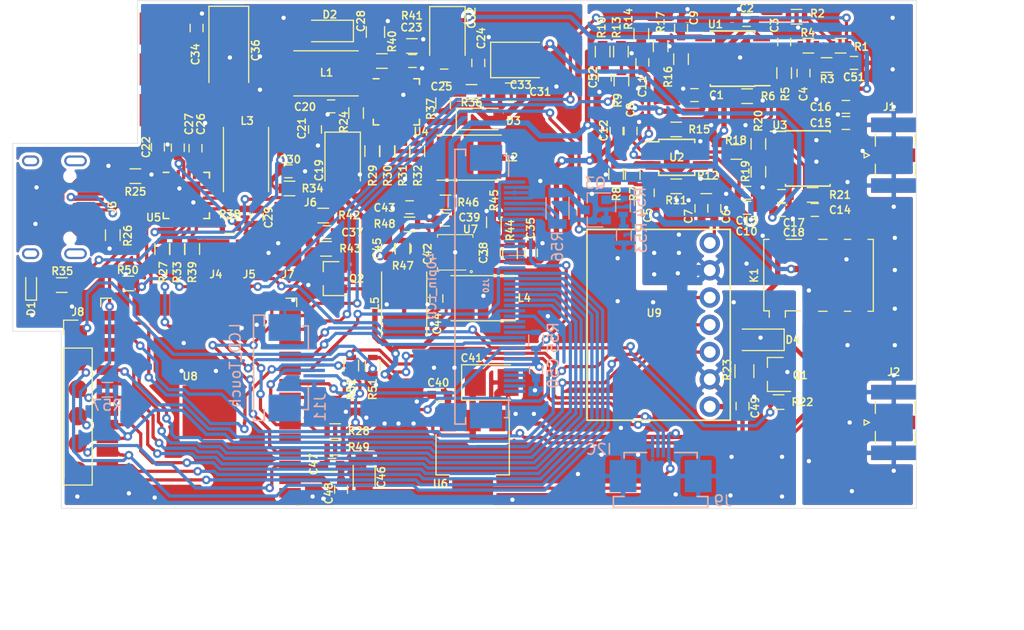
<source format=kicad_pcb>
(kicad_pcb (version 20171130) (host pcbnew "(5.1.4)-1")
  (layers (0 F.Cu signal) (31 B.Cu signal) (34 B.Paste user) (35 F.Paste user) (36 B.SilkS user) (37 F.SilkS user) (38 B.Mask user) (39 F.Mask user) (44 Edge.Cuts user))
  (net 0 "")
  (net 1 GND)
  (net 2 +5V)
  (net 3 -5V)
  (net 4 "Net-(C3-Pad1)")
  (net 5 "Net-(C4-Pad2)")
  (net 6 /Analog/Gain)
  (net 7 PWM_MCU)
  (net 8 "Net-(C5-Pad1)")
  (net 9 OUT_AD)
  (net 10 "Net-(C6-Pad2)")
  (net 11 "Net-(C9-Pad1)")
  (net 12 /Analog/Offset)
  (net 13 "Net-(C11-Pad2)")
  (net 14 "Net-(C14-Pad1)")
  (net 15 "Net-(C14-Pad2)")
  (net 16 +12V)
  (net 17 -12V)
  (net 18 SYS_POWER)
  (net 19 "Net-(C20-Pad1)")
  (net 20 "Net-(C22-Pad1)")
  (net 21 "Net-(C23-Pad1)")
  (net 22 "Net-(C24-Pad1)")
  (net 23 "Net-(C25-Pad1)")
  (net 24 "Net-(C26-Pad1)")
  (net 25 "Net-(C26-Pad2)")
  (net 26 /Power/REGN)
  (net 27 /Power/BAT+)
  (net 28 /Power/SYS)
  (net 29 BAT_ADC)
  (net 30 "Net-(C38-Pad2)")
  (net 31 "Net-(C39-Pad1)")
  (net 32 +3V3)
  (net 33 "Net-(C42-Pad2)")
  (net 34 "Net-(C43-Pad1)")
  (net 35 /MCU/EN)
  (net 36 "Net-(D1-Pad1)")
  (net 37 "Net-(D2-Pad2)")
  (net 38 "Net-(D3-Pad1)")
  (net 39 "Net-(D4-Pad2)")
  (net 40 "Net-(J1-Pad1)")
  (net 41 "Net-(J2-Pad1)")
  (net 42 "Net-(J4-Pad1)")
  (net 43 SCL)
  (net 44 "Net-(J8-Pad3)")
  (net 45 /MCU/SCLK_AD)
  (net 46 SDA)
  (net 47 "Net-(J10-Pad1)")
  (net 48 "Net-(J10-Pad2)")
  (net 49 "Net-(J10-Pad3)")
  (net 50 "Net-(J10-Pad4)")
  (net 51 "Net-(J10-Pad8)")
  (net 52 /MCU/CSX)
  (net 53 /MCU/DCX)
  (net 54 /MCU/WRX)
  (net 55 /MCU/RDX)
  (net 56 "Net-(J10-Pad13)")
  (net 57 "Net-(J10-Pad14)")
  (net 58 /MCU/RESX)
  (net 59 /MCU/D0)
  (net 60 /MCU/D1)
  (net 61 /MCU/D2)
  (net 62 /MCU/D3)
  (net 63 /MCU/D4)
  (net 64 /MCU/D5)
  (net 65 /MCU/D6)
  (net 66 /MCU/D7)
  (net 67 "Net-(J10-Pad25)")
  (net 68 "Net-(J10-Pad26)")
  (net 69 "Net-(J10-Pad27)")
  (net 70 "Net-(J10-Pad28)")
  (net 71 "Net-(J10-Pad29)")
  (net 72 "Net-(J10-Pad30)")
  (net 73 "Net-(J10-Pad31)")
  (net 74 "Net-(J10-Pad32)")
  (net 75 "Net-(J10-Pad34)")
  (net 76 /MCU/INT_TOUCH)
  (net 77 "Net-(K1-Pad7)")
  (net 78 "Net-(K1-Pad2)")
  (net 79 "Net-(L4-Pad1)")
  (net 80 "Net-(L5-Pad1)")
  (net 81 "Net-(Q1-Pad1)")
  (net 82 "Net-(Q1-Pad3)")
  (net 83 "Net-(Q2-Pad3)")
  (net 84 "Net-(Q3-Pad3)")
  (net 85 "Net-(Q3-Pad1)")
  (net 86 PWM_G)
  (net 87 "Net-(R5-Pad2)")
  (net 88 "Net-(R7-Pad1)")
  (net 89 PWM_O)
  (net 90 "Net-(R11-Pad2)")
  (net 91 "Net-(R11-Pad1)")
  (net 92 "Net-(R15-Pad1)")
  (net 93 "Net-(R15-Pad2)")
  (net 94 "Net-(R16-Pad2)")
  (net 95 "Net-(R19-Pad1)")
  (net 96 OUT_RELAY)
  (net 97 "Net-(J3-PadA5)")
  (net 98 "Net-(J3-PadB5)")
  (net 99 "Net-(R27-Pad1)")
  (net 100 INT_BATT)
  (net 101 "Net-(R29-Pad1)")
  (net 102 "Net-(R30-Pad1)")
  (net 103 "Net-(R31-Pad1)")
  (net 104 "Net-(R32-Pad1)")
  (net 105 "Net-(R33-Pad1)")
  (net 106 "Net-(R34-Pad1)")
  (net 107 "Net-(R35-Pad1)")
  (net 108 "Net-(R36-Pad2)")
  (net 109 "Net-(R40-Pad2)")
  (net 110 /MCU/LED_PWM)
  (net 111 /MCU/RX)
  (net 112 "Net-(U4-Pad7)")
  (net 113 "Net-(U4-Pad12)")
  (net 114 "Net-(U4-Pad20)")
  (net 115 "Net-(U5-Pad23)")
  (net 116 "Net-(U5-Pad12)")
  (net 117 "Net-(J3-PadA7)")
  (net 118 "Net-(J3-PadA6)")
  (net 119 "Net-(U7-Pad7)")
  (net 120 "Net-(U8-Pad5)")
  (net 121 "Net-(U8-Pad17)")
  (net 122 "Net-(U8-Pad18)")
  (net 123 "Net-(U8-Pad19)")
  (net 124 "Net-(U8-Pad20)")
  (net 125 "Net-(U8-Pad21)")
  (net 126 "Net-(U8-Pad22)")
  (net 127 /MCU/FSYNC_AD)
  (net 128 "Net-(U8-Pad32)")
  (net 129 "Net-(J3-PadB8)")
  (net 130 "Net-(J3-PadA8)")
  (net 131 "Net-(C51-Pad1)")
  (net 132 "Net-(C52-Pad1)")
  (module FinalPCB:User_FPC_4pin_05pitch_bot_cont (layer B.Cu) (at 145.5 96.1 180)
    (fp_text reference J9 (at -5.8 -3.3 180) (layer B.SilkS) (effects (justify mirror)))
    (fp_text value I2C (at 5.75 1.5 180) (layer B.SilkS) (effects (justify mirror)))
    (pad 1 smd rect (at -0.75 1.75 180) (size 0.3 2) (layers B.Cu B.Paste B.Mask) (net 32 +3V3) (clearance 0.15))
    (pad 2 smd rect (at -0.25 1.75 180) (size 0.3 2) (layers B.Cu B.Paste B.Mask) (net 43 SCL) (clearance 0.15))
    (pad 3 smd rect (at 0.25 1.75 180) (size 0.3 2) (layers B.Cu B.Paste B.Mask) (net 46 SDA) (clearance 0.15))
    (pad 4 smd rect (at 0.75 1.75 180) (size 0.3 2) (layers B.Cu B.Paste B.Mask) (net 1 GND) (clearance 0.15))
    (pad 4 smd rect (at -3.5 -1 180) (size 2.5 3) (layers B.Cu B.Paste B.Mask) (net 1 GND))
    (pad 4 smd rect (at 3.5 -1 180) (size 2.5 3) (layers B.Cu B.Paste B.Mask) (net 1 GND))
  )
  (module FinalPCB:User_FPC_40pin_05pitch_BottomContact (layer B.Cu) (at 130.15 79.45 90)
    (fp_text reference J10 (at 0.1 -0.9 90) (layer B.SilkS) (effects (font (size 0.5 0.5) (thickness 0.125)) (justify mirror)))
    (fp_text value 40pin_LCD (at 0.05 -5.95 90) (layer B.SilkS) (effects (font (size 0.8 0.8)) (justify mirror)))
    (pad gnd smd rect (at -12 -0.9 90) (size 2.4 3) (layers B.Cu B.Paste B.Mask))
    (pad gnd1 smd rect (at 12 -0.9 90) (size 2.4 3) (layers B.Cu B.Paste B.Mask))
    (pad 1 smd rect (at -9.75 1.75 270) (size 0.3 2) (layers B.Cu B.Paste B.Mask) (net 47 "Net-(J10-Pad1)") (clearance 0.15))
    (pad 2 smd rect (at -9.25 1.75 270) (size 0.3 2) (layers B.Cu B.Paste B.Mask) (net 48 "Net-(J10-Pad2)") (clearance 0.15))
    (pad 3 smd rect (at -8.75 1.75 270) (size 0.3 2) (layers B.Cu B.Paste B.Mask) (net 49 "Net-(J10-Pad3)") (clearance 0.15))
    (pad 4 smd rect (at -8.25 1.75 270) (size 0.3 2) (layers B.Cu B.Paste B.Mask) (net 50 "Net-(J10-Pad4)") (clearance 0.15))
    (pad 5 smd rect (at -7.75 1.75 270) (size 0.3 2) (layers B.Cu B.Paste B.Mask) (net 1 GND) (clearance 0.15))
    (pad 6 smd rect (at -7.25 1.75 270) (size 0.3 2) (layers B.Cu B.Paste B.Mask) (net 32 +3V3) (clearance 0.15))
    (pad 7 smd rect (at -6.75 1.75 270) (size 0.3 2) (layers B.Cu B.Paste B.Mask) (net 32 +3V3) (clearance 0.15))
    (pad 8 smd rect (at -6.25 1.75 270) (size 0.3 2) (layers B.Cu B.Paste B.Mask) (net 51 "Net-(J10-Pad8)") (clearance 0.15))
    (pad 9 smd rect (at -5.75 1.75 270) (size 0.3 2) (layers B.Cu B.Paste B.Mask) (net 52 /MCU/CSX) (clearance 0.15))
    (pad 10 smd rect (at -5.25 1.75 270) (size 0.3 2) (layers B.Cu B.Paste B.Mask) (net 53 /MCU/DCX) (clearance 0.15))
    (pad 11 smd rect (at -4.75 1.75 270) (size 0.3 2) (layers B.Cu B.Paste B.Mask) (net 54 /MCU/WRX) (clearance 0.15))
    (pad 12 smd rect (at -4.25 1.75 270) (size 0.3 2) (layers B.Cu B.Paste B.Mask) (net 55 /MCU/RDX) (clearance 0.15))
    (pad 13 smd rect (at -3.75 1.75 270) (size 0.3 2) (layers B.Cu B.Paste B.Mask) (net 56 "Net-(J10-Pad13)") (clearance 0.15))
    (pad 14 smd rect (at -3.25 1.75 270) (size 0.3 2) (layers B.Cu B.Paste B.Mask) (net 57 "Net-(J10-Pad14)") (clearance 0.15))
    (pad 15 smd rect (at -2.75 1.75 270) (size 0.3 2) (layers B.Cu B.Paste B.Mask) (net 58 /MCU/RESX) (clearance 0.15))
    (pad 16 smd rect (at -2.25 1.75 270) (size 0.3 2) (layers B.Cu B.Paste B.Mask) (net 1 GND) (clearance 0.15))
    (pad 17 smd rect (at -1.75 1.75 270) (size 0.3 2) (layers B.Cu B.Paste B.Mask) (net 59 /MCU/D0) (clearance 0.15))
    (pad 18 smd rect (at -1.25 1.75 270) (size 0.3 2) (layers B.Cu B.Paste B.Mask) (net 60 /MCU/D1) (clearance 0.15))
    (pad 19 smd rect (at -0.75 1.75 270) (size 0.3 2) (layers B.Cu B.Paste B.Mask) (net 61 /MCU/D2) (clearance 0.15))
    (pad 20 smd rect (at -0.25 1.75 270) (size 0.3 2) (layers B.Cu B.Paste B.Mask) (net 62 /MCU/D3) (clearance 0.15))
    (pad 21 smd rect (at 0.25 1.75 270) (size 0.3 2) (layers B.Cu B.Paste B.Mask) (net 63 /MCU/D4) (clearance 0.15))
    (pad 22 smd rect (at 0.75 1.75 270) (size 0.3 2) (layers B.Cu B.Paste B.Mask) (net 64 /MCU/D5) (clearance 0.15))
    (pad 23 smd rect (at 1.25 1.75 270) (size 0.3 2) (layers B.Cu B.Paste B.Mask) (net 65 /MCU/D6) (clearance 0.15))
    (pad 24 smd rect (at 1.75 1.75 270) (size 0.3 2) (layers B.Cu B.Paste B.Mask) (net 66 /MCU/D7) (clearance 0.15))
    (pad 25 smd rect (at 2.25 1.75 270) (size 0.3 2) (layers B.Cu B.Paste B.Mask) (net 67 "Net-(J10-Pad25)") (clearance 0.15))
    (pad 26 smd rect (at 2.75 1.75 270) (size 0.3 2) (layers B.Cu B.Paste B.Mask) (net 68 "Net-(J10-Pad26)") (clearance 0.15))
    (pad 27 smd rect (at 3.25 1.75 270) (size 0.3 2) (layers B.Cu B.Paste B.Mask) (net 69 "Net-(J10-Pad27)") (clearance 0.15))
    (pad 28 smd rect (at 3.75 1.75 270) (size 0.3 2) (layers B.Cu B.Paste B.Mask) (net 70 "Net-(J10-Pad28)") (clearance 0.15))
    (pad 29 smd rect (at 4.25 1.75 270) (size 0.3 2) (layers B.Cu B.Paste B.Mask) (net 71 "Net-(J10-Pad29)") (clearance 0.15))
    (pad 30 smd rect (at 4.75 1.75 270) (size 0.3 2) (layers B.Cu B.Paste B.Mask) (net 72 "Net-(J10-Pad30)") (clearance 0.15))
    (pad 31 smd rect (at 5.25 1.75 270) (size 0.3 2) (layers B.Cu B.Paste B.Mask) (net 73 "Net-(J10-Pad31)") (clearance 0.15))
    (pad 32 smd rect (at 5.75 1.75 270) (size 0.3 2) (layers B.Cu B.Paste B.Mask) (net 74 "Net-(J10-Pad32)") (clearance 0.15))
    (pad 33 smd rect (at 6.25 1.75 270) (size 0.3 2) (layers B.Cu B.Paste B.Mask) (net 32 +3V3) (clearance 0.15))
    (pad 34 smd rect (at 6.75 1.75 270) (size 0.3 2) (layers B.Cu B.Paste B.Mask) (net 75 "Net-(J10-Pad34)") (clearance 0.15))
    (pad 35 smd rect (at 7.25 1.75 270) (size 0.3 2) (layers B.Cu B.Paste B.Mask) (net 75 "Net-(J10-Pad34)") (clearance 0.15))
    (pad 36 smd rect (at 7.75 1.75 270) (size 0.3 2) (layers B.Cu B.Paste B.Mask) (net 75 "Net-(J10-Pad34)") (clearance 0.15))
    (pad 37 smd rect (at 8.25 1.75 270) (size 0.3 2) (layers B.Cu B.Paste B.Mask) (net 1 GND) (clearance 0.15))
    (pad 38 smd rect (at 8.75 1.75 270) (size 0.3 2) (layers B.Cu B.Paste B.Mask) (net 1 GND) (clearance 0.15))
    (pad 39 smd rect (at 9.25 1.75 270) (size 0.3 2) (layers B.Cu B.Paste B.Mask) (net 1 GND) (clearance 0.15))
    (pad 40 smd rect (at 9.75 1.75 270) (size 0.3 2) (layers B.Cu B.Paste B.Mask) (net 32 +3V3) (clearance 0.15))
  )
  (module FinalPCB:User_FPC_6pin_05pitch_top_cont (layer B.Cu) (at 111.5 87 90)
    (fp_text reference J11 (at -3.7 2.3 90) (layer B.SilkS) (effects (justify mirror)))
    (fp_text value LCD_Touch (at 0.2 -5.6 90) (layer B.SilkS) (effects (justify mirror)))
    (pad 1 smd rect (at 1.25 1.75 90) (size 0.3 2) (layers B.Cu B.Paste B.Mask) (net 32 +3V3) (clearance 0.15))
    (pad 2 smd rect (at 0.75 1.75 90) (size 0.3 2) (layers B.Cu B.Paste B.Mask) (net 46 SDA) (clearance 0.15))
    (pad 3 smd rect (at 0.25 1.75 90) (size 0.3 2) (layers B.Cu B.Paste B.Mask) (net 43 SCL) (clearance 0.15))
    (pad 4 smd rect (at -0.25 1.75 90) (size 0.3 2) (layers B.Cu B.Paste B.Mask) (net 76 /MCU/INT_TOUCH) (clearance 0.15))
    (pad 5 smd rect (at -0.75 1.75 90) (size 0.3 2) (layers B.Cu B.Paste B.Mask) (net 58 /MCU/RESX) (clearance 0.15))
    (pad 6 smd rect (at -1.25 1.75 90) (size 0.3 2) (layers B.Cu B.Paste B.Mask) (net 1 GND) (clearance 0.15))
    (pad gnd smd rect (at -3.75 -1 90) (size 2.5 3) (layers B.Cu B.Paste B.Mask))
    (pad gnd1 smd rect (at 3.75 -1 90) (size 2.5 3) (layers B.Cu B.Paste B.Mask))
  )
  (module ESP32-WROOM-32:ESP32-WROOM-32 (layer F.Cu) (at 102.5 90.4 180)
    (fp_text reference U8 (at 0.8 2.6) (layer F.SilkS) (effects (font (size 0.7 0.7) (thickness 0.14))))
    (fp_text value ESP32-WROOM-32)
    (pad 39 smd rect (at -1 -0.755 180) (size 5 5) (layers F.Cu F.Paste F.Mask))
    (pad 1 smd rect (at -8.5 -8.255 180) (size 2 0.9) (layers F.Cu F.Paste F.Mask) (net 1 GND))
    (pad 2 smd rect (at -8.5 -6.985 180) (size 2 0.9) (layers F.Cu F.Paste F.Mask) (net 32 +3V3))
    (pad 3 smd rect (at -8.5 -5.715 180) (size 2 0.9) (layers F.Cu F.Paste F.Mask) (net 35 /MCU/EN))
    (pad 4 smd rect (at -8.5 -4.445 180) (size 2 0.9) (layers F.Cu F.Paste F.Mask) (net 29 BAT_ADC))
    (pad 5 smd rect (at -8.5 -3.175 180) (size 2 0.9) (layers F.Cu F.Paste F.Mask) (net 120 "Net-(U8-Pad5)"))
    (pad 6 smd rect (at -8.5 -1.905 180) (size 2 0.9) (layers F.Cu F.Paste F.Mask) (net 100 INT_BATT))
    (pad 7 smd rect (at -8.5 -0.635 180) (size 2 0.9) (layers F.Cu F.Paste F.Mask) (net 76 /MCU/INT_TOUCH))
    (pad 8 smd rect (at -8.5 0.635 180) (size 2 0.9) (layers F.Cu F.Paste F.Mask) (net 58 /MCU/RESX))
    (pad 9 smd rect (at -8.5 1.905 180) (size 2 0.9) (layers F.Cu F.Paste F.Mask) (net 52 /MCU/CSX))
    (pad 10 smd rect (at -8.5 3.175 180) (size 2 0.9) (layers F.Cu F.Paste F.Mask) (net 66 /MCU/D7))
    (pad 11 smd rect (at -8.5 4.445 180) (size 2 0.9) (layers F.Cu F.Paste F.Mask) (net 53 /MCU/DCX))
    (pad 12 smd rect (at -8.5 5.715 180) (size 2 0.9) (layers F.Cu F.Paste F.Mask) (net 54 /MCU/WRX))
    (pad 13 smd rect (at -8.5 6.985 180) (size 2 0.9) (layers F.Cu F.Paste F.Mask) (net 86 PWM_G))
    (pad 14 smd rect (at -8.5 8.255 180) (size 2 0.9) (layers F.Cu F.Paste F.Mask) (net 110 /MCU/LED_PWM))
    (pad 15 smd rect (at -5.715 9.255 270) (size 2 0.9) (layers F.Cu F.Paste F.Mask) (net 1 GND))
    (pad 16 smd rect (at -4.445 9.255 270) (size 2 0.9) (layers F.Cu F.Paste F.Mask) (net 89 PWM_O))
    (pad 17 smd rect (at -3.175 9.255 270) (size 2 0.9) (layers F.Cu F.Paste F.Mask) (net 121 "Net-(U8-Pad17)"))
    (pad 18 smd rect (at -1.905 9.255 270) (size 2 0.9) (layers F.Cu F.Paste F.Mask) (net 122 "Net-(U8-Pad18)"))
    (pad 19 smd rect (at -0.635 9.255 270) (size 2 0.9) (layers F.Cu F.Paste F.Mask) (net 123 "Net-(U8-Pad19)"))
    (pad 20 smd rect (at 0.635 9.255 270) (size 2 0.9) (layers F.Cu F.Paste F.Mask) (net 124 "Net-(U8-Pad20)"))
    (pad 21 smd rect (at 1.905 9.255 270) (size 2 0.9) (layers F.Cu F.Paste F.Mask) (net 125 "Net-(U8-Pad21)"))
    (pad 22 smd rect (at 3.175 9.255 270) (size 2 0.9) (layers F.Cu F.Paste F.Mask) (net 126 "Net-(U8-Pad22)"))
    (pad 23 smd rect (at 4.445 9.255 270) (size 2 0.9) (layers F.Cu F.Paste F.Mask) (net 46 SDA))
    (pad 24 smd rect (at 5.715 9.255 270) (size 2 0.9) (layers F.Cu F.Paste F.Mask) (net 96 OUT_RELAY))
    (pad 25 smd rect (at 8.5 8.255 180) (size 2 0.9) (layers F.Cu F.Paste F.Mask) (net 43 SCL))
    (pad 26 smd rect (at 8.5 6.985 180) (size 2 0.9) (layers F.Cu F.Paste F.Mask) (net 7 PWM_MCU))
    (pad 27 smd rect (at 8.5 5.715 180) (size 2 0.9) (layers F.Cu F.Paste F.Mask) (net 59 /MCU/D0))
    (pad 28 smd rect (at 8.5 4.445 180) (size 2 0.9) (layers F.Cu F.Paste F.Mask) (net 60 /MCU/D1))
    (pad 29 smd rect (at 8.5 3.175 180) (size 2 0.9) (layers F.Cu F.Paste F.Mask) (net 127 /MCU/FSYNC_AD))
    (pad 30 smd rect (at 8.5 1.905 180) (size 2 0.9) (layers F.Cu F.Paste F.Mask) (net 61 /MCU/D2))
    (pad 31 smd rect (at 8.5 0.635 180) (size 2 0.9) (layers F.Cu F.Paste F.Mask) (net 62 /MCU/D3))
    (pad 32 smd rect (at 8.5 -0.635 180) (size 2 0.9) (layers F.Cu F.Paste F.Mask) (net 128 "Net-(U8-Pad32)"))
    (pad 33 smd rect (at 8.5 -1.905 180) (size 2 0.9) (layers F.Cu F.Paste F.Mask) (net 63 /MCU/D4))
    (pad 34 smd rect (at 8.5 -3.175 180) (size 2 0.9) (layers F.Cu F.Paste F.Mask) (net 111 /MCU/RX))
    (pad 35 smd rect (at 8.5 -4.445 180) (size 2 0.9) (layers F.Cu F.Paste F.Mask) (net 45 /MCU/SCLK_AD))
    (pad 36 smd rect (at 8.5 -5.715 180) (size 2 0.9) (layers F.Cu F.Paste F.Mask) (net 64 /MCU/D5))
    (pad 37 smd rect (at 8.5 -6.985 180) (size 2 0.9) (layers F.Cu F.Paste F.Mask) (net 65 /MCU/D6))
    (pad 38 smd rect (at 8.5 -8.255 180) (size 2 0.9) (layers F.Cu F.Paste F.Mask) (net 1 GND))
  )
  (module Capacitors_SMD:C_0603 (layer F.Cu) (at 153.55 72.1)
    (fp_text reference C10 (at -0.05 2.2) (layer F.SilkS) (effects (font (size 0.7 0.7) (thickness 0.14))))
    (fp_text value 2u2)
    (pad 1 smd rect (at -0.75 0) (size 0.8 0.75) (layers F.Cu F.Paste F.Mask) (net 3 -5V))
    (pad 2 smd rect (at 0.75 0) (size 0.8 0.75) (layers F.Cu F.Paste F.Mask) (net 1 GND))
  )
  (module FinalPCB:Relay_DPDT_Omron_G6K-2F-Y (layer F.Cu) (at 160.2 78.4 90)
    (fp_text reference K1 (at 0 -6 90) (layer F.SilkS) (effects (font (size 0.7 0.7) (thickness 0.14))))
    (fp_text value G6K-2)
    (pad 8 smd rect (at 3.5 -3.8 90) (size 1.8 0.8) (layers F.Cu F.Paste F.Mask) (net 39 "Net-(D4-Pad2)"))
    (pad 7 smd rect (at 3.5 -0.6 90) (size 1.8 0.8) (layers F.Cu F.Paste F.Mask) (net 77 "Net-(K1-Pad7)"))
    (pad 6 smd rect (at 3.5 1.6 90) (size 1.8 0.8) (layers F.Cu F.Paste F.Mask) (net 14 "Net-(C14-Pad1)"))
    (pad 5 smd rect (at 3.5 3.8 90) (size 1.8 0.8) (layers F.Cu F.Paste F.Mask) (net 40 "Net-(J1-Pad1)"))
    (pad 4 smd rect (at -3.5 3.8 90) (size 1.8 0.8) (layers F.Cu F.Paste F.Mask) (net 41 "Net-(J2-Pad1)"))
    (pad 3 smd rect (at -3.5 1.6 90) (size 1.8 0.8) (layers F.Cu F.Paste F.Mask) (net 7 PWM_MCU))
    (pad 2 smd rect (at -3.5 -0.6 90) (size 1.8 0.8) (layers F.Cu F.Paste F.Mask) (net 78 "Net-(K1-Pad2)"))
    (pad 1 smd rect (at -3.5 -3.8 90) (size 1.8 0.8) (layers F.Cu F.Paste F.Mask) (net 32 +3V3))
  )
  (module Type-C:HRO-TYPE-C-31-M-12-HandSoldering (layer F.Cu) (at 84.25 72.05 270)
    (fp_text reference J3 (at 0 -10.2 90) (layer F.SilkS) (effects (font (size 0.7 0.7) (thickness 0.14))))
    (fp_text value USB_C_Receptacle_USB2.0)
    (pad A1 smd rect (at 3.225 -8.195 270) (size 0.6 2.45) (layers F.Cu F.Paste F.Mask) (net 1 GND))
    (pad A1 smd rect (at -3.225 -8.195 270) (size 0.6 2.45) (layers F.Cu F.Paste F.Mask) (net 1 GND))
    (pad A4 smd rect (at 2.45 -8.195 270) (size 0.6 2.45) (layers F.Cu F.Paste F.Mask) (net 20 "Net-(C22-Pad1)"))
    (pad A4 smd rect (at -2.45 -8.195 270) (size 0.6 2.45) (layers F.Cu F.Paste F.Mask) (net 20 "Net-(C22-Pad1)"))
    (pad B8 smd rect (at -1.75 -8.195 270) (size 0.3 2.45) (layers F.Cu F.Paste F.Mask) (net 129 "Net-(J3-PadB8)"))
    (pad B5 smd rect (at 1.75 -8.195 270) (size 0.3 2.45) (layers F.Cu F.Paste F.Mask) (net 98 "Net-(J3-PadB5)"))
    (pad A5 smd rect (at -1.25 -8.195 270) (size 0.3 2.45) (layers F.Cu F.Paste F.Mask) (net 97 "Net-(J3-PadA5)"))
    (pad A8 smd rect (at 1.25 -8.195 270) (size 0.3 2.45) (layers F.Cu F.Paste F.Mask) (net 130 "Net-(J3-PadA8)"))
    (pad B7 smd rect (at -0.75 -8.195 270) (size 0.3 2.45) (layers F.Cu F.Paste F.Mask) (net 117 "Net-(J3-PadA7)"))
    (pad B6 smd rect (at 0.75 -8.195 270) (size 0.3 2.45) (layers F.Cu F.Paste F.Mask) (net 118 "Net-(J3-PadA6)"))
    (pad A7 smd rect (at 0.25 -8.195 270) (size 0.3 2.45) (layers F.Cu F.Paste F.Mask) (net 117 "Net-(J3-PadA7)"))
    (pad A6 smd rect (at -0.25 -8.195 270) (size 0.3 2.45) (layers F.Cu F.Paste F.Mask) (net 118 "Net-(J3-PadA6)"))
    (pad "" np_thru_hole circle (at 2.89 -6.25 270) (size 0.65 0.65) (drill 0.65) (layers *.Cu *.Mask))
    (pad "" np_thru_hole circle (at -2.89 -6.25 270) (size 0.65 0.65) (drill 0.65) (layers *.Cu *.Mask))
    (pad 13 thru_hole oval (at -4.32 -6.78 270) (size 1 2.1) (drill oval 0.6 1.7) (layers *.Cu *.Mask))
    (pad 13 thru_hole oval (at 4.32 -6.78 270) (size 1 2.1) (drill oval 0.6 1.7) (layers *.Cu *.Mask))
    (pad 13 thru_hole oval (at -4.32 -2.6 270) (size 1 1.6) (drill oval 0.6 1.2) (layers *.Cu *.Mask))
    (pad 13 thru_hole oval (at 4.32 -2.6 270) (size 1 1.6) (drill oval 0.6 1.2) (layers *.Cu *.Mask))
  )
  (module Capacitors_SMD:C_0603 (layer F.Cu) (at 148.65 61.6)
    (fp_text reference C1 (at 2.05 0) (layer F.SilkS) (effects (font (size 0.7 0.7) (thickness 0.14))))
    (fp_text value 1u)
    (pad 1 smd rect (at -0.75 0) (size 0.8 0.75) (layers F.Cu F.Paste F.Mask) (net 1 GND))
    (pad 2 smd rect (at 0.75 0) (size 0.8 0.75) (layers F.Cu F.Paste F.Mask) (net 2 +5V))
  )
  (module Capacitors_SMD:C_0603 (layer F.Cu) (at 153.5 54.6)
    (fp_text reference C2 (at 0 -1.1) (layer F.SilkS) (effects (font (size 0.7 0.7) (thickness 0.14))))
    (fp_text value 1u)
    (pad 1 smd rect (at -0.75 0) (size 0.8 0.75) (layers F.Cu F.Paste F.Mask) (net 1 GND))
    (pad 2 smd rect (at 0.75 0) (size 0.8 0.75) (layers F.Cu F.Paste F.Mask) (net 3 -5V))
  )
  (module Capacitors_SMD:C_0603 (layer F.Cu) (at 157 56.65 90)
    (fp_text reference C3 (at 1.55 -0.9 90) (layer F.SilkS) (effects (font (size 0.7 0.7) (thickness 0.14))))
    (fp_text value 470n)
    (pad 1 smd rect (at -0.75 0 90) (size 0.8 0.75) (layers F.Cu F.Paste F.Mask) (net 4 "Net-(C3-Pad1)"))
    (pad 2 smd rect (at 0.75 0 90) (size 0.8 0.75) (layers F.Cu F.Paste F.Mask) (net 1 GND))
  )
  (module Capacitors_SMD:C_0603 (layer F.Cu) (at 158.8 59.55 90)
    (fp_text reference C4 (at -1.95 0 90) (layer F.SilkS) (effects (font (size 0.7 0.7) (thickness 0.14))))
    (fp_text value 470n)
    (pad 2 smd rect (at 0.75 0 90) (size 0.8 0.75) (layers F.Cu F.Paste F.Mask) (net 5 "Net-(C4-Pad2)"))
    (pad 1 smd rect (at -0.75 0 90) (size 0.8 0.75) (layers F.Cu F.Paste F.Mask) (net 12 /Analog/Offset))
  )
  (module Capacitors_SMD:C_0603 (layer F.Cu) (at 144.3 70.7 270)
    (fp_text reference C5 (at 2.1 0 90) (layer F.SilkS) (effects (font (size 0.7 0.7) (thickness 0.14))))
    (fp_text value 10u)
    (pad 2 smd rect (at 0.75 0 270) (size 0.8 0.75) (layers F.Cu F.Paste F.Mask) (net 7 PWM_MCU))
    (pad 1 smd rect (at -0.75 0 270) (size 0.8 0.75) (layers F.Cu F.Paste F.Mask) (net 8 "Net-(C5-Pad1)"))
  )
  (module Capacitors_SMD:C_0603 (layer F.Cu) (at 150.5 72.15 90)
    (fp_text reference C6 (at -0.75 1.1 90) (layer F.SilkS) (effects (font (size 0.7 0.7) (thickness 0.14))))
    (fp_text value 10n)
    (pad 1 smd rect (at -0.75 0 90) (size 0.8 0.75) (layers F.Cu F.Paste F.Mask) (net 9 OUT_AD))
    (pad 2 smd rect (at 0.75 0 90) (size 0.8 0.75) (layers F.Cu F.Paste F.Mask) (net 10 "Net-(C6-Pad2)"))
  )
  (module Capacitors_SMD:C_0603 (layer F.Cu) (at 149.3 72.15 90)
    (fp_text reference C7 (at -0.75 -1.2 90) (layer F.SilkS) (effects (font (size 0.7 0.7) (thickness 0.14))))
    (fp_text value 22u)
    (pad 1 smd rect (at -0.75 0 90) (size 0.8 0.75) (layers F.Cu F.Paste F.Mask) (net 9 OUT_AD))
    (pad 2 smd rect (at 0.75 0 90) (size 0.8 0.75) (layers F.Cu F.Paste F.Mask) (net 10 "Net-(C6-Pad2)"))
  )
  (module Capacitors_SMD:C_0603 (layer F.Cu) (at 142.7 64.95 270)
    (fp_text reference C8 (at -1.95 0 90) (layer F.SilkS) (effects (font (size 0.7 0.7) (thickness 0.14))))
    (fp_text value 100n)
    (pad 1 smd rect (at -0.75 0 270) (size 0.8 0.75) (layers F.Cu F.Paste F.Mask) (net 1 GND))
    (pad 2 smd rect (at 0.75 0 270) (size 0.8 0.75) (layers F.Cu F.Paste F.Mask) (net 2 +5V))
  )
  (module Capacitors_SMD:C_0603 (layer F.Cu) (at 147.4 55.35 90)
    (fp_text reference C9 (at 0.95 1.2 270) (layer F.SilkS) (effects (font (size 0.7 0.7) (thickness 0.14))))
    (fp_text value 470n)
    (pad 1 smd rect (at -0.75 0 90) (size 0.8 0.75) (layers F.Cu F.Paste F.Mask) (net 11 "Net-(C9-Pad1)"))
    (pad 2 smd rect (at 0.75 0 90) (size 0.8 0.75) (layers F.Cu F.Paste F.Mask) (net 1 GND))
  )
  (module Capacitors_SMD:C_0603 (layer F.Cu) (at 143.8 58.55 90)
    (fp_text reference C11 (at -2.25 0 90) (layer F.SilkS) (effects (font (size 0.7 0.7) (thickness 0.14))))
    (fp_text value 470n)
    (pad 1 smd rect (at -0.75 0 90) (size 0.8 0.75) (layers F.Cu F.Paste F.Mask) (net 6 /Analog/Gain))
    (pad 2 smd rect (at 0.75 0 90) (size 0.8 0.75) (layers F.Cu F.Paste F.Mask) (net 13 "Net-(C11-Pad2)"))
  )
  (module Capacitors_SMD:C_0603 (layer F.Cu) (at 141.4 64.95 270)
    (fp_text reference C12 (at -0.05 1.2 90) (layer F.SilkS) (effects (font (size 0.7 0.7) (thickness 0.14))))
    (fp_text value 2u2)
    (pad 2 smd rect (at 0.75 0 270) (size 0.8 0.75) (layers F.Cu F.Paste F.Mask) (net 2 +5V))
    (pad 1 smd rect (at -0.75 0 270) (size 0.8 0.75) (layers F.Cu F.Paste F.Mask) (net 1 GND))
  )
  (module Capacitors_SMD:C_0603 (layer F.Cu) (at 153.55 70.7)
    (fp_text reference C13 (at -0.05 2.6 180) (layer F.SilkS) (effects (font (size 0.7 0.7) (thickness 0.14))))
    (fp_text value 100n)
    (pad 2 smd rect (at 0.75 0) (size 0.8 0.75) (layers F.Cu F.Paste F.Mask) (net 1 GND))
    (pad 1 smd rect (at -0.75 0) (size 0.8 0.75) (layers F.Cu F.Paste F.Mask) (net 3 -5V))
  )
  (module Capacitors_SMD:C_0603 (layer F.Cu) (at 159.85 72.3 180)
    (fp_text reference C14 (at -2.35 0) (layer F.SilkS) (effects (font (size 0.7 0.7) (thickness 0.14))))
    (fp_text value C)
    (pad 1 smd rect (at -0.75 0 180) (size 0.8 0.75) (layers F.Cu F.Paste F.Mask) (net 14 "Net-(C14-Pad1)"))
    (pad 2 smd rect (at 0.75 0 180) (size 0.8 0.75) (layers F.Cu F.Paste F.Mask) (net 15 "Net-(C14-Pad2)"))
  )
  (module Capacitors_SMD:C_0603 (layer F.Cu) (at 162.75 64.2)
    (fp_text reference C15 (at -2.35 0) (layer F.SilkS) (effects (font (size 0.7 0.7) (thickness 0.14))))
    (fp_text value 100n)
    (pad 1 smd rect (at -0.75 0) (size 0.8 0.75) (layers F.Cu F.Paste F.Mask) (net 1 GND))
    (pad 2 smd rect (at 0.75 0) (size 0.8 0.75) (layers F.Cu F.Paste F.Mask) (net 16 +12V))
  )
  (module Capacitors_SMD:C_0603 (layer F.Cu) (at 162.75 62.7)
    (fp_text reference C16 (at -2.35 0) (layer F.SilkS) (effects (font (size 0.7 0.7) (thickness 0.14))))
    (fp_text value 1u)
    (pad 1 smd rect (at -0.75 0) (size 0.8 0.75) (layers F.Cu F.Paste F.Mask) (net 1 GND))
    (pad 2 smd rect (at 0.75 0) (size 0.8 0.75) (layers F.Cu F.Paste F.Mask) (net 16 +12V))
  )
  (module Capacitors_SMD:C_0603 (layer F.Cu) (at 156.75 71 180)
    (fp_text reference C17 (at -1.15 -2.5) (layer F.SilkS) (effects (font (size 0.7 0.7) (thickness 0.14))))
    (fp_text value 100n)
    (pad 2 smd rect (at 0.75 0 180) (size 0.8 0.75) (layers F.Cu F.Paste F.Mask) (net 17 -12V))
    (pad 1 smd rect (at -0.75 0 180) (size 0.8 0.75) (layers F.Cu F.Paste F.Mask) (net 1 GND))
  )
  (module Capacitors_SMD:C_0603 (layer F.Cu) (at 156.75 72.3 180)
    (fp_text reference C18 (at -1.15 -2.1) (layer F.SilkS) (effects (font (size 0.7 0.7) (thickness 0.14))))
    (fp_text value 1u)
    (pad 1 smd rect (at -0.75 0 180) (size 0.8 0.75) (layers F.Cu F.Paste F.Mask) (net 1 GND))
    (pad 2 smd rect (at 0.75 0 180) (size 0.8 0.75) (layers F.Cu F.Paste F.Mask) (net 17 -12V))
  )
  (module Capacitors_Tantalum_SMD:CP_Tantalum_Case-B_EIA-3528-21_Reflow (layer F.Cu) (at 115.9 67.85 270)
    (fp_text reference C19 (at 0.75 2.2 90) (layer F.SilkS) (effects (font (size 0.7 0.7) (thickness 0.14))))
    (fp_text value 100u)
    (pad 2 smd rect (at 1.525 0 270) (size 1.95 2.5) (layers F.Cu F.Paste F.Mask) (net 1 GND))
    (pad 1 smd rect (at -1.525 0 270) (size 1.95 2.5) (layers F.Cu F.Paste F.Mask) (net 18 SYS_POWER))
  )
  (module Capacitors_SMD:C_0603 (layer F.Cu) (at 114.825 62.65 180)
    (fp_text reference C20 (at 2.425 -0.05) (layer F.SilkS) (effects (font (size 0.7 0.7) (thickness 0.14))))
    (fp_text value 100n)
    (pad 1 smd rect (at -0.75 0 180) (size 0.8 0.75) (layers F.Cu F.Paste F.Mask) (net 19 "Net-(C20-Pad1)"))
    (pad 2 smd rect (at 0.75 0 180) (size 0.8 0.75) (layers F.Cu F.Paste F.Mask) (net 1 GND))
  )
  (module Capacitors_SMD:C_0603 (layer F.Cu) (at 113.325 64.8 270)
    (fp_text reference C21 (at -0.1 1.225 90) (layer F.SilkS) (effects (font (size 0.7 0.7) (thickness 0.14))))
    (fp_text value 4u7)
    (pad 2 smd rect (at 0.75 0 270) (size 0.8 0.75) (layers F.Cu F.Paste F.Mask) (net 1 GND))
    (pad 1 smd rect (at -0.75 0 270) (size 0.8 0.75) (layers F.Cu F.Paste F.Mask) (net 18 SYS_POWER))
  )
  (module Capacitors_SMD:C_0603 (layer F.Cu) (at 98.7 66.45 90)
    (fp_text reference C22 (at 0 -1.1 90) (layer F.SilkS) (effects (font (size 0.7 0.7) (thickness 0.14))))
    (fp_text value 1u)
    (pad 2 smd rect (at 0.75 0 90) (size 0.8 0.75) (layers F.Cu F.Paste F.Mask) (net 1 GND))
    (pad 1 smd rect (at -0.75 0 90) (size 0.8 0.75) (layers F.Cu F.Paste F.Mask) (net 20 "Net-(C22-Pad1)"))
  )
  (module Capacitors_SMD:C_0603 (layer F.Cu) (at 122.4 58.425)
    (fp_text reference C23 (at -0.1 -3.125) (layer F.SilkS) (effects (font (size 0.7 0.7) (thickness 0.14))))
    (fp_text value 10n)
    (pad 2 smd rect (at 0.75 0) (size 0.8 0.75) (layers F.Cu F.Paste F.Mask) (net 1 GND))
    (pad 1 smd rect (at -0.75 0) (size 0.8 0.75) (layers F.Cu F.Paste F.Mask) (net 21 "Net-(C23-Pad1)"))
  )
  (module Capacitors_SMD:C_0603 (layer F.Cu) (at 128.525 58.6 90)
    (fp_text reference C24 (at 2.3 0.275 90) (layer F.SilkS) (effects (font (size 0.7 0.7) (thickness 0.14))))
    (fp_text value 220n)
    (pad 2 smd rect (at 0.75 0 90) (size 0.8 0.75) (layers F.Cu F.Paste F.Mask) (net 1 GND))
    (pad 1 smd rect (at -0.75 0 90) (size 0.8 0.75) (layers F.Cu F.Paste F.Mask) (net 22 "Net-(C24-Pad1)"))
  )
  (module Capacitors_SMD:C_0603 (layer F.Cu) (at 125.35 59.775)
    (fp_text reference C25 (at -0.25 1.025) (layer F.SilkS) (effects (font (size 0.7 0.7) (thickness 0.14))))
    (fp_text value 4n7)
    (pad 2 smd rect (at 0.75 0) (size 0.8 0.75) (layers F.Cu F.Paste F.Mask) (net 1 GND))
    (pad 1 smd rect (at -0.75 0) (size 0.8 0.75) (layers F.Cu F.Paste F.Mask) (net 23 "Net-(C25-Pad1)"))
  )
  (module Capacitors_SMD:C_0603 (layer F.Cu) (at 102.2 66.55 270)
    (fp_text reference C26 (at -2.25 -0.5 90) (layer F.SilkS) (effects (font (size 0.7 0.7) (thickness 0.14))))
    (fp_text value 47n)
    (pad 1 smd rect (at -0.75 0 270) (size 0.8 0.75) (layers F.Cu F.Paste F.Mask) (net 24 "Net-(C26-Pad1)"))
    (pad 2 smd rect (at 0.75 0 270) (size 0.8 0.75) (layers F.Cu F.Paste F.Mask) (net 25 "Net-(C26-Pad2)"))
  )
  (module Capacitors_SMD:C_0603 (layer F.Cu) (at 100.55 66.5 90)
    (fp_text reference C27 (at 2.2 1.05 90) (layer F.SilkS) (effects (font (size 0.7 0.7) (thickness 0.14))))
    (fp_text value 4u7)
    (pad 2 smd rect (at 0.75 0 90) (size 0.8 0.75) (layers F.Cu F.Paste F.Mask) (net 1 GND))
    (pad 1 smd rect (at -0.75 0 90) (size 0.8 0.75) (layers F.Cu F.Paste F.Mask) (net 26 /Power/REGN))
  )
  (module Capacitors_SMD:C_0805 (layer F.Cu) (at 118.95 55.725 90)
    (fp_text reference C28 (at 1.025 -1.35 90) (layer F.SilkS) (effects (font (size 0.7 0.7) (thickness 0.14))))
    (fp_text value 4u7)
    (pad 2 smd rect (at 1 0 90) (size 1 1.25) (layers F.Cu F.Paste F.Mask) (net 1 GND))
    (pad 1 smd rect (at -1 0 90) (size 1 1.25) (layers F.Cu F.Paste F.Mask) (net 16 +12V))
  )
  (module Capacitors_SMD:C_0603 (layer F.Cu) (at 107.9 72.95 270)
    (fp_text reference C29 (at 0.05 -1.1 90) (layer F.SilkS) (effects (font (size 0.7 0.7) (thickness 0.14))))
    (fp_text value 10u)
    (pad 1 smd rect (at -0.75 0 270) (size 0.8 0.75) (layers F.Cu F.Paste F.Mask) (net 27 /Power/BAT+))
    (pad 2 smd rect (at 0.75 0 270) (size 0.8 0.75) (layers F.Cu F.Paste F.Mask) (net 1 GND))
  )
  (module Capacitors_SMD:C_0603 (layer F.Cu) (at 110.85 68.7)
    (fp_text reference C30 (at 0.15 -1.1) (layer F.SilkS) (effects (font (size 0.7 0.7) (thickness 0.14))))
    (fp_text value 10u)
    (pad 2 smd rect (at 0.75 0) (size 0.8 0.75) (layers F.Cu F.Paste F.Mask) (net 1 GND))
    (pad 1 smd rect (at -0.75 0) (size 0.8 0.75) (layers F.Cu F.Paste F.Mask) (net 28 /Power/SYS))
  )
  (module Capacitors_SMD:C_0805 (layer F.Cu) (at 131.55 61.325 180)
    (fp_text reference C31 (at -2.75 0.025) (layer F.SilkS) (effects (font (size 0.7 0.7) (thickness 0.14))))
    (fp_text value 4u7)
    (pad 1 smd rect (at -1 0 180) (size 1 1.25) (layers F.Cu F.Paste F.Mask) (net 17 -12V))
    (pad 2 smd rect (at 1 0 180) (size 1 1.25) (layers F.Cu F.Paste F.Mask) (net 1 GND))
  )
  (module Capacitors_Tantalum_SMD:CP_Tantalum_Case-B_EIA-3528-21_Reflow (layer F.Cu) (at 125.65 56.15 270)
    (fp_text reference C32 (at -1.75 -2.25 90) (layer F.SilkS) (effects (font (size 0.7 0.7) (thickness 0.14))))
    (fp_text value 22u)
    (pad 1 smd rect (at -1.525 0 270) (size 1.95 2.5) (layers F.Cu F.Paste F.Mask) (net 16 +12V))
    (pad 2 smd rect (at 1.525 0 270) (size 1.95 2.5) (layers F.Cu F.Paste F.Mask) (net 1 GND))
  )
  (module Capacitors_Tantalum_SMD:CP_Tantalum_Case-B_EIA-3528-21_Reflow (layer F.Cu) (at 132.475 58.325)
    (fp_text reference C33 (at 0 2.325) (layer F.SilkS) (effects (font (size 0.7 0.7) (thickness 0.14))))
    (fp_text value 22u)
    (pad 2 smd rect (at 1.525 0) (size 1.95 2.5) (layers F.Cu F.Paste F.Mask) (net 17 -12V))
    (pad 1 smd rect (at -1.525 0) (size 1.95 2.5) (layers F.Cu F.Paste F.Mask) (net 1 GND))
  )
  (module Capacitors_SMD:C_0603 (layer F.Cu) (at 102.3 55.35 90)
    (fp_text reference C34 (at -2.45 -0.1 90) (layer F.SilkS) (effects (font (size 0.7 0.7) (thickness 0.14))))
    (fp_text value 10u)
    (pad 1 smd rect (at -0.75 0 90) (size 0.8 0.75) (layers F.Cu F.Paste F.Mask) (net 18 SYS_POWER))
    (pad 2 smd rect (at 0.75 0 90) (size 0.8 0.75) (layers F.Cu F.Paste F.Mask) (net 1 GND))
  )
  (module Capacitors_SMD:C_0603 (layer F.Cu) (at 133.425 76.3 90)
    (fp_text reference C35 (at 2.3 -0.025 90) (layer F.SilkS) (effects (font (size 0.7 0.7) (thickness 0.14))))
    (fp_text value 10u)
    (pad 2 smd rect (at 0.75 0 90) (size 0.8 0.75) (layers F.Cu F.Paste F.Mask) (net 1 GND))
    (pad 1 smd rect (at -0.75 0 90) (size 0.8 0.75) (layers F.Cu F.Paste F.Mask) (net 2 +5V))
  )
  (module Capacitors_Tantalum_SMD:CP_Tantalum_Case-C_EIA-6032-28_Reflow (layer F.Cu) (at 105.3 57.425 270)
    (fp_text reference C36 (at 0 -2.5 90) (layer F.SilkS) (effects (font (size 0.7 0.7) (thickness 0.14))))
    (fp_text value 220uf)
    (pad 2 smd rect (at 2.525 0 270) (size 2.55 2.5) (layers F.Cu F.Paste F.Mask) (net 1 GND))
    (pad 1 smd rect (at -2.525 0 270) (size 2.55 2.5) (layers F.Cu F.Paste F.Mask) (net 18 SYS_POWER))
  )
  (module Capacitors_SMD:C_0603 (layer F.Cu) (at 114.45 74.375)
    (fp_text reference C37 (at 2.35 0.025) (layer F.SilkS) (effects (font (size 0.7 0.7) (thickness 0.14))))
    (fp_text value 100n)
    (pad 2 smd rect (at 0.75 0) (size 0.8 0.75) (layers F.Cu F.Paste F.Mask) (net 1 GND))
    (pad 1 smd rect (at -0.75 0) (size 0.8 0.75) (layers F.Cu F.Paste F.Mask) (net 29 BAT_ADC))
  )
  (module Capacitors_SMD:C_0603 (layer F.Cu) (at 129.975 76.25 90)
    (fp_text reference C38 (at -0.05 -0.975 90) (layer F.SilkS) (effects (font (size 0.7 0.7) (thickness 0.14))))
    (fp_text value 12p)
    (pad 2 smd rect (at 0.75 0 90) (size 0.8 0.75) (layers F.Cu F.Paste F.Mask) (net 30 "Net-(C38-Pad2)"))
    (pad 1 smd rect (at -0.75 0 90) (size 0.8 0.75) (layers F.Cu F.Paste F.Mask) (net 2 +5V))
  )
  (module Capacitors_SMD:C_0603 (layer F.Cu) (at 125.475 73.2 180)
    (fp_text reference C39 (at -2.225 0.2) (layer F.SilkS) (effects (font (size 0.7 0.7) (thickness 0.14))))
    (fp_text value 2u2)
    (pad 1 smd rect (at -0.75 0 180) (size 0.8 0.75) (layers F.Cu F.Paste F.Mask) (net 31 "Net-(C39-Pad1)"))
    (pad 2 smd rect (at 0.75 0 180) (size 0.8 0.75) (layers F.Cu F.Paste F.Mask) (net 1 GND))
  )
  (module Capacitors_SMD:C_0603 (layer F.Cu) (at 124.95 89.525 180)
    (fp_text reference C40 (at 0.15 1.125) (layer F.SilkS) (effects (font (size 0.7 0.7) (thickness 0.14))))
    (fp_text value 10u)
    (pad 2 smd rect (at 0.75 0 180) (size 0.8 0.75) (layers F.Cu F.Paste F.Mask) (net 1 GND))
    (pad 1 smd rect (at -0.75 0 180) (size 0.8 0.75) (layers F.Cu F.Paste F.Mask) (net 18 SYS_POWER))
  )
  (module Capacitors_Tantalum_SMD:CP_Tantalum_Case-B_EIA-3528-21_Reflow (layer F.Cu) (at 129.775 88.375)
    (fp_text reference C41 (at -1.875 -2.275) (layer F.SilkS) (effects (font (size 0.7 0.7) (thickness 0.14))))
    (fp_text value 100u)
    (pad 1 smd rect (at -1.525 0) (size 1.95 2.5) (layers F.Cu F.Paste F.Mask) (net 32 +3V3))
    (pad 2 smd rect (at 1.525 0) (size 1.95 2.5) (layers F.Cu F.Paste F.Mask) (net 1 GND))
  )
  (module Capacitors_SMD:C_0603 (layer F.Cu) (at 122.875 75.9 90)
    (fp_text reference C42 (at -0.5 0.925 90) (layer F.SilkS) (effects (font (size 0.7 0.7) (thickness 0.14))))
    (fp_text value 12p)
    (pad 2 smd rect (at 0.75 0 90) (size 0.8 0.75) (layers F.Cu F.Paste F.Mask) (net 33 "Net-(C42-Pad2)"))
    (pad 1 smd rect (at -0.75 0 90) (size 0.8 0.75) (layers F.Cu F.Paste F.Mask) (net 3 -5V))
  )
  (module Capacitors_SMD:C_0603 (layer F.Cu) (at 122.125 72.05 180)
    (fp_text reference C43 (at 2.325 -0.05) (layer F.SilkS) (effects (font (size 0.7 0.7) (thickness 0.14))))
    (fp_text value 470n)
    (pad 1 smd rect (at -0.75 0 180) (size 0.8 0.75) (layers F.Cu F.Paste F.Mask) (net 34 "Net-(C43-Pad1)"))
    (pad 2 smd rect (at 0.75 0 180) (size 0.8 0.75) (layers F.Cu F.Paste F.Mask) (net 1 GND))
  )
  (module Capacitors_SMD:C_0603 (layer F.Cu) (at 124.625 80.55 270)
    (fp_text reference C44 (at 2.35 -0.075 90) (layer F.SilkS) (effects (font (size 0.7 0.7) (thickness 0.14))))
    (fp_text value 10u)
    (pad 2 smd rect (at 0.75 0 270) (size 0.8 0.75) (layers F.Cu F.Paste F.Mask) (net 1 GND))
    (pad 1 smd rect (at -0.75 0 270) (size 0.8 0.75) (layers F.Cu F.Paste F.Mask) (net 18 SYS_POWER))
  )
  (module Capacitors_SMD:C_0603 (layer F.Cu) (at 120.125 75.825 90)
    (fp_text reference C45 (at -0.075 -1.025 90) (layer F.SilkS) (effects (font (size 0.7 0.7) (thickness 0.14))))
    (fp_text value 10u)
    (pad 2 smd rect (at 0.75 0 90) (size 0.8 0.75) (layers F.Cu F.Paste F.Mask) (net 1 GND))
    (pad 1 smd rect (at -0.75 0 90) (size 0.8 0.75) (layers F.Cu F.Paste F.Mask) (net 3 -5V))
  )
  (module Capacitors_SMD:C_1206 (layer F.Cu) (at 117.9 97.1 90)
    (fp_text reference C46 (at -0.1 1.6 90) (layer F.SilkS) (effects (font (size 0.7 0.7) (thickness 0.14))))
    (fp_text value 100u)
    (pad 2 smd rect (at 1.5 0 90) (size 1 1.6) (layers F.Cu F.Paste F.Mask) (net 1 GND))
    (pad 1 smd rect (at -1.5 0 90) (size 1 1.6) (layers F.Cu F.Paste F.Mask) (net 32 +3V3))
  )
  (module Capacitors_SMD:C_0603 (layer F.Cu) (at 114.9 96.05)
    (fp_text reference C47 (at -1.7 -0.05 90) (layer F.SilkS) (effects (font (size 0.7 0.7) (thickness 0.14))))
    (fp_text value 10n)
    (pad 1 smd rect (at -0.75 0) (size 0.8 0.75) (layers F.Cu F.Paste F.Mask) (net 35 /MCU/EN))
    (pad 2 smd rect (at 0.75 0) (size 0.8 0.75) (layers F.Cu F.Paste F.Mask) (net 1 GND))
  )
  (module Capacitors_SMD:C_0603 (layer F.Cu) (at 115.75 98.35 90)
    (fp_text reference C48 (at -0.35 -1.15 90) (layer F.SilkS) (effects (font (size 0.7 0.7) (thickness 0.14))))
    (fp_text value 10u)
    (pad 2 smd rect (at 0.75 0 90) (size 0.8 0.75) (layers F.Cu F.Paste F.Mask) (net 1 GND))
    (pad 1 smd rect (at -0.75 0 90) (size 0.8 0.75) (layers F.Cu F.Paste F.Mask) (net 32 +3V3))
  )
  (module Capacitors_SMD:C_0603 (layer F.Cu) (at 153.125 90.575 90)
    (fp_text reference C49 (at -0.125 1.175 90) (layer F.SilkS) (effects (font (size 0.7 0.7) (thickness 0.14))))
    (fp_text value 1u)
    (pad 2 smd rect (at 0.75 0 90) (size 0.8 0.75) (layers F.Cu F.Paste F.Mask) (net 1 GND))
    (pad 1 smd rect (at -0.75 0 90) (size 0.8 0.75) (layers F.Cu F.Paste F.Mask) (net 32 +3V3))
  )
  (module Capacitors_SMD:C_0603 (layer B.Cu) (at 133.9 87.2 270)
    (fp_text reference C50 (at 0.3 -1.6 90) (layer B.SilkS) (effects (justify mirror)))
    (fp_text value 10u)
    (pad 1 smd rect (at -0.75 0 270) (size 0.8 0.75) (layers B.Cu B.Paste B.Mask) (net 32 +3V3))
    (pad 2 smd rect (at 0.75 0 270) (size 0.8 0.75) (layers B.Cu B.Paste B.Mask) (net 1 GND))
  )
  (module LEDs:LED_0603 (layer F.Cu) (at 86.9 79.4 90)
    (fp_text reference D1 (at -2.1 0 90) (layer F.SilkS) (effects (font (size 0.7 0.7) (thickness 0.14))))
    (fp_text value LED)
    (pad 1 smd rect (at -0.8 0 270) (size 0.8 0.8) (layers F.Cu F.Paste F.Mask) (net 36 "Net-(D1-Pad1)"))
    (pad 2 smd rect (at 0.8 0 270) (size 0.8 0.8) (layers F.Cu F.Paste F.Mask) (net 28 /Power/SYS))
  )
  (module Diodes_SMD:D_SOD-123 (layer F.Cu) (at 114.65 55.625 180)
    (fp_text reference D2 (at -0.05 1.525) (layer F.SilkS) (effects (font (size 0.7 0.7) (thickness 0.14))))
    (fp_text value PMEG3010EH)
    (pad 1 smd rect (at -1.65 0 180) (size 0.9 1.2) (layers F.Cu F.Paste F.Mask) (net 16 +12V))
    (pad 2 smd rect (at 1.65 0 180) (size 0.9 1.2) (layers F.Cu F.Paste F.Mask) (net 37 "Net-(D2-Pad2)"))
  )
  (module Diodes_SMD:D_SOD-123 (layer F.Cu) (at 128.725 63.825)
    (fp_text reference D3 (at 3.075 0.175) (layer F.SilkS) (effects (font (size 0.7 0.7) (thickness 0.14))))
    (fp_text value PMEG3010EH)
    (pad 2 smd rect (at 1.65 0) (size 0.9 1.2) (layers F.Cu F.Paste F.Mask) (net 17 -12V))
    (pad 1 smd rect (at -1.65 0) (size 0.9 1.2) (layers F.Cu F.Paste F.Mask) (net 38 "Net-(D3-Pad1)"))
  )
  (module Diodes_SMD:D_SOD-123 (layer F.Cu) (at 154.75 84.4 180)
    (fp_text reference D4 (at -3.05 0) (layer F.SilkS) (effects (font (size 0.7 0.7) (thickness 0.14))))
    (fp_text value D)
    (pad 2 smd rect (at 1.65 0 180) (size 0.9 1.2) (layers F.Cu F.Paste F.Mask) (net 39 "Net-(D4-Pad2)"))
    (pad 1 smd rect (at -1.65 0 180) (size 0.9 1.2) (layers F.Cu F.Paste F.Mask) (net 32 +3V3))
  )
  (module SMA_Samtec:SMA_Samtec_SMA-J-P-X-ST-EM1_EdgeMount (layer F.Cu) (at 167.2 67.2 90)
    (fp_text reference J1 (at 4.5 -0.4 180) (layer F.SilkS) (effects (font (size 0.7 0.7) (thickness 0.14))))
    (fp_text value Wave_Out)
    (pad 1 smd rect (at 0 0.2 90) (size 1.27 3.6) (layers F.Cu F.Paste F.Mask) (net 40 "Net-(J1-Pad1)"))
    (pad 2 smd rect (at 2.825 0 90) (size 1.35 4.2) (layers F.Cu F.Paste F.Mask) (net 1 GND))
    (pad 2 smd rect (at -2.825 0 90) (size 1.35 4.2) (layers F.Cu F.Paste F.Mask) (net 1 GND))
    (pad 2 smd rect (at 2.825 0 90) (size 1.35 4.2) (layers B.Cu B.Paste B.Mask) (net 1 GND))
    (pad 2 smd rect (at -2.825 0 90) (size 1.35 4.2) (layers B.Cu B.Paste B.Mask) (net 1 GND))
  )
  (module SMA_Samtec:SMA_Samtec_SMA-J-P-X-ST-EM1_EdgeMount (layer F.Cu) (at 167.2 92.1 90)
    (fp_text reference J2 (at 4.7 0 180) (layer F.SilkS) (effects (font (size 0.7 0.7) (thickness 0.14))))
    (fp_text value PWM_Out)
    (pad 2 smd rect (at -2.825 0 90) (size 1.35 4.2) (layers B.Cu B.Paste B.Mask) (net 1 GND))
    (pad 2 smd rect (at 2.825 0 90) (size 1.35 4.2) (layers B.Cu B.Paste B.Mask) (net 1 GND))
    (pad 2 smd rect (at -2.825 0 90) (size 1.35 4.2) (layers F.Cu F.Paste F.Mask) (net 1 GND))
    (pad 2 smd rect (at 2.825 0 90) (size 1.35 4.2) (layers F.Cu F.Paste F.Mask) (net 1 GND))
    (pad 1 smd rect (at 0 0.2 90) (size 1.27 3.6) (layers F.Cu F.Paste F.Mask) (net 41 "Net-(J2-Pad1)"))
  )
  (module Measurement_Points:Measurement_Point_Square-SMD-Pad_Big (layer F.Cu) (at 104.1 76.3 90)
    (fp_text reference J4 (at -2 0 180) (layer F.SilkS) (effects (font (size 0.7 0.7) (thickness 0.14))))
    (fp_text value TS)
    (pad 1 smd rect (at 0 0 90) (size 2.5 2.5) (layers F.Cu F.Mask) (net 42 "Net-(J4-Pad1)"))
  )
  (module Measurement_Points:Measurement_Point_Square-SMD-Pad_Big (layer F.Cu) (at 107.2 76.3)
    (fp_text reference J5 (at 0 2) (layer F.SilkS) (effects (font (size 0.7 0.7) (thickness 0.14))))
    (fp_text value GND)
    (pad 1 smd rect (at 0 0) (size 2.5 2.5) (layers F.Cu F.Mask) (net 1 GND))
  )
  (module Measurement_Points:Measurement_Point_Square-SMD-Pad_Big (layer F.Cu) (at 110.8 72.8)
    (fp_text reference J6 (at 2.1 -1.2) (layer F.SilkS) (effects (font (size 0.7 0.7) (thickness 0.14))))
    (fp_text value BAT)
    (pad 1 smd rect (at 0 0) (size 2.5 2.5) (layers F.Cu F.Mask) (net 27 /Power/BAT+))
  )
  (module Measurement_Points:Measurement_Point_Square-SMD-Pad_Big (layer F.Cu) (at 110.8 76.3)
    (fp_text reference J7 (at 0 2) (layer F.SilkS) (effects (font (size 0.7 0.7) (thickness 0.14))))
    (fp_text value GND)
    (pad 1 smd rect (at 0 0) (size 2.5 2.5) (layers F.Cu F.Mask) (net 1 GND))
  )
  (module Inductors_SMD:L_Taiyo-Yuden_NR-40xx_HandSoldering (layer F.Cu) (at 114.35 59.575)
    (fp_text reference L1 (at 0.05 -0.075) (layer F.SilkS) (effects (font (size 0.7 0.7) (thickness 0.14))))
    (fp_text value 4u7)
    (pad 2 smd rect (at 1.9 0) (size 2.2 3.9) (layers F.Cu F.Paste F.Mask) (net 37 "Net-(D2-Pad2)"))
    (pad 1 smd rect (at -1.9 0) (size 2.2 3.9) (layers F.Cu F.Paste F.Mask) (net 18 SYS_POWER))
  )
  (module Inductors_SMD:L_Taiyo-Yuden_NR-40xx_HandSoldering (layer F.Cu) (at 127.675 67.425)
    (fp_text reference L2 (at 3.925 -0.025) (layer F.SilkS) (effects (font (size 0.7 0.7) (thickness 0.14))))
    (fp_text value 4u7)
    (pad 1 smd rect (at -1.9 0) (size 2.2 3.9) (layers F.Cu F.Paste F.Mask) (net 38 "Net-(D3-Pad1)"))
    (pad 2 smd rect (at 1.9 0) (size 2.2 3.9) (layers F.Cu F.Paste F.Mask) (net 1 GND))
  )
  (module Inductors_SMD:L_Taiyo-Yuden_NR-40xx_HandSoldering (layer F.Cu) (at 106.9 67.6 270)
    (fp_text reference L3 (at -3.6 -0.1 180) (layer F.SilkS) (effects (font (size 0.7 0.7) (thickness 0.14))))
    (fp_text value 2u2)
    (pad 2 smd rect (at 1.9 0 270) (size 2.2 3.9) (layers F.Cu F.Paste F.Mask) (net 28 /Power/SYS))
    (pad 1 smd rect (at -1.9 0 270) (size 2.2 3.9) (layers F.Cu F.Paste F.Mask) (net 24 "Net-(C26-Pad1)"))
  )
  (module Inductors_SMD:L_Taiyo-Yuden_NR-40xx_HandSoldering (layer F.Cu) (at 128.975 80.525 180)
    (fp_text reference L4 (at -3.825 0.025) (layer F.SilkS) (effects (font (size 0.7 0.7) (thickness 0.14))))
    (fp_text value 4u7)
    (pad 1 smd rect (at -1.9 0 180) (size 2.2 3.9) (layers F.Cu F.Paste F.Mask) (net 79 "Net-(L4-Pad1)"))
    (pad 2 smd rect (at 1.9 0 180) (size 2.2 3.9) (layers F.Cu F.Paste F.Mask) (net 18 SYS_POWER))
  )
  (module Inductors_SMD:L_Taiyo-Yuden_NR-40xx_HandSoldering (layer F.Cu) (at 121.625 81.075 270)
    (fp_text reference L5 (at -0.075 2.725 90) (layer F.SilkS) (effects (font (size 0.7 0.7) (thickness 0.14))))
    (fp_text value 4u7)
    (pad 2 smd rect (at 1.9 0 270) (size 2.2 3.9) (layers F.Cu F.Paste F.Mask) (net 1 GND))
    (pad 1 smd rect (at -1.9 0 270) (size 2.2 3.9) (layers F.Cu F.Paste F.Mask) (net 80 "Net-(L5-Pad1)"))
  )
  (module TO_SOT_Packages_SMD:SOT-23 (layer F.Cu) (at 156.2 87.625 180)
    (fp_text reference Q1 (at -2.3 -0.075) (layer F.SilkS) (effects (font (size 0.7 0.7) (thickness 0.14))))
    (fp_text value BC847)
    (pad 1 smd rect (at -1 -0.95 180) (size 0.9 0.8) (layers F.Cu F.Paste F.Mask) (net 81 "Net-(Q1-Pad1)"))
    (pad 2 smd rect (at -1 0.95 180) (size 0.9 0.8) (layers F.Cu F.Paste F.Mask) (net 1 GND))
    (pad 3 smd rect (at 1 0 180) (size 0.9 0.8) (layers F.Cu F.Paste F.Mask) (net 82 "Net-(Q1-Pad3)"))
  )
  (module TO_SOT_Packages_SMD:SOT-23 (layer F.Cu) (at 114.85 78.7 180)
    (fp_text reference Q2 (at -2.35 0) (layer F.SilkS) (effects (font (size 0.7 0.7) (thickness 0.14))))
    (fp_text value NTR4003NT1G)
    (pad 3 smd rect (at 1 0 180) (size 0.9 0.8) (layers F.Cu F.Paste F.Mask) (net 83 "Net-(Q2-Pad3)"))
    (pad 2 smd rect (at -1 0.95 180) (size 0.9 0.8) (layers F.Cu F.Paste F.Mask) (net 1 GND))
    (pad 1 smd rect (at -1 -0.95 180) (size 0.9 0.8) (layers F.Cu F.Paste F.Mask) (net 18 SYS_POWER))
  )
  (module TO_SOT_Packages_SMD:SOT-23 (layer B.Cu) (at 139.425 72.3 180)
    (fp_text reference Q3 (at 0 2.5) (layer B.SilkS) (effects (justify mirror)))
    (fp_text value NTR4003NT1G)
    (pad 3 smd rect (at 1 0 180) (size 0.9 0.8) (layers B.Cu B.Paste B.Mask) (net 84 "Net-(Q3-Pad3)"))
    (pad 2 smd rect (at -1 -0.95 180) (size 0.9 0.8) (layers B.Cu B.Paste B.Mask) (net 1 GND))
    (pad 1 smd rect (at -1 0.95 180) (size 0.9 0.8) (layers B.Cu B.Paste B.Mask) (net 85 "Net-(Q3-Pad1)"))
  )
  (module Resistors_SMD:R_0603 (layer F.Cu) (at 162.25 57 180)
    (fp_text reference R1 (at -1.95 -0.1) (layer F.SilkS) (effects (font (size 0.7 0.7) (thickness 0.14))))
    (fp_text value 1k3)
    (pad 1 smd rect (at -0.75 0 180) (size 0.5 0.9) (layers F.Cu F.Paste F.Mask) (net 89 PWM_O))
    (pad 2 smd rect (at 0.75 0 180) (size 0.5 0.9) (layers F.Cu F.Paste F.Mask) (net 131 "Net-(C51-Pad1)"))
  )
  (module Resistors_SMD:R_0603 (layer F.Cu) (at 158.15 54.3 180)
    (fp_text reference R2 (at -1.95 0.3) (layer F.SilkS) (effects (font (size 0.7 0.7) (thickness 0.14))))
    (fp_text value 3k9)
    (pad 2 smd rect (at 0.75 0 180) (size 0.5 0.9) (layers F.Cu F.Paste F.Mask) (net 3 -5V))
    (pad 1 smd rect (at -0.75 0 180) (size 0.5 0.9) (layers F.Cu F.Paste F.Mask) (net 131 "Net-(C51-Pad1)"))
  )
  (module Resistors_SMD:R_0603 (layer F.Cu) (at 160.95 58.8)
    (fp_text reference R3 (at 0.05 1.3) (layer F.SilkS) (effects (font (size 0.7 0.7) (thickness 0.14))))
    (fp_text value 22k)
    (pad 1 smd rect (at -0.75 0) (size 0.5 0.9) (layers F.Cu F.Paste F.Mask) (net 5 "Net-(C4-Pad2)"))
    (pad 2 smd rect (at 0.75 0) (size 0.5 0.9) (layers F.Cu F.Paste F.Mask) (net 131 "Net-(C51-Pad1)"))
  )
  (module Resistors_SMD:R_0603 (layer F.Cu) (at 159.25 57)
    (fp_text reference R4 (at -0.05 -1.2) (layer F.SilkS) (effects (font (size 0.7 0.7) (thickness 0.14))))
    (fp_text value 22k)
    (pad 2 smd rect (at 0.75 0) (size 0.5 0.9) (layers F.Cu F.Paste F.Mask) (net 5 "Net-(C4-Pad2)"))
    (pad 1 smd rect (at -0.75 0) (size 0.5 0.9) (layers F.Cu F.Paste F.Mask) (net 4 "Net-(C3-Pad1)"))
  )
  (module Resistors_SMD:R_0603 (layer F.Cu) (at 157 59.55 90)
    (fp_text reference R5 (at -1.95 0.1 90) (layer F.SilkS) (effects (font (size 0.7 0.7) (thickness 0.14))))
    (fp_text value 2k)
    (pad 2 smd rect (at 0.75 0 90) (size 0.5 0.9) (layers F.Cu F.Paste F.Mask) (net 87 "Net-(R5-Pad2)"))
    (pad 1 smd rect (at -0.75 0 90) (size 0.5 0.9) (layers F.Cu F.Paste F.Mask) (net 12 /Analog/Offset))
  )
  (module Resistors_SMD:R_0603 (layer F.Cu) (at 153.55 61.7)
    (fp_text reference R6 (at 1.95 0) (layer F.SilkS) (effects (font (size 0.7 0.7) (thickness 0.14))))
    (fp_text value 2k)
    (pad 1 smd rect (at -0.75 0) (size 0.5 0.9) (layers F.Cu F.Paste F.Mask) (net 87 "Net-(R5-Pad2)"))
    (pad 2 smd rect (at 0.75 0) (size 0.5 0.9) (layers F.Cu F.Paste F.Mask) (net 1 GND))
  )
  (module Resistors_SMD:R_0603 (layer F.Cu) (at 142.9 68.95 270)
    (fp_text reference R7 (at 1.85 -0.1 90) (layer F.SilkS) (effects (font (size 0.7 0.7) (thickness 0.14))))
    (fp_text value 9k1)
    (pad 2 smd rect (at 0.75 0 270) (size 0.5 0.9) (layers F.Cu F.Paste F.Mask) (net 8 "Net-(C5-Pad1)"))
    (pad 1 smd rect (at -0.75 0 270) (size 0.5 0.9) (layers F.Cu F.Paste F.Mask) (net 88 "Net-(R7-Pad1)"))
  )
  (module Resistors_SMD:R_0603 (layer F.Cu) (at 141.35 68.95 270)
    (fp_text reference R8 (at 1.85 -0.05 90) (layer F.SilkS) (effects (font (size 0.7 0.7) (thickness 0.14))))
    (fp_text value 1k)
    (pad 1 smd rect (at -0.75 0 270) (size 0.5 0.9) (layers F.Cu F.Paste F.Mask) (net 88 "Net-(R7-Pad1)"))
    (pad 2 smd rect (at 0.75 0 270) (size 0.5 0.9) (layers F.Cu F.Paste F.Mask) (net 1 GND))
  )
  (module Resistors_SMD:R_0603 (layer F.Cu) (at 141.85 60.25 90)
    (fp_text reference R9 (at -1.85 -0.35 90) (layer F.SilkS) (effects (font (size 0.7 0.7) (thickness 0.14))))
    (fp_text value 1k3)
    (pad 1 smd rect (at -0.75 0 90) (size 0.5 0.9) (layers F.Cu F.Paste F.Mask) (net 86 PWM_G))
    (pad 2 smd rect (at 0.75 0 90) (size 0.5 0.9) (layers F.Cu F.Paste F.Mask) (net 132 "Net-(C52-Pad1)"))
  )
  (module Resistors_SMD:R_0603 (layer F.Cu) (at 140.1 57.55 90)
    (fp_text reference R10 (at 2.25 -0.1 90) (layer F.SilkS) (effects (font (size 0.7 0.7) (thickness 0.14))))
    (fp_text value 3k9)
    (pad 2 smd rect (at 0.75 0 90) (size 0.5 0.9) (layers F.Cu F.Paste F.Mask) (net 3 -5V))
    (pad 1 smd rect (at -0.75 0 90) (size 0.5 0.9) (layers F.Cu F.Paste F.Mask) (net 132 "Net-(C52-Pad1)"))
  )
  (module Resistors_SMD:R_0603 (layer F.Cu) (at 146.95 70.1 180)
    (fp_text reference R11 (at 0 -1.3) (layer F.SilkS) (effects (font (size 0.7 0.7) (thickness 0.14))))
    (fp_text value 200)
    (pad 2 smd rect (at 0.75 0 180) (size 0.5 0.9) (layers F.Cu F.Paste F.Mask) (net 90 "Net-(R11-Pad2)"))
    (pad 1 smd rect (at -0.75 0 180) (size 0.5 0.9) (layers F.Cu F.Paste F.Mask) (net 91 "Net-(R11-Pad1)"))
  )
  (module Resistors_SMD:R_0603 (layer F.Cu) (at 149.75 70.1 180)
    (fp_text reference R12 (at -0.15 1) (layer F.SilkS) (effects (font (size 0.7 0.7) (thickness 0.14))))
    (fp_text value 1k)
    (pad 2 smd rect (at 0.75 0 180) (size 0.5 0.9) (layers F.Cu F.Paste F.Mask) (net 1 GND))
    (pad 1 smd rect (at -0.75 0 180) (size 0.5 0.9) (layers F.Cu F.Paste F.Mask) (net 10 "Net-(C6-Pad2)"))
  )
  (module Resistors_SMD:R_0603 (layer F.Cu) (at 141.8 57.55 270)
    (fp_text reference R13 (at -2.25 0.4 90) (layer F.SilkS) (effects (font (size 0.7 0.7) (thickness 0.14))))
    (fp_text value 22k)
    (pad 1 smd rect (at -0.75 0 270) (size 0.5 0.9) (layers F.Cu F.Paste F.Mask) (net 13 "Net-(C11-Pad2)"))
    (pad 2 smd rect (at 0.75 0 270) (size 0.5 0.9) (layers F.Cu F.Paste F.Mask) (net 132 "Net-(C52-Pad1)"))
  )
  (module Resistors_SMD:R_0603 (layer F.Cu) (at 143.7 55.9 270)
    (fp_text reference R14 (at -1.4 1.2 90) (layer F.SilkS) (effects (font (size 0.7 0.7) (thickness 0.14))))
    (fp_text value 22k)
    (pad 2 smd rect (at 0.75 0 270) (size 0.5 0.9) (layers F.Cu F.Paste F.Mask) (net 13 "Net-(C11-Pad2)"))
    (pad 1 smd rect (at -0.75 0 270) (size 0.5 0.9) (layers F.Cu F.Paste F.Mask) (net 11 "Net-(C9-Pad1)"))
  )
  (module Resistors_SMD:R_0603 (layer F.Cu) (at 146.95 64.8)
    (fp_text reference R15 (at 2.15 0) (layer F.SilkS) (effects (font (size 0.7 0.7) (thickness 0.14))))
    (fp_text value 1k)
    (pad 1 smd rect (at -0.75 0) (size 0.5 0.9) (layers F.Cu F.Paste F.Mask) (net 92 "Net-(R15-Pad1)"))
    (pad 2 smd rect (at 0.75 0) (size 0.5 0.9) (layers F.Cu F.Paste F.Mask) (net 93 "Net-(R15-Pad2)"))
  )
  (module Resistors_SMD:R_0603 (layer F.Cu) (at 147.4 58.25 90)
    (fp_text reference R16 (at -1.65 -1.2 90) (layer F.SilkS) (effects (font (size 0.7 0.7) (thickness 0.14))))
    (fp_text value 0)
    (pad 2 smd rect (at 0.75 0 90) (size 0.5 0.9) (layers F.Cu F.Paste F.Mask) (net 94 "Net-(R16-Pad2)"))
    (pad 1 smd rect (at -0.75 0 90) (size 0.5 0.9) (layers F.Cu F.Paste F.Mask) (net 6 /Analog/Gain))
  )
  (module Resistors_SMD:R_0603 (layer F.Cu) (at 145.5 57.05 90)
    (fp_text reference R17 (at 2.25 0 90) (layer F.SilkS) (effects (font (size 0.7 0.7) (thickness 0.14))))
    (fp_text value na)
    (pad 1 smd rect (at -0.75 0 90) (size 0.5 0.9) (layers F.Cu F.Paste F.Mask) (net 94 "Net-(R16-Pad2)"))
    (pad 2 smd rect (at 0.75 0 90) (size 0.5 0.9) (layers F.Cu F.Paste F.Mask) (net 1 GND))
  )
  (module Resistors_SMD:R_0603 (layer F.Cu) (at 152.55 66.9 180)
    (fp_text reference R18 (at 0.05 1.1) (layer F.SilkS) (effects (font (size 0.7 0.7) (thickness 0.14))))
    (fp_text value 240)
    (pad 2 smd rect (at 0.75 0 180) (size 0.5 0.9) (layers F.Cu F.Paste F.Mask) (net 93 "Net-(R15-Pad2)"))
    (pad 1 smd rect (at -0.75 0 180) (size 0.5 0.9) (layers F.Cu F.Paste F.Mask) (net 15 "Net-(C14-Pad2)"))
  )
  (module Resistors_SMD:R_0603 (layer F.Cu) (at 154.6 68.75 270)
    (fp_text reference R19 (at -0.05 1.2 90) (layer F.SilkS) (effects (font (size 0.7 0.7) (thickness 0.14))))
    (fp_text value 240)
    (pad 1 smd rect (at -0.75 0 270) (size 0.5 0.9) (layers F.Cu F.Paste F.Mask) (net 95 "Net-(R19-Pad1)"))
    (pad 2 smd rect (at 0.75 0 270) (size 0.5 0.9) (layers F.Cu F.Paste F.Mask) (net 1 GND))
  )
  (module Resistors_SMD:R_0603 (layer F.Cu) (at 154.6 66.15 90)
    (fp_text reference R20 (at 2.15 0 90) (layer F.SilkS) (effects (font (size 0.7 0.7) (thickness 0.14))))
    (fp_text value 240)
    (pad 2 smd rect (at 0.75 0 90) (size 0.5 0.9) (layers F.Cu F.Paste F.Mask) (net 12 /Analog/Offset))
    (pad 1 smd rect (at -0.75 0 90) (size 0.5 0.9) (layers F.Cu F.Paste F.Mask) (net 15 "Net-(C14-Pad2)"))
  )
  (module Resistors_SMD:R_0603 (layer F.Cu) (at 159.65 70.9 180)
    (fp_text reference R21 (at -2.55 0) (layer F.SilkS) (effects (font (size 0.7 0.7) (thickness 0.14))))
    (fp_text value 910)
    (pad 1 smd rect (at -0.75 0 180) (size 0.5 0.9) (layers F.Cu F.Paste F.Mask) (net 14 "Net-(C14-Pad1)"))
    (pad 2 smd rect (at 0.75 0 180) (size 0.5 0.9) (layers F.Cu F.Paste F.Mask) (net 15 "Net-(C14-Pad2)"))
  )
  (module Resistors_SMD:R_0603 (layer F.Cu) (at 156.475 90.2 180)
    (fp_text reference R22 (at -2.225 0) (layer F.SilkS) (effects (font (size 0.7 0.7) (thickness 0.14))))
    (fp_text value 18k)
    (pad 2 smd rect (at 0.75 0 180) (size 0.5 0.9) (layers F.Cu F.Paste F.Mask) (net 96 OUT_RELAY))
    (pad 1 smd rect (at -0.75 0 180) (size 0.5 0.9) (layers F.Cu F.Paste F.Mask) (net 81 "Net-(Q1-Pad1)"))
  )
  (module Resistors_SMD:R_0805 (layer F.Cu) (at 153.3 87.325 270)
    (fp_text reference R23 (at -0.125 1.6 90) (layer F.SilkS) (effects (font (size 0.7 0.7) (thickness 0.14))))
    (fp_text value 0)
    (pad 2 smd rect (at 0.95 0 270) (size 0.7 1.3) (layers F.Cu F.Paste F.Mask) (net 82 "Net-(Q1-Pad3)"))
    (pad 1 smd rect (at -0.95 0 270) (size 0.7 1.3) (layers F.Cu F.Paste F.Mask) (net 39 "Net-(D4-Pad2)"))
  )
  (module Resistors_SMD:R_0603 (layer F.Cu) (at 117.15 63.275 270)
    (fp_text reference R24 (at 0.825 1.15 90) (layer F.SilkS) (effects (font (size 0.7 0.7) (thickness 0.14))))
    (fp_text value 100)
    (pad 2 smd rect (at 0.75 0 270) (size 0.5 0.9) (layers F.Cu F.Paste F.Mask) (net 18 SYS_POWER))
    (pad 1 smd rect (at -0.75 0 270) (size 0.5 0.9) (layers F.Cu F.Paste F.Mask) (net 19 "Net-(C20-Pad1)"))
  )
  (module Resistors_SMD:R_0603 (layer F.Cu) (at 96.6 69.15 180)
    (fp_text reference R25 (at 0 -1.45) (layer F.SilkS) (effects (font (size 0.7 0.7) (thickness 0.14))))
    (fp_text value 5k1)
    (pad 2 smd rect (at 0.75 0 180) (size 0.5 0.9) (layers F.Cu F.Paste F.Mask) (net 97 "Net-(J3-PadA5)"))
    (pad 1 smd rect (at -0.75 0 180) (size 0.5 0.9) (layers F.Cu F.Paste F.Mask) (net 1 GND))
  )
  (module Resistors_SMD:R_0603 (layer F.Cu) (at 94.5 74.65 90)
    (fp_text reference R26 (at -0.05 1.4 90) (layer F.SilkS) (effects (font (size 0.7 0.7) (thickness 0.14))))
    (fp_text value 5k1)
    (pad 1 smd rect (at -0.75 0 90) (size 0.5 0.9) (layers F.Cu F.Paste F.Mask) (net 1 GND))
    (pad 2 smd rect (at 0.75 0 90) (size 0.5 0.9) (layers F.Cu F.Paste F.Mask) (net 98 "Net-(J3-PadB5)"))
  )
  (module Resistors_SMD:R_0603 (layer F.Cu) (at 99.1 75.95 270)
    (fp_text reference R27 (at 2.15 -0.1 90) (layer F.SilkS) (effects (font (size 0.7 0.7) (thickness 0.14))))
    (fp_text value 10k)
    (pad 2 smd rect (at 0.75 0 270) (size 0.5 0.9) (layers F.Cu F.Paste F.Mask) (net 1 GND))
    (pad 1 smd rect (at -0.75 0 270) (size 0.5 0.9) (layers F.Cu F.Paste F.Mask) (net 99 "Net-(R27-Pad1)"))
  )
  (module Resistors_SMD:R_0603 (layer F.Cu) (at 115.2 92.9)
    (fp_text reference R28 (at 2.2 0) (layer F.SilkS) (effects (font (size 0.7 0.7) (thickness 0.14))))
    (fp_text value 10k)
    (pad 2 smd rect (at 0.75 0) (size 0.5 0.9) (layers F.Cu F.Paste F.Mask) (net 32 +3V3))
    (pad 1 smd rect (at -0.75 0) (size 0.5 0.9) (layers F.Cu F.Paste F.Mask) (net 100 INT_BATT))
  )
  (module Resistors_SMD:R_0603 (layer F.Cu) (at 118.65 66.825 270)
    (fp_text reference R29 (at 2.275 -0.05 90) (layer F.SilkS) (effects (font (size 0.7 0.7) (thickness 0.14))))
    (fp_text value 0)
    (pad 1 smd rect (at -0.75 0 270) (size 0.5 0.9) (layers F.Cu F.Paste F.Mask) (net 101 "Net-(R29-Pad1)"))
    (pad 2 smd rect (at 0.75 0 270) (size 0.5 0.9) (layers F.Cu F.Paste F.Mask) (net 18 SYS_POWER))
  )
  (module Resistors_SMD:R_0603 (layer F.Cu) (at 120.05 66.825 270)
    (fp_text reference R30 (at 2.275 -0.05 90) (layer F.SilkS) (effects (font (size 0.7 0.7) (thickness 0.14))))
    (fp_text value 0)
    (pad 2 smd rect (at 0.75 0 270) (size 0.5 0.9) (layers F.Cu F.Paste F.Mask) (net 18 SYS_POWER))
    (pad 1 smd rect (at -0.75 0 270) (size 0.5 0.9) (layers F.Cu F.Paste F.Mask) (net 102 "Net-(R30-Pad1)"))
  )
  (module Resistors_SMD:R_0603 (layer F.Cu) (at 121.45 66.825 270)
    (fp_text reference R31 (at 2.275 -0.05 90) (layer F.SilkS) (effects (font (size 0.7 0.7) (thickness 0.14))))
    (fp_text value 0)
    (pad 2 smd rect (at 0.75 0 270) (size 0.5 0.9) (layers F.Cu F.Paste F.Mask) (net 18 SYS_POWER))
    (pad 1 smd rect (at -0.75 0 270) (size 0.5 0.9) (layers F.Cu F.Paste F.Mask) (net 103 "Net-(R31-Pad1)"))
  )
  (module Resistors_SMD:R_0603 (layer F.Cu) (at 122.85 66.825 270)
    (fp_text reference R32 (at 2.275 -0.05 90) (layer F.SilkS) (effects (font (size 0.7 0.7) (thickness 0.14))))
    (fp_text value 0)
    (pad 1 smd rect (at -0.75 0 270) (size 0.5 0.9) (layers F.Cu F.Paste F.Mask) (net 104 "Net-(R32-Pad1)"))
    (pad 2 smd rect (at 0.75 0 270) (size 0.5 0.9) (layers F.Cu F.Paste F.Mask) (net 18 SYS_POWER))
  )
  (module Resistors_SMD:R_0603 (layer F.Cu) (at 100.5 75.95 270)
    (fp_text reference R33 (at 2.15 0 90) (layer F.SilkS) (effects (font (size 0.7 0.7) (thickness 0.14))))
    (fp_text value 240)
    (pad 1 smd rect (at -0.75 0 270) (size 0.5 0.9) (layers F.Cu F.Paste F.Mask) (net 105 "Net-(R33-Pad1)"))
    (pad 2 smd rect (at 0.75 0 270) (size 0.5 0.9) (layers F.Cu F.Paste F.Mask) (net 1 GND))
  )
  (module Resistors_SMD:R_0603 (layer F.Cu) (at 110.95 70.3 180)
    (fp_text reference R34 (at -2.15 0) (layer F.SilkS) (effects (font (size 0.7 0.7) (thickness 0.14))))
    (fp_text value 10k)
    (pad 2 smd rect (at 0.75 0 180) (size 0.5 0.9) (layers F.Cu F.Paste F.Mask) (net 28 /Power/SYS))
    (pad 1 smd rect (at -0.75 0 180) (size 0.5 0.9) (layers F.Cu F.Paste F.Mask) (net 106 "Net-(R34-Pad1)"))
  )
  (module Resistors_SMD:R_0603 (layer F.Cu) (at 89.75 79.3 180)
    (fp_text reference R35 (at -0.05 1.3) (layer F.SilkS) (effects (font (size 0.7 0.7) (thickness 0.14))))
    (fp_text value 1k8)
    (pad 1 smd rect (at -0.75 0 180) (size 0.5 0.9) (layers F.Cu F.Paste F.Mask) (net 107 "Net-(R35-Pad1)"))
    (pad 2 smd rect (at 0.75 0 180) (size 0.5 0.9) (layers F.Cu F.Paste F.Mask) (net 36 "Net-(D1-Pad1)"))
  )
  (module Resistors_SMD:R_0603 (layer F.Cu) (at 127.9 61.3 180)
    (fp_text reference R36 (at 0 -1) (layer F.SilkS) (effects (font (size 0.7 0.7) (thickness 0.14))))
    (fp_text value 100k)
    (pad 1 smd rect (at -0.75 0 180) (size 0.5 0.9) (layers F.Cu F.Paste F.Mask) (net 22 "Net-(C24-Pad1)"))
    (pad 2 smd rect (at 0.75 0 180) (size 0.5 0.9) (layers F.Cu F.Paste F.Mask) (net 108 "Net-(R36-Pad2)"))
  )
  (module Resistors_SMD:R_0603 (layer F.Cu) (at 125.25 62.35 270)
    (fp_text reference R37 (at 0.55 1.15 90) (layer F.SilkS) (effects (font (size 0.7 0.7) (thickness 0.14))))
    (fp_text value 1M)
    (pad 1 smd rect (at -0.75 0 270) (size 0.5 0.9) (layers F.Cu F.Paste F.Mask) (net 108 "Net-(R36-Pad2)"))
    (pad 2 smd rect (at 0.75 0 270) (size 0.5 0.9) (layers F.Cu F.Paste F.Mask) (net 17 -12V))
  )
  (module Resistors_SMD:R_0603 (layer F.Cu) (at 105.45 73.8)
    (fp_text reference R38 (at -0.05 -1.1) (layer F.SilkS) (effects (font (size 0.7 0.7) (thickness 0.14))))
    (fp_text value 4k3)
    (pad 1 smd rect (at -0.75 0) (size 0.5 0.9) (layers F.Cu F.Paste F.Mask) (net 42 "Net-(J4-Pad1)"))
    (pad 2 smd rect (at 0.75 0) (size 0.5 0.9) (layers F.Cu F.Paste F.Mask) (net 26 /Power/REGN))
  )
  (module Resistors_SMD:R_0603 (layer F.Cu) (at 101.9 75.95 270)
    (fp_text reference R39 (at 2.15 0 90) (layer F.SilkS) (effects (font (size 0.7 0.7) (thickness 0.14))))
    (fp_text value 20k)
    (pad 2 smd rect (at 0.75 0 270) (size 0.5 0.9) (layers F.Cu F.Paste F.Mask) (net 1 GND))
    (pad 1 smd rect (at -0.75 0 270) (size 0.5 0.9) (layers F.Cu F.Paste F.Mask) (net 42 "Net-(J4-Pad1)"))
  )
  (module Resistors_SMD:R_0603 (layer F.Cu) (at 119.55 58.425)
    (fp_text reference R40 (at 0.95 -1.825 90) (layer F.SilkS) (effects (font (size 0.7 0.7) (thickness 0.14))))
    (fp_text value 1M)
    (pad 1 smd rect (at -0.75 0) (size 0.5 0.9) (layers F.Cu F.Paste F.Mask) (net 16 +12V))
    (pad 2 smd rect (at 0.75 0) (size 0.5 0.9) (layers F.Cu F.Paste F.Mask) (net 109 "Net-(R40-Pad2)"))
  )
  (module Resistors_SMD:R_0603 (layer F.Cu) (at 122.35 57.025)
    (fp_text reference R41 (at 0 -2.825) (layer F.SilkS) (effects (font (size 0.7 0.7) (thickness 0.14))))
    (fp_text value 110k)
    (pad 2 smd rect (at 0.75 0) (size 0.5 0.9) (layers F.Cu F.Paste F.Mask) (net 1 GND))
    (pad 1 smd rect (at -0.75 0) (size 0.5 0.9) (layers F.Cu F.Paste F.Mask) (net 109 "Net-(R40-Pad2)"))
  )
  (module Resistors_SMD:R_0603 (layer F.Cu) (at 114.1 72.825)
    (fp_text reference R42 (at 2.4 -0.025) (layer F.SilkS) (effects (font (size 0.7 0.7) (thickness 0.14))))
    (fp_text value 15k)
    (pad 2 smd rect (at 0.75 0) (size 0.5 0.9) (layers F.Cu F.Paste F.Mask) (net 29 BAT_ADC))
    (pad 1 smd rect (at -0.75 0) (size 0.5 0.9) (layers F.Cu F.Paste F.Mask) (net 27 /Power/BAT+))
  )
  (module Resistors_SMD:R_0603 (layer F.Cu) (at 114.35 75.925)
    (fp_text reference R43 (at 2.25 -0.025) (layer F.SilkS) (effects (font (size 0.7 0.7) (thickness 0.14))))
    (fp_text value 20k)
    (pad 1 smd rect (at -0.75 0) (size 0.5 0.9) (layers F.Cu F.Paste F.Mask) (net 29 BAT_ADC))
    (pad 2 smd rect (at 0.75 0) (size 0.5 0.9) (layers F.Cu F.Paste F.Mask) (net 83 "Net-(Q2-Pad3)"))
  )
  (module Resistors_SMD:R_0603 (layer F.Cu) (at 131.475 76.35 90)
    (fp_text reference R44 (at 2.15 0.025 90) (layer F.SilkS) (effects (font (size 0.7 0.7) (thickness 0.14))))
    (fp_text value 160k)
    (pad 1 smd rect (at -0.75 0 90) (size 0.5 0.9) (layers F.Cu F.Paste F.Mask) (net 2 +5V))
    (pad 2 smd rect (at 0.75 0 90) (size 0.5 0.9) (layers F.Cu F.Paste F.Mask) (net 30 "Net-(C38-Pad2)"))
  )
  (module Resistors_SMD:R_0603 (layer F.Cu) (at 129.975 73.45 90)
    (fp_text reference R45 (at 2.05 0.025 90) (layer F.SilkS) (effects (font (size 0.7 0.7) (thickness 0.14))))
    (fp_text value 51k)
    (pad 2 smd rect (at 0.75 0 90) (size 0.5 0.9) (layers F.Cu F.Paste F.Mask) (net 1 GND))
    (pad 1 smd rect (at -0.75 0 90) (size 0.5 0.9) (layers F.Cu F.Paste F.Mask) (net 30 "Net-(C38-Pad2)"))
  )
  (module Resistors_SMD:R_0603 (layer F.Cu) (at 125.475 71.6 180)
    (fp_text reference R46 (at -2.125 0) (layer F.SilkS) (effects (font (size 0.7 0.7) (thickness 0.14))))
    (fp_text value 100)
    (pad 2 smd rect (at 0.75 0 180) (size 0.5 0.9) (layers F.Cu F.Paste F.Mask) (net 18 SYS_POWER))
    (pad 1 smd rect (at -0.75 0 180) (size 0.5 0.9) (layers F.Cu F.Paste F.Mask) (net 31 "Net-(C39-Pad1)"))
  )
  (module Resistors_SMD:R_0603 (layer F.Cu) (at 121.475 75.9 90)
    (fp_text reference R47 (at -1.6 0.025 180) (layer F.SilkS) (effects (font (size 0.7 0.7) (thickness 0.14))))
    (fp_text value 130k)
    (pad 1 smd rect (at -0.75 0 90) (size 0.5 0.9) (layers F.Cu F.Paste F.Mask) (net 3 -5V))
    (pad 2 smd rect (at 0.75 0 90) (size 0.5 0.9) (layers F.Cu F.Paste F.Mask) (net 33 "Net-(C42-Pad2)"))
  )
  (module Resistors_SMD:R_0603 (layer F.Cu) (at 122.125 73.65)
    (fp_text reference R48 (at -2.325 -0.05) (layer F.SilkS) (effects (font (size 0.7 0.7) (thickness 0.14))))
    (fp_text value 56k)
    (pad 2 smd rect (at 0.75 0) (size 0.5 0.9) (layers F.Cu F.Paste F.Mask) (net 34 "Net-(C43-Pad1)"))
    (pad 1 smd rect (at -0.75 0) (size 0.5 0.9) (layers F.Cu F.Paste F.Mask) (net 33 "Net-(C42-Pad2)"))
  )
  (module Resistors_SMD:R_0603 (layer F.Cu) (at 115.2 94.45 180)
    (fp_text reference R49 (at -2.2 0.05) (layer F.SilkS) (effects (font (size 0.7 0.7) (thickness 0.14))))
    (fp_text value 12k)
    (pad 1 smd rect (at -0.75 0 180) (size 0.5 0.9) (layers F.Cu F.Paste F.Mask) (net 32 +3V3))
    (pad 2 smd rect (at 0.75 0 180) (size 0.5 0.9) (layers F.Cu F.Paste F.Mask) (net 35 /MCU/EN))
  )
  (module Resistors_SMD:R_0603 (layer F.Cu) (at 95.95 79.15 180)
    (fp_text reference R50 (at 0.05 1.25) (layer F.SilkS) (effects (font (size 0.7 0.7) (thickness 0.14))))
    (fp_text value 10k)
    (pad 2 smd rect (at 0.75 0 180) (size 0.5 0.9) (layers F.Cu F.Paste F.Mask) (net 1 GND))
    (pad 1 smd rect (at -0.75 0 180) (size 0.5 0.9) (layers F.Cu F.Paste F.Mask) (net 96 OUT_RELAY))
  )
  (module Resistors_SMD:R_0603 (layer F.Cu) (at 118.7 86.8 90)
    (fp_text reference R51 (at -2.2 0 90) (layer F.SilkS) (effects (font (size 0.7 0.7) (thickness 0.14))))
    (fp_text value 3k3)
    (pad 2 smd rect (at 0.75 0 90) (size 0.5 0.9) (layers F.Cu F.Paste F.Mask) (net 43 SCL))
    (pad 1 smd rect (at -0.75 0 90) (size 0.5 0.9) (layers F.Cu F.Paste F.Mask) (net 32 +3V3))
  )
  (module Resistors_SMD:R_0603 (layer F.Cu) (at 116.7 86.8 90)
    (fp_text reference R52 (at -2.2 0 90) (layer F.SilkS) (effects (font (size 0.7 0.7) (thickness 0.14))))
    (fp_text value 3k3)
    (pad 1 smd rect (at -0.75 0 90) (size 0.5 0.9) (layers F.Cu F.Paste F.Mask) (net 32 +3V3))
    (pad 2 smd rect (at 0.75 0 90) (size 0.5 0.9) (layers F.Cu F.Paste F.Mask) (net 46 SDA))
  )
  (module Resistors_SMD:R_0603 (layer B.Cu) (at 142.075 74.625 270)
    (fp_text reference R53 (at 0.275 -1.625 90) (layer B.SilkS) (effects (justify mirror)))
    (fp_text value 1M)
    (pad 1 smd rect (at -0.75 0 270) (size 0.5 0.9) (layers B.Cu B.Paste B.Mask) (net 110 /MCU/LED_PWM))
    (pad 2 smd rect (at 0.75 0 270) (size 0.5 0.9) (layers B.Cu B.Paste B.Mask) (net 1 GND))
  )
  (module Resistors_SMD:R_0603 (layer B.Cu) (at 142 71.975 270)
    (fp_text reference R54 (at -0.375 -1.6 90) (layer B.SilkS) (effects (justify mirror)))
    (fp_text value 0)
    (pad 1 smd rect (at -0.75 0 270) (size 0.5 0.9) (layers B.Cu B.Paste B.Mask) (net 85 "Net-(Q3-Pad1)"))
    (pad 2 smd rect (at 0.75 0 270) (size 0.5 0.9) (layers B.Cu B.Paste B.Mask) (net 110 /MCU/LED_PWM))
  )
  (module Resistors_SMD:R_0603 (layer B.Cu) (at 133.9 84.45 90)
    (fp_text reference R55 (at 0.25 1.6 90) (layer B.SilkS) (effects (justify mirror)))
    (fp_text value 0)
    (pad 2 smd rect (at 0.75 0 90) (size 0.5 0.9) (layers B.Cu B.Paste B.Mask) (net 55 /MCU/RDX))
    (pad 1 smd rect (at -0.75 0 90) (size 0.5 0.9) (layers B.Cu B.Paste B.Mask) (net 32 +3V3))
  )
  (module Resistors_SMD:R_0603 (layer B.Cu) (at 94 89.05)
    (fp_text reference R57 (at 0 1.45) (layer B.SilkS) (effects (justify mirror)))
    (fp_text value 470)
    (pad 1 smd rect (at -0.75 0) (size 0.5 0.9) (layers B.Cu B.Paste B.Mask) (net 44 "Net-(J8-Pad3)"))
    (pad 2 smd rect (at 0.75 0) (size 0.5 0.9) (layers B.Cu B.Paste B.Mask) (net 111 /MCU/RX))
  )
  (module FinalPCB:Switch (layer F.Cu) (at 95 59.2 90)
    (fp_text reference SW1 hide)
    (fp_text value POWER)
    (pad 3 smd rect (at 3.8 4 90) (size 3 4) (layers F.Cu F.Paste F.Mask))
    (pad 2 smd rect (at 0 4 90) (size 3 4) (layers F.Cu F.Paste F.Mask) (net 18 SYS_POWER))
    (pad 1 smd rect (at -3.8 4 90) (size 3 4) (layers F.Cu F.Paste F.Mask) (net 28 /Power/SYS))
  )
  (module Housings_SOIC:SOIC-8_3.9x4.9mm_Pitch1.27mm (layer F.Cu) (at 152.2 58.2 180)
    (fp_text reference U1 (at 1.6 3.2) (layer F.SilkS) (effects (font (size 0.7 0.7) (thickness 0.14))))
    (fp_text value OPA2196)
    (pad 1 smd rect (at -2.7 -1.905 180) (size 1.55 0.6) (layers F.Cu F.Paste F.Mask) (net 12 /Analog/Offset))
    (pad 2 smd rect (at -2.7 -0.635 180) (size 1.55 0.6) (layers F.Cu F.Paste F.Mask) (net 87 "Net-(R5-Pad2)"))
    (pad 3 smd rect (at -2.7 0.635 180) (size 1.55 0.6) (layers F.Cu F.Paste F.Mask) (net 4 "Net-(C3-Pad1)"))
    (pad 4 smd rect (at -2.7 1.905 180) (size 1.55 0.6) (layers F.Cu F.Paste F.Mask) (net 3 -5V))
    (pad 5 smd rect (at 2.7 1.905 180) (size 1.55 0.6) (layers F.Cu F.Paste F.Mask) (net 11 "Net-(C9-Pad1)"))
    (pad 6 smd rect (at 2.7 0.635 180) (size 1.55 0.6) (layers F.Cu F.Paste F.Mask) (net 94 "Net-(R16-Pad2)"))
    (pad 7 smd rect (at 2.7 -0.635 180) (size 1.55 0.6) (layers F.Cu F.Paste F.Mask) (net 6 /Analog/Gain))
    (pad 8 smd rect (at 2.7 -1.905 180) (size 1.55 0.6) (layers F.Cu F.Paste F.Mask) (net 2 +5V))
  )
  (module Housings_SSOP:MSOP-10_3x3mm_Pitch0.5mm (layer F.Cu) (at 147 67.4)
    (fp_text reference U2 (at 0 0) (layer F.SilkS) (effects (font (size 0.7 0.7) (thickness 0.14))))
    (fp_text value VCA822)
    (pad 10 smd rect (at 2.2 -1) (size 1.4 0.3) (layers F.Cu F.Paste F.Mask) (net 1 GND))
    (pad 9 smd rect (at 2.2 -0.5) (size 1.4 0.3) (layers F.Cu F.Paste F.Mask) (net 93 "Net-(R15-Pad2)"))
    (pad 8 smd rect (at 2.2 0) (size 1.4 0.3) (layers F.Cu F.Paste F.Mask) (net 3 -5V))
    (pad 7 smd rect (at 2.2 0.5) (size 1.4 0.3) (layers F.Cu F.Paste F.Mask) (net 10 "Net-(C6-Pad2)"))
    (pad 6 smd rect (at 2.2 1) (size 1.4 0.3) (layers F.Cu F.Paste F.Mask) (net 91 "Net-(R11-Pad1)"))
    (pad 5 smd rect (at -2.2 1) (size 1.4 0.3) (layers F.Cu F.Paste F.Mask) (net 90 "Net-(R11-Pad2)"))
    (pad 4 smd rect (at -2.2 0.5) (size 1.4 0.3) (layers F.Cu F.Paste F.Mask) (net 88 "Net-(R7-Pad1)"))
    (pad 3 smd rect (at -2.2 0) (size 1.4 0.3) (layers F.Cu F.Paste F.Mask) (net 6 /Analog/Gain))
    (pad 2 smd rect (at -2.2 -0.5) (size 1.4 0.3) (layers F.Cu F.Paste F.Mask) (net 2 +5V))
    (pad 1 smd rect (at -2.2 -1) (size 1.4 0.3) (layers F.Cu F.Paste F.Mask) (net 92 "Net-(R15-Pad1)"))
  )
  (module Housings_SOIC:SOIC-8_3.9x4.9mm_Pitch1.27mm (layer F.Cu) (at 159.2 67.5)
    (fp_text reference U3 (at -2.6 -3.1) (layer F.SilkS) (effects (font (size 0.7 0.7) (thickness 0.14))))
    (fp_text value LM7171)
    (pad 8 smd rect (at 2.7 -1.905) (size 1.55 0.6) (layers F.Cu F.Paste F.Mask) (net 1 GND))
    (pad 7 smd rect (at 2.7 -0.635) (size 1.55 0.6) (layers F.Cu F.Paste F.Mask) (net 16 +12V))
    (pad 6 smd rect (at 2.7 0.635) (size 1.55 0.6) (layers F.Cu F.Paste F.Mask) (net 14 "Net-(C14-Pad1)"))
    (pad 5 smd rect (at 2.7 1.905) (size 1.55 0.6) (layers F.Cu F.Paste F.Mask) (net 1 GND))
    (pad 4 smd rect (at -2.7 1.905) (size 1.55 0.6) (layers F.Cu F.Paste F.Mask) (net 17 -12V))
    (pad 3 smd rect (at -2.7 0.635) (size 1.55 0.6) (layers F.Cu F.Paste F.Mask) (net 95 "Net-(R19-Pad1)"))
    (pad 2 smd rect (at -2.7 -0.635) (size 1.55 0.6) (layers F.Cu F.Paste F.Mask) (net 15 "Net-(C14-Pad2)"))
    (pad 1 smd rect (at -2.7 -1.905) (size 1.55 0.6) (layers F.Cu F.Paste F.Mask) (net 1 GND))
  )
  (module Housings_DFN_QFN:QFN-24-1EP_4x4mm_Pitch0.5mm (layer F.Cu) (at 120.9 62.225)
    (fp_text reference U4 (at 2.3 2.775) (layer F.SilkS) (effects (font (size 0.7 0.7) (thickness 0.14))))
    (fp_text value TPS65131)
    (pad 1 smd rect (at -1.95 -1.25) (size 0.85 0.3) (layers F.Cu F.Paste F.Mask) (net 37 "Net-(D2-Pad2)"))
    (pad 2 smd rect (at -1.95 -0.75) (size 0.85 0.3) (layers F.Cu F.Paste F.Mask) (net 1 GND))
    (pad 3 smd rect (at -1.95 -0.25) (size 0.85 0.3) (layers F.Cu F.Paste F.Mask) (net 1 GND))
    (pad 4 smd rect (at -1.95 0.25) (size 0.85 0.3) (layers F.Cu F.Paste F.Mask) (net 19 "Net-(C20-Pad1)"))
    (pad 5 smd rect (at -1.95 0.75) (size 0.85 0.3) (layers F.Cu F.Paste F.Mask) (net 18 SYS_POWER))
    (pad 6 smd rect (at -1.95 1.25) (size 0.85 0.3) (layers F.Cu F.Paste F.Mask) (net 18 SYS_POWER))
    (pad 7 smd rect (at -1.25 1.95 90) (size 0.85 0.3) (layers F.Cu F.Paste F.Mask) (net 112 "Net-(U4-Pad7)"))
    (pad 8 smd rect (at -0.75 1.95 90) (size 0.85 0.3) (layers F.Cu F.Paste F.Mask) (net 101 "Net-(R29-Pad1)"))
    (pad 9 smd rect (at -0.25 1.95 90) (size 0.85 0.3) (layers F.Cu F.Paste F.Mask) (net 102 "Net-(R30-Pad1)"))
    (pad 10 smd rect (at 0.25 1.95 90) (size 0.85 0.3) (layers F.Cu F.Paste F.Mask) (net 103 "Net-(R31-Pad1)"))
    (pad 11 smd rect (at 0.75 1.95 90) (size 0.85 0.3) (layers F.Cu F.Paste F.Mask) (net 104 "Net-(R32-Pad1)"))
    (pad 12 smd rect (at 1.25 1.95 90) (size 0.85 0.3) (layers F.Cu F.Paste F.Mask) (net 113 "Net-(U4-Pad12)"))
    (pad 13 smd rect (at 1.95 1.25) (size 0.85 0.3) (layers F.Cu F.Paste F.Mask) (net 38 "Net-(D3-Pad1)"))
    (pad 14 smd rect (at 1.95 0.75) (size 0.85 0.3) (layers F.Cu F.Paste F.Mask) (net 38 "Net-(D3-Pad1)"))
    (pad 15 smd rect (at 1.95 0.25) (size 0.85 0.3) (layers F.Cu F.Paste F.Mask) (net 17 -12V))
    (pad 16 smd rect (at 1.95 -0.25) (size 0.85 0.3) (layers F.Cu F.Paste F.Mask) (net 108 "Net-(R36-Pad2)"))
    (pad 17 smd rect (at 1.95 -0.75) (size 0.85 0.3) (layers F.Cu F.Paste F.Mask) (net 22 "Net-(C24-Pad1)"))
    (pad 18 smd rect (at 1.95 -1.25) (size 0.85 0.3) (layers F.Cu F.Paste F.Mask) (net 23 "Net-(C25-Pad1)"))
    (pad 19 smd rect (at 1.25 -1.95 90) (size 0.85 0.3) (layers F.Cu F.Paste F.Mask) (net 1 GND))
    (pad 20 smd rect (at 0.75 -1.95 90) (size 0.85 0.3) (layers F.Cu F.Paste F.Mask) (net 114 "Net-(U4-Pad20)"))
    (pad 21 smd rect (at 0.25 -1.95 90) (size 0.85 0.3) (layers F.Cu F.Paste F.Mask) (net 21 "Net-(C23-Pad1)"))
    (pad 22 smd rect (at -0.25 -1.95 90) (size 0.85 0.3) (layers F.Cu F.Paste F.Mask) (net 109 "Net-(R40-Pad2)"))
    (pad 23 smd rect (at -0.75 -1.95 90) (size 0.85 0.3) (layers F.Cu F.Paste F.Mask) (net 16 +12V))
    (pad 24 smd rect (at -1.25 -1.95 90) (size 0.85 0.3) (layers F.Cu F.Paste F.Mask) (net 37 "Net-(D2-Pad2)"))
    (pad 25 smd rect (at 0.65 0.65) (size 1.3 1.3) (layers F.Cu F.Paste F.Mask) (net 1 GND))
    (pad 25 smd rect (at 0.65 -0.65) (size 1.3 1.3) (layers F.Cu F.Paste F.Mask) (net 1 GND))
    (pad 25 smd rect (at -0.65 0.65) (size 1.3 1.3) (layers F.Cu F.Paste F.Mask) (net 1 GND))
    (pad 25 smd rect (at -0.65 -0.65) (size 1.3 1.3) (layers F.Cu F.Paste F.Mask) (net 1 GND))
  )
  (module Housings_DFN_QFN:QFN-24-1EP_4x4mm_Pitch0.5mm (layer F.Cu) (at 101.35 70.95)
    (fp_text reference U5 (at -3.05 2.05) (layer F.SilkS) (effects (font (size 0.7 0.7) (thickness 0.14))))
    (fp_text value BQ24295)
    (pad 25 smd rect (at -0.65 -0.65) (size 1.3 1.3) (layers F.Cu F.Paste F.Mask) (net 1 GND))
    (pad 25 smd rect (at -0.65 0.65) (size 1.3 1.3) (layers F.Cu F.Paste F.Mask) (net 1 GND))
    (pad 25 smd rect (at 0.65 -0.65) (size 1.3 1.3) (layers F.Cu F.Paste F.Mask) (net 1 GND))
    (pad 25 smd rect (at 0.65 0.65) (size 1.3 1.3) (layers F.Cu F.Paste F.Mask) (net 1 GND))
    (pad 24 smd rect (at -1.25 -1.95 90) (size 0.85 0.3) (layers F.Cu F.Paste F.Mask) (net 20 "Net-(C22-Pad1)"))
    (pad 23 smd rect (at -0.75 -1.95 90) (size 0.85 0.3) (layers F.Cu F.Paste F.Mask) (net 115 "Net-(U5-Pad23)"))
    (pad 22 smd rect (at -0.25 -1.95 90) (size 0.85 0.3) (layers F.Cu F.Paste F.Mask) (net 26 /Power/REGN))
    (pad 21 smd rect (at 0.25 -1.95 90) (size 0.85 0.3) (layers F.Cu F.Paste F.Mask) (net 25 "Net-(C26-Pad2)"))
    (pad 20 smd rect (at 0.75 -1.95 90) (size 0.85 0.3) (layers F.Cu F.Paste F.Mask) (net 24 "Net-(C26-Pad1)"))
    (pad 19 smd rect (at 1.25 -1.95 90) (size 0.85 0.3) (layers F.Cu F.Paste F.Mask) (net 24 "Net-(C26-Pad1)"))
    (pad 18 smd rect (at 1.95 -1.25) (size 0.85 0.3) (layers F.Cu F.Paste F.Mask) (net 1 GND))
    (pad 17 smd rect (at 1.95 -0.75) (size 0.85 0.3) (layers F.Cu F.Paste F.Mask) (net 1 GND))
    (pad 16 smd rect (at 1.95 -0.25) (size 0.85 0.3) (layers F.Cu F.Paste F.Mask) (net 28 /Power/SYS))
    (pad 15 smd rect (at 1.95 0.25) (size 0.85 0.3) (layers F.Cu F.Paste F.Mask) (net 28 /Power/SYS))
    (pad 14 smd rect (at 1.95 0.75) (size 0.85 0.3) (layers F.Cu F.Paste F.Mask) (net 27 /Power/BAT+))
    (pad 13 smd rect (at 1.95 1.25) (size 0.85 0.3) (layers F.Cu F.Paste F.Mask) (net 27 /Power/BAT+))
    (pad 12 smd rect (at 1.25 1.95 90) (size 0.85 0.3) (layers F.Cu F.Paste F.Mask) (net 116 "Net-(U5-Pad12)"))
    (pad 11 smd rect (at 0.75 1.95 90) (size 0.85 0.3) (layers F.Cu F.Paste F.Mask) (net 42 "Net-(J4-Pad1)"))
    (pad 10 smd rect (at 0.25 1.95 90) (size 0.85 0.3) (layers F.Cu F.Paste F.Mask) (net 105 "Net-(R33-Pad1)"))
    (pad 9 smd rect (at -0.25 1.95 90) (size 0.85 0.3) (layers F.Cu F.Paste F.Mask) (net 99 "Net-(R27-Pad1)"))
    (pad 8 smd rect (at -0.75 1.95 90) (size 0.85 0.3) (layers F.Cu F.Paste F.Mask) (net 106 "Net-(R34-Pad1)"))
    (pad 7 smd rect (at -1.25 1.95 90) (size 0.85 0.3) (layers F.Cu F.Paste F.Mask) (net 100 INT_BATT))
    (pad 6 smd rect (at -1.95 1.25) (size 0.85 0.3) (layers F.Cu F.Paste F.Mask) (net 46 SDA))
    (pad 5 smd rect (at -1.95 0.75) (size 0.85 0.3) (layers F.Cu F.Paste F.Mask) (net 43 SCL))
    (pad 4 smd rect (at -1.95 0.25) (size 0.85 0.3) (layers F.Cu F.Paste F.Mask) (net 107 "Net-(R35-Pad1)"))
    (pad 3 smd rect (at -1.95 -0.25) (size 0.85 0.3) (layers F.Cu F.Paste F.Mask) (net 117 "Net-(J3-PadA7)"))
    (pad 2 smd rect (at -1.95 -0.75) (size 0.85 0.3) (layers F.Cu F.Paste F.Mask) (net 118 "Net-(J3-PadA6)"))
    (pad 1 smd rect (at -1.95 -1.25) (size 0.85 0.3) (layers F.Cu F.Paste F.Mask) (net 20 "Net-(C22-Pad1)"))
  )
  (module TO_SOT_Packages_SMD:SOT-223-3_TabPin2 (layer F.Cu) (at 128 95.075 270)
    (fp_text reference U6 (at 2.725 3 180) (layer F.SilkS) (effects (font (size 0.7 0.7) (thickness 0.14))))
    (fp_text value LDL1117-3.0)
    (pad 1 smd rect (at -3.15 -2.3 270) (size 2 1.5) (layers F.Cu F.Paste F.Mask) (net 1 GND))
    (pad 3 smd rect (at -3.15 2.3 270) (size 2 1.5) (layers F.Cu F.Paste F.Mask) (net 18 SYS_POWER))
    (pad 2 smd rect (at -3.15 0 270) (size 2 1.5) (layers F.Cu F.Paste F.Mask) (net 32 +3V3))
    (pad 2 smd rect (at 3.15 0 270) (size 2 3.8) (layers F.Cu F.Paste F.Mask) (net 32 +3V3))
  )
  (module LV52117:LV52117QA (layer F.Cu) (at 126.375 76.25 270)
    (fp_text reference U7 (at -2.15 -1.425) (layer F.SilkS) (effects (font (size 0.7 0.7) (thickness 0.14))))
    (fp_text value LV52117QA)
    (pad 0 smd rect (at 0 0 270) (size 2.4 1.7) (layers F.Cu F.Paste F.Mask) (net 1 GND))
    (pad 1 smd rect (at 1.125 -1.5 270) (size 0.3 0.7) (layers F.Cu F.Paste F.Mask) (net 79 "Net-(L4-Pad1)"))
    (pad 2 smd rect (at 0.675 -1.5 270) (size 0.3 0.7) (layers F.Cu F.Paste F.Mask) (net 2 +5V))
    (pad 3 smd rect (at 0.225 -1.5 270) (size 0.3 0.7) (layers F.Cu F.Paste F.Mask) (net 1 GND))
    (pad 4 smd rect (at -0.225 -1.5 270) (size 0.3 0.7) (layers F.Cu F.Paste F.Mask) (net 30 "Net-(C38-Pad2)"))
    (pad 5 smd rect (at -0.675 -1.5 270) (size 0.3 0.7) (layers F.Cu F.Paste F.Mask) (net 1 GND))
    (pad 6 smd rect (at -1.125 -1.5 270) (size 0.3 0.7) (layers F.Cu F.Paste F.Mask) (net 31 "Net-(C39-Pad1)"))
    (pad 7 smd rect (at -1.125 1.5 270) (size 0.3 0.7) (layers F.Cu F.Paste F.Mask) (net 119 "Net-(U7-Pad7)"))
    (pad 8 smd rect (at -0.675 1.5 270) (size 0.3 0.7) (layers F.Cu F.Paste F.Mask) (net 34 "Net-(C43-Pad1)"))
    (pad 9 smd rect (at -0.225 1.5 270) (size 0.3 0.7) (layers F.Cu F.Paste F.Mask) (net 33 "Net-(C42-Pad2)"))
    (pad 10 smd rect (at 0.225 1.5 270) (size 0.3 0.7) (layers F.Cu F.Paste F.Mask) (net 3 -5V))
    (pad 11 smd rect (at 0.675 1.5 270) (size 0.3 0.7) (layers F.Cu F.Paste F.Mask) (net 80 "Net-(L5-Pad1)"))
    (pad 12 smd rect (at 1.125 1.5 270) (size 0.3 0.7) (layers F.Cu F.Paste F.Mask) (net 18 SYS_POWER))
  )
  (module FinalPCB:AD9833_module (layer F.Cu) (at 150.075 83 180)
    (fp_text reference U9 (at 5.175 1.1) (layer F.SilkS) (effects (font (size 0.7 0.7) (thickness 0.14))))
    (fp_text value AD9833_module)
    (pad 7 thru_hole circle (at 0 7.62 180) (size 1.9 1.9) (drill 1.1) (layers *.Cu *.Mask) (net 9 OUT_AD))
    (pad 6 thru_hole circle (at 0 5.08 180) (size 1.9 1.9) (drill 1.1) (layers *.Cu *.Mask) (net 1 GND))
    (pad 5 thru_hole circle (at 0 2.54 180) (size 1.9 1.9) (drill 1.1) (layers *.Cu *.Mask) (net 127 /MCU/FSYNC_AD))
    (pad 4 thru_hole circle (at 0 0 180) (size 1.9 1.9) (drill 1.1) (layers *.Cu *.Mask) (net 45 /MCU/SCLK_AD))
    (pad 3 thru_hole circle (at 0 -2.54 180) (size 1.9 1.9) (drill 1.1) (layers *.Cu *.Mask) (net 111 /MCU/RX))
    (pad 2 thru_hole circle (at 0 -5.08 180) (size 1.9 1.9) (drill 1.1) (layers *.Cu *.Mask) (net 1 GND))
    (pad 1 thru_hole circle (at 0 -7.62 180) (size 1.9 1.9) (drill 1.1) (layers *.Cu *.Mask) (net 32 +3V3))
  )
  (module Pin_Headers:Pin_Header_Straight_1x06_Pitch2.54mm (layer F.Cu) (at 91.25 83.9)
    (fp_text reference J8 (at 0 -2.1) (layer F.SilkS) (effects (font (size 0.7 0.7) (thickness 0.14))))
    (fp_text value UART)
    (pad 6 smd oval (at 0 12.7) (size 1.7 1.7) (layers F.Cu F.Paste F.Mask) (net 1 GND))
    (pad 5 smd oval (at 0 10.16) (size 1.7 1.7) (layers F.Cu F.Paste F.Mask) (net 35 /MCU/EN))
    (pad 4 smd oval (at 0 7.62) (size 1.7 1.7) (layers F.Cu F.Paste F.Mask) (net 43 SCL))
    (pad 3 smd oval (at 0 5.08) (size 1.7 1.7) (layers F.Cu F.Paste F.Mask) (net 44 "Net-(J8-Pad3)"))
    (pad 2 smd oval (at 0 2.54) (size 1.7 1.7) (layers F.Cu F.Paste F.Mask) (net 45 /MCU/SCLK_AD))
    (pad 1 smd rect (at 0 0) (size 1.7 1.7) (layers F.Cu F.Paste F.Mask) (net 32 +3V3))
  )
  (module Resistors_SMD:R_1206 (layer B.Cu) (at 135.9 72.15 90)
    (fp_text reference R56 (at -3.55 0 90) (layer B.SilkS) (effects (justify mirror)))
    (fp_text value 1R)
    (pad 2 smd rect (at 1.45 0 90) (size 0.9 1.7) (layers B.Cu B.Paste B.Mask) (net 84 "Net-(Q3-Pad3)"))
    (pad 1 smd rect (at -1.45 0 90) (size 0.9 1.7) (layers B.Cu B.Paste B.Mask) (net 75 "Net-(J10-Pad34)"))
  )
  (module Capacitors_SMD:C_0603 (layer F.Cu) (at 163.5 58.6)
    (fp_text reference C51 (at 0 1.324999) (layer F.SilkS) (effects (font (size 0.7 0.7))))
    (fp_text value 5n6)
    (pad 2 smd rect (at 0.75 0) (size 0.8 0.75) (layers F.Cu F.Paste F.Mask) (net 1 GND))
    (pad 1 smd rect (at -0.75 0) (size 0.8 0.75) (layers F.Cu F.Paste F.Mask) (net 131 "Net-(C51-Pad1)"))
  )
  (module Capacitors_SMD:C_0603 (layer F.Cu) (at 140.3 59.95 270)
    (fp_text reference C52 (at 0 1.1 90) (layer F.SilkS) (effects (font (size 0.7 0.7))))
    (fp_text value 5n6)
    (pad 1 smd rect (at -0.75 0 270) (size 0.8 0.75) (layers F.Cu F.Paste F.Mask) (net 132 "Net-(C52-Pad1)"))
    (pad 2 smd rect (at 0.75 0 270) (size 0.8 0.75) (layers F.Cu F.Paste F.Mask) (net 1 GND))
  )
  (gr_line (start 89.7 100.1) (end 116.8 100.1) (layer Edge.Cuts) (width 0.05))
  (gr_line (start 89.7 83.6) (end 89.7 100.1) (layer Edge.Cuts) (width 0.05))
  (gr_line (start 85.2 83.6) (end 89.7 83.6) (layer Edge.Cuts) (width 0.05))
  (gr_line (start 85.2 66.1) (end 85.2 83.6) (layer Edge.Cuts) (width 0.05))
  (gr_line (start 96.8 66.1) (end 85.2 66.1) (layer Edge.Cuts) (width 0.05))
  (gr_line (start 96.8 52.8) (end 96.8 66.1) (layer Edge.Cuts) (width 0.05))
  (gr_line (start 169.3 52.8) (end 96.8 52.8) (layer Edge.Cuts) (width 0.05))
  (gr_line (start 169.3 100.1) (end 169.3 52.8) (layer Edge.Cuts) (width 0.05))
  (gr_line (start 116.8 100.1) (end 169.3 100.1) (layer Edge.Cuts) (width 0.05))
  (via (at 109.9 75.4) (size 0.8) (drill 0.4) (layers F.Cu B.Cu) (net 1))
  (segment (start 115.75 96.15) (end 115.65 96.05) (width 0.6) (layer F.Cu) (net 1))
  (segment (start 115.75 97.6) (end 115.75 96.15) (width 0.6) (layer F.Cu) (net 1))
  (segment (start 117.45 96.05) (end 117.9 95.6) (width 0.6) (layer F.Cu) (net 1))
  (segment (start 115.65 96.05) (end 117.45 96.05) (width 0.6) (layer F.Cu) (net 1))
  (segment (start 107.9 75.6) (end 107.2 76.3) (width 0.6) (layer F.Cu) (net 1))
  (segment (start 107.9 73.7) (end 107.9 75.6) (width 0.6) (layer F.Cu) (net 1))
  (segment (start 121.55 61.575) (end 120.25 61.575) (width 0.3) (layer F.Cu) (net 1))
  (segment (start 120.25 61.575) (end 120.25 62.875) (width 0.3) (layer F.Cu) (net 1))
  (segment (start 120.25 62.875) (end 121.55 62.875) (width 0.3) (layer F.Cu) (net 1))
  (segment (start 120.15 61.475) (end 120.25 61.575) (width 0.3) (layer F.Cu) (net 1))
  (segment (start 118.95 61.475) (end 120.15 61.475) (width 0.3) (layer F.Cu) (net 1))
  (segment (start 119.85 61.975) (end 120.25 61.575) (width 0.3) (layer F.Cu) (net 1))
  (segment (start 118.95 61.975) (end 119.85 61.975) (width 0.3) (layer F.Cu) (net 1))
  (segment (start 123.1 58.375) (end 123.15 58.425) (width 0.3) (layer F.Cu) (net 1))
  (segment (start 123.1 57.025) (end 123.1 58.375) (width 0.3) (layer F.Cu) (net 1))
  (via (at 123.3 59.1) (size 0.8) (drill 0.4) (layers F.Cu B.Cu) (net 1))
  (segment (start 123.15 58.425) (end 123.15 58.95) (width 0.3) (layer F.Cu) (net 1))
  (segment (start 123.15 58.95) (end 123.3 59.1) (width 0.3) (layer F.Cu) (net 1))
  (segment (start 123.3 59.1) (end 121.7 60.7) (width 0.3) (layer B.Cu) (net 1))
  (via (at 121.55 61.575) (size 0.8) (drill 0.4) (layers F.Cu B.Cu) (net 1))
  (segment (start 121.7 60.7) (end 121.7 61.425) (width 0.3) (layer B.Cu) (net 1))
  (segment (start 121.7 61.425) (end 121.55 61.575) (width 0.3) (layer B.Cu) (net 1))
  (segment (start 122.15 60.25) (end 123.3 59.1) (width 0.3) (layer F.Cu) (net 1))
  (segment (start 122.15 60.275) (end 122.15 60.25) (width 0.3) (layer F.Cu) (net 1))
  (segment (start 102.1 70.2) (end 102 70.3) (width 0.3) (layer F.Cu) (net 1))
  (segment (start 103.3 70.2) (end 102.1 70.2) (width 0.3) (layer F.Cu) (net 1))
  (segment (start 103.3 69.7) (end 103.3 70.2) (width 0.3) (layer F.Cu) (net 1))
  (segment (start 102 70.3) (end 102 71.6) (width 0.3) (layer F.Cu) (net 1))
  (segment (start 102 71.6) (end 100.7 71.6) (width 0.3) (layer F.Cu) (net 1))
  (segment (start 100.7 70.3) (end 100.7 71.6) (width 0.3) (layer F.Cu) (net 1))
  (segment (start 133.35 71.2) (end 133.45 71.1) (width 0.3) (layer B.Cu) (net 1))
  (segment (start 131.9 71.2) (end 133.35 71.2) (width 0.3) (layer B.Cu) (net 1))
  (segment (start 133.35 70.7) (end 133.45 70.8) (width 0.3) (layer B.Cu) (net 1))
  (segment (start 131.9 70.7) (end 133.35 70.7) (width 0.3) (layer B.Cu) (net 1))
  (segment (start 133.45 70.3) (end 133.45 70.8) (width 0.5) (layer B.Cu) (net 1))
  (segment (start 133.45 70.8) (end 133.45 71.1) (width 0.5) (layer B.Cu) (net 1))
  (segment (start 133.35 70.2) (end 133.45 70.3) (width 0.3) (layer B.Cu) (net 1))
  (segment (start 131.9 70.2) (end 133.35 70.2) (width 0.3) (layer B.Cu) (net 1))
  (segment (start 92.102919 98.655) (end 94 98.655) (width 0.3) (layer F.Cu) (net 1))
  (segment (start 91.25 96.6) (end 91.25 97.802081) (width 0.3) (layer F.Cu) (net 1))
  (segment (start 91.25 97.802081) (end 92.102919 98.655) (width 0.3) (layer F.Cu) (net 1))
  (segment (start 92.57 75.4) (end 92.445 75.275) (width 0.3) (layer F.Cu) (net 1))
  (segment (start 94.5 75.4) (end 92.57 75.4) (width 0.3) (layer F.Cu) (net 1))
  (segment (start 99.1 76.7) (end 100.5 76.7) (width 0.3) (layer F.Cu) (net 1))
  (segment (start 101.9 76.7) (end 100.5 76.7) (width 0.3) (layer F.Cu) (net 1))
  (segment (start 130.3 89.375) (end 131.3 88.375) (width 0.6) (layer F.Cu) (net 1))
  (segment (start 130.3 91.925) (end 130.3 89.375) (width 0.6) (layer F.Cu) (net 1))
  (segment (start 130.55 58.725) (end 130.95 58.325) (width 0.6) (layer F.Cu) (net 1))
  (segment (start 130.55 61.325) (end 130.55 58.725) (width 0.6) (layer F.Cu) (net 1))
  (segment (start 130.475 57.85) (end 130.95 58.325) (width 0.6) (layer F.Cu) (net 1))
  (segment (start 128.525 57.85) (end 130.475 57.85) (width 0.6) (layer F.Cu) (net 1))
  (segment (start 128.35 57.675) (end 128.525 57.85) (width 0.6) (layer F.Cu) (net 1))
  (segment (start 125.65 57.675) (end 128.35 57.675) (width 0.6) (layer F.Cu) (net 1))
  (segment (start 126.1 58.125) (end 125.65 57.675) (width 0.6) (layer F.Cu) (net 1))
  (segment (start 126.1 59.775) (end 126.1 58.125) (width 0.6) (layer F.Cu) (net 1))
  (segment (start 124.9 58.425) (end 125.65 57.675) (width 0.6) (layer F.Cu) (net 1))
  (segment (start 123.15 58.425) (end 124.9 58.425) (width 0.6) (layer F.Cu) (net 1))
  (segment (start 100.5 65.7) (end 100.55 65.75) (width 0.6) (layer F.Cu) (net 1))
  (segment (start 107.2 77.2) (end 107.2 76.3) (width 0.6) (layer F.Cu) (net 1))
  (segment (start 105.95 78.45) (end 107.2 77.2) (width 0.6) (layer F.Cu) (net 1))
  (segment (start 102.45 78.45) (end 105.95 78.45) (width 0.6) (layer F.Cu) (net 1))
  (segment (start 100.5 76.7) (end 100.7 76.7) (width 0.6) (layer F.Cu) (net 1))
  (segment (start 100.7 76.7) (end 102.45 78.45) (width 0.6) (layer F.Cu) (net 1))
  (segment (start 116.05 77.55) (end 115.85 77.75) (width 0.6) (layer F.Cu) (net 1))
  (segment (start 116.05 76.9) (end 116.05 77.55) (width 0.6) (layer F.Cu) (net 1))
  (segment (start 116.25 76.7) (end 116.05 76.9) (width 0.6) (layer F.Cu) (net 1))
  (segment (start 116.25 74.425) (end 116.25 76.7) (width 0.6) (layer F.Cu) (net 1))
  (segment (start 115.2 74.375) (end 116.2 74.375) (width 0.6) (layer F.Cu) (net 1))
  (segment (start 116.2 74.375) (end 116.25 74.425) (width 0.6) (layer F.Cu) (net 1))
  (segment (start 120.125 73.3) (end 121.375 72.05) (width 0.6) (layer F.Cu) (net 1))
  (segment (start 120.125 75.075) (end 120.125 73.3) (width 0.6) (layer F.Cu) (net 1))
  (segment (start 124.725 73.2) (end 124.35 73.2) (width 0.6) (layer F.Cu) (net 1))
  (via (at 124 72.9) (size 0.8) (drill 0.4) (layers F.Cu B.Cu) (net 1))
  (segment (start 124.35 73.2) (end 124.05 72.9) (width 0.6) (layer F.Cu) (net 1))
  (segment (start 124.05 72.9) (end 124 72.9) (width 0.6) (layer F.Cu) (net 1))
  (segment (start 124 72.9) (end 121.45 72.9) (width 0.6) (layer B.Cu) (net 1))
  (via (at 120.55 72.15) (size 0.8) (drill 0.4) (layers F.Cu B.Cu) (net 1))
  (segment (start 121.45 72.9) (end 120.7 72.15) (width 0.6) (layer B.Cu) (net 1))
  (segment (start 120.7 72.15) (end 120.55 72.15) (width 0.6) (layer B.Cu) (net 1))
  (segment (start 121.275 72.15) (end 121.375 72.05) (width 0.6) (layer F.Cu) (net 1))
  (segment (start 120.55 72.15) (end 121.275 72.15) (width 0.6) (layer F.Cu) (net 1))
  (segment (start 151.82 89.825) (end 150.075 88.08) (width 0.5) (layer F.Cu) (net 1))
  (segment (start 153.125 89.825) (end 151.82 89.825) (width 0.5) (layer F.Cu) (net 1))
  (segment (start 133.15 87.2) (end 133.9 87.95) (width 0.3) (layer B.Cu) (net 1))
  (segment (start 131.9 87.2) (end 133.15 87.2) (width 0.3) (layer B.Cu) (net 1))
  (segment (start 126.6 76.475) (end 126.375 76.25) (width 0.25) (layer F.Cu) (net 1))
  (segment (start 127.875 76.475) (end 126.6 76.475) (width 0.25) (layer F.Cu) (net 1))
  (segment (start 127.05 75.575) (end 126.375 76.25) (width 0.25) (layer F.Cu) (net 1))
  (segment (start 127.875 75.575) (end 127.05 75.575) (width 0.25) (layer F.Cu) (net 1))
  (segment (start 124.725 73.875) (end 125.15 74.3) (width 0.3) (layer F.Cu) (net 1))
  (segment (start 124.725 73.2) (end 124.725 73.875) (width 0.3) (layer F.Cu) (net 1))
  (segment (start 126.375 74.75) (end 126.375 76.25) (width 0.3) (layer F.Cu) (net 1))
  (segment (start 125.925 74.3) (end 126.375 74.75) (width 0.3) (layer F.Cu) (net 1))
  (segment (start 125.15 74.3) (end 125.925 74.3) (width 0.3) (layer F.Cu) (net 1))
  (segment (start 122.925 82.975) (end 121.625 82.975) (width 0.3) (layer F.Cu) (net 1))
  (segment (start 124.15 81.75) (end 122.925 82.975) (width 0.3) (layer F.Cu) (net 1))
  (segment (start 124.2 81.75) (end 124.15 81.75) (width 0.3) (layer F.Cu) (net 1))
  (segment (start 124.625 81.3) (end 124.625 81.325) (width 0.3) (layer F.Cu) (net 1))
  (segment (start 124.625 81.325) (end 124.2 81.75) (width 0.3) (layer F.Cu) (net 1))
  (via (at 126.375 76.25) (size 0.8) (drill 0.4) (layers F.Cu B.Cu) (net 1))
  (via (at 123.8 81.1) (size 0.8) (drill 0.4) (layers F.Cu B.Cu) (net 1))
  (segment (start 124.625 81.3) (end 124 81.3) (width 0.3) (layer F.Cu) (net 1))
  (segment (start 124 81.3) (end 123.8 81.1) (width 0.3) (layer F.Cu) (net 1))
  (via (at 156.1 65) (size 0.8) (drill 0.4) (layers F.Cu B.Cu) (net 1))
  (segment (start 156.5 65.595) (end 156.5 65.4) (width 0.3) (layer F.Cu) (net 1))
  (segment (start 156.5 65.4) (end 156.1 65) (width 0.3) (layer F.Cu) (net 1))
  (via (at 155 62.1) (size 0.8) (drill 0.4) (layers F.Cu B.Cu) (net 1))
  (segment (start 154.3 61.7) (end 154.6 61.7) (width 0.4) (layer F.Cu) (net 1))
  (segment (start 154.6 61.7) (end 155 62.1) (width 0.4) (layer F.Cu) (net 1))
  (segment (start 162 65.495) (end 161.9 65.595) (width 0.4) (layer F.Cu) (net 1))
  (segment (start 162 64.2) (end 162 65.495) (width 0.4) (layer F.Cu) (net 1))
  (via (at 162 63.4) (size 0.8) (drill 0.4) (layers F.Cu B.Cu) (net 1))
  (segment (start 162 63.4) (end 162 64.2) (width 0.4) (layer F.Cu) (net 1))
  (segment (start 162 62.7) (end 162 63.4) (width 0.4) (layer F.Cu) (net 1))
  (via (at 162.9 69.7) (size 0.8) (drill 0.4) (layers F.Cu B.Cu) (net 1))
  (segment (start 161.9 69.405) (end 162.605 69.405) (width 0.4) (layer F.Cu) (net 1))
  (segment (start 162.605 69.405) (end 162.9 69.7) (width 0.4) (layer F.Cu) (net 1))
  (segment (start 157.5 71) (end 157.5 72.3) (width 0.4) (layer F.Cu) (net 1))
  (via (at 157.8 73.1) (size 0.8) (drill 0.4) (layers F.Cu B.Cu) (net 1))
  (segment (start 157.5 72.3) (end 157.5 72.8) (width 0.4) (layer F.Cu) (net 1))
  (segment (start 157.5 72.8) (end 157.8 73.1) (width 0.4) (layer F.Cu) (net 1))
  (segment (start 154.6 70.4) (end 154.3 70.7) (width 0.4) (layer F.Cu) (net 1))
  (segment (start 154.6 69.5) (end 154.6 70.4) (width 0.4) (layer F.Cu) (net 1))
  (segment (start 154.3 70.7) (end 154.3 72.1) (width 0.4) (layer F.Cu) (net 1))
  (via (at 155 70.2) (size 0.8) (drill 0.4) (layers F.Cu B.Cu) (net 1))
  (segment (start 154.3 70.7) (end 154.5 70.7) (width 0.4) (layer F.Cu) (net 1))
  (segment (start 154.5 70.7) (end 155 70.2) (width 0.4) (layer F.Cu) (net 1))
  (via (at 149.2 69.4) (size 0.8) (drill 0.4) (layers F.Cu B.Cu) (net 1))
  (segment (start 149 70.1) (end 149 69.6) (width 0.4) (layer F.Cu) (net 1))
  (segment (start 149 69.6) (end 149.2 69.4) (width 0.4) (layer F.Cu) (net 1))
  (via (at 149.2 65.9) (size 0.8) (drill 0.4) (layers F.Cu B.Cu) (net 1))
  (segment (start 149.2 66.4) (end 149.2 65.9) (width 0.3) (layer F.Cu) (net 1))
  (via (at 147.6 61) (size 0.8) (drill 0.4) (layers F.Cu B.Cu) (net 1))
  (segment (start 147.9 61.6) (end 147.9 61.3) (width 0.4) (layer F.Cu) (net 1))
  (segment (start 147.9 61.3) (end 147.6 61) (width 0.4) (layer F.Cu) (net 1))
  (segment (start 147.4 54.6) (end 152.75 54.6) (width 0.4) (layer F.Cu) (net 1))
  (via (at 148 53.6) (size 0.8) (drill 0.4) (layers F.Cu B.Cu) (net 1))
  (segment (start 147.4 54.6) (end 147.4 54.2) (width 0.4) (layer F.Cu) (net 1))
  (segment (start 147.4 54.2) (end 148 53.6) (width 0.4) (layer F.Cu) (net 1))
  (via (at 152.8 53.6) (size 0.8) (drill 0.4) (layers F.Cu B.Cu) (net 1))
  (segment (start 152.75 54.6) (end 152.75 53.65) (width 0.4) (layer F.Cu) (net 1))
  (segment (start 152.75 53.65) (end 152.8 53.6) (width 0.4) (layer F.Cu) (net 1))
  (via (at 158.3 55.3) (size 0.8) (drill 0.4) (layers F.Cu B.Cu) (net 1))
  (segment (start 157 55.9) (end 157.7 55.9) (width 0.4) (layer F.Cu) (net 1))
  (segment (start 157.7 55.9) (end 158.3 55.3) (width 0.4) (layer F.Cu) (net 1))
  (via (at 146.318366 57.05) (size 0.8) (drill 0.4) (layers F.Cu B.Cu) (net 1))
  (segment (start 145.5 56.3) (end 145.568366 56.3) (width 0.4) (layer F.Cu) (net 1))
  (segment (start 145.568366 56.3) (end 146.318366 57.05) (width 0.4) (layer F.Cu) (net 1))
  (segment (start 142.7 64.2) (end 141.4 64.2) (width 0.4) (layer F.Cu) (net 1))
  (via (at 143.5 64.1) (size 0.8) (drill 0.4) (layers F.Cu B.Cu) (net 1))
  (segment (start 142.7 64.2) (end 143.4 64.2) (width 0.4) (layer F.Cu) (net 1))
  (segment (start 143.4 64.2) (end 143.5 64.1) (width 0.4) (layer F.Cu) (net 1))
  (via (at 140.4 69) (size 0.8) (drill 0.4) (layers F.Cu B.Cu) (net 1))
  (segment (start 141.35 69.7) (end 141.1 69.7) (width 0.4) (layer F.Cu) (net 1))
  (segment (start 141.1 69.7) (end 140.4 69) (width 0.4) (layer F.Cu) (net 1))
  (via (at 147 66.9) (size 0.8) (drill 0.4) (layers F.Cu B.Cu) (net 1))
  (segment (start 149.2 65.9) (end 148 65.9) (width 0.4) (layer B.Cu) (net 1))
  (segment (start 148 65.9) (end 147 66.9) (width 0.4) (layer B.Cu) (net 1))
  (via (at 147 71.4) (size 0.8) (drill 0.4) (layers F.Cu B.Cu) (net 1))
  (segment (start 147 66.9) (end 147 71.4) (width 0.4) (layer F.Cu) (net 1))
  (segment (start 147.2 71.4) (end 149.2 69.4) (width 0.4) (layer B.Cu) (net 1))
  (segment (start 147 71.4) (end 147.2 71.4) (width 0.4) (layer B.Cu) (net 1))
  (via (at 157.3 87.4) (size 0.8) (drill 0.4) (layers F.Cu B.Cu) (net 1))
  (segment (start 157.2 86.675) (end 157.2 87.3) (width 0.4) (layer F.Cu) (net 1))
  (segment (start 157.2 87.3) (end 157.3 87.4) (width 0.4) (layer F.Cu) (net 1))
  (via (at 154.2 89.7) (size 0.8) (drill 0.4) (layers F.Cu B.Cu) (net 1))
  (segment (start 153.125 89.825) (end 154.075 89.825) (width 0.4) (layer F.Cu) (net 1))
  (segment (start 154.075 89.825) (end 154.2 89.7) (width 0.4) (layer F.Cu) (net 1))
  (via (at 123.4 56.4) (size 0.8) (drill 0.4) (layers F.Cu B.Cu) (net 1))
  (segment (start 123.1 57.025) (end 123.1 56.7) (width 0.4) (layer F.Cu) (net 1))
  (segment (start 123.1 56.7) (end 123.4 56.4) (width 0.4) (layer F.Cu) (net 1))
  (via (at 120.1 54.7) (size 0.8) (drill 0.4) (layers F.Cu B.Cu) (net 1))
  (segment (start 118.95 54.725) (end 120.075 54.725) (width 0.4) (layer F.Cu) (net 1))
  (segment (start 120.075 54.725) (end 120.1 54.7) (width 0.4) (layer F.Cu) (net 1))
  (via (at 114.5 63.4) (size 0.8) (drill 0.4) (layers F.Cu B.Cu) (net 1))
  (segment (start 114.075 62.65) (end 114.075 62.975) (width 0.4) (layer F.Cu) (net 1))
  (segment (start 114.075 62.975) (end 114.5 63.4) (width 0.4) (layer F.Cu) (net 1))
  (via (at 112.4 68.7) (size 0.8) (drill 0.4) (layers F.Cu B.Cu) (net 1))
  (segment (start 111.6 68.7) (end 112.4 68.7) (width 0.4) (layer F.Cu) (net 1))
  (via (at 113.6 66.3) (size 0.8) (drill 0.4) (layers F.Cu B.Cu) (net 1))
  (segment (start 113.325 65.55) (end 113.325 66.025) (width 0.4) (layer F.Cu) (net 1))
  (segment (start 113.325 66.025) (end 113.6 66.3) (width 0.4) (layer F.Cu) (net 1))
  (via (at 117.5 69) (size 0.8) (drill 0.4) (layers F.Cu B.Cu) (net 1))
  (segment (start 115.9 69.375) (end 117.125 69.375) (width 0.4) (layer F.Cu) (net 1))
  (segment (start 117.125 69.375) (end 117.5 69) (width 0.4) (layer F.Cu) (net 1))
  (via (at 105.4 58.1) (size 0.8) (drill 0.4) (layers F.Cu B.Cu) (net 1))
  (segment (start 105.3 59.95) (end 105.3 58.2) (width 0.4) (layer F.Cu) (net 1))
  (segment (start 105.3 58.2) (end 105.4 58.1) (width 0.4) (layer F.Cu) (net 1))
  (via (at 102.8 54) (size 0.8) (drill 0.4) (layers F.Cu B.Cu) (net 1))
  (segment (start 102.3 54.6) (end 102.3 54.5) (width 0.4) (layer F.Cu) (net 1))
  (segment (start 102.3 54.5) (end 102.8 54) (width 0.4) (layer F.Cu) (net 1))
  (via (at 98.1 69) (size 0.8) (drill 0.4) (layers F.Cu B.Cu) (net 1))
  (segment (start 97.35 69.15) (end 97.95 69.15) (width 0.4) (layer F.Cu) (net 1))
  (segment (start 97.95 69.15) (end 98.1 69) (width 0.4) (layer F.Cu) (net 1))
  (via (at 99.6 66.2) (size 0.8) (drill 0.4) (layers F.Cu B.Cu) (net 1))
  (segment (start 99.4 66) (end 99.6 66.2) (width 0.4) (layer F.Cu) (net 1))
  (segment (start 99.4 65.7) (end 99.4 66) (width 0.4) (layer F.Cu) (net 1))
  (segment (start 99.4 65.7) (end 100.5 65.7) (width 0.6) (layer F.Cu) (net 1))
  (segment (start 98.7 65.7) (end 99.4 65.7) (width 0.6) (layer F.Cu) (net 1))
  (via (at 100.7 70.3) (size 0.8) (drill 0.4) (layers F.Cu B.Cu) (net 1))
  (via (at 102 71.6) (size 0.8) (drill 0.4) (layers F.Cu B.Cu) (net 1))
  (via (at 94.093958 68.193958) (size 0.8) (drill 0.4) (layers F.Cu B.Cu) (net 1))
  (segment (start 92.445 68.825) (end 93.462916 68.825) (width 0.4) (layer F.Cu) (net 1))
  (segment (start 93.462916 68.825) (end 94.093958 68.193958) (width 0.4) (layer F.Cu) (net 1))
  (via (at 94.2 75.9) (size 0.8) (drill 0.4) (layers F.Cu B.Cu) (net 1))
  (segment (start 94.5 75.4) (end 94.5 75.6) (width 0.4) (layer F.Cu) (net 1))
  (segment (start 94.5 75.6) (end 94.2 75.9) (width 0.4) (layer F.Cu) (net 1))
  (via (at 95.7 78.3) (size 0.8) (drill 0.4) (layers F.Cu B.Cu) (net 1))
  (segment (start 95.2 79.15) (end 95.2 78.8) (width 0.4) (layer F.Cu) (net 1))
  (segment (start 95.2 78.8) (end 95.7 78.3) (width 0.4) (layer F.Cu) (net 1))
  (via (at 107.9 83) (size 0.8) (drill 0.4) (layers F.Cu B.Cu) (net 1))
  (segment (start 108.215 81.145) (end 108.215 82.685) (width 0.4) (layer F.Cu) (net 1))
  (segment (start 108.215 82.685) (end 107.9 83) (width 0.4) (layer F.Cu) (net 1))
  (via (at 109 76.3) (size 0.8) (drill 0.4) (layers F.Cu B.Cu) (net 1))
  (segment (start 109 76.3) (end 110.8 76.3) (width 0.6) (layer F.Cu) (net 1))
  (segment (start 107.2 76.3) (end 109 76.3) (width 0.6) (layer F.Cu) (net 1))
  (segment (start 117.9 94.7) (end 119.8 92.8) (width 0.4) (layer F.Cu) (net 1))
  (segment (start 117.9 95.6) (end 117.9 94.7) (width 0.4) (layer F.Cu) (net 1))
  (via (at 119.8 92.19991) (size 0.8) (drill 0.4) (layers F.Cu B.Cu) (net 1))
  (segment (start 119.8 92.8) (end 119.8 92.19991) (width 0.4) (layer F.Cu) (net 1))
  (via (at 113.1 99) (size 0.8) (drill 0.4) (layers F.Cu B.Cu) (net 1))
  (segment (start 111 98.655) (end 112.755 98.655) (width 0.4) (layer F.Cu) (net 1))
  (segment (start 112.755 98.655) (end 113.1 99) (width 0.4) (layer F.Cu) (net 1))
  (via (at 96 98.7) (size 0.8) (drill 0.4) (layers F.Cu B.Cu) (net 1))
  (segment (start 94 98.655) (end 95.955 98.655) (width 0.4) (layer F.Cu) (net 1))
  (segment (start 95.955 98.655) (end 96 98.7) (width 0.4) (layer F.Cu) (net 1))
  (segment (start 130.3 91.925) (end 130.775 91.925) (width 0.4) (layer F.Cu) (net 1))
  (via (at 132 91.3) (size 0.8) (drill 0.4) (layers F.Cu B.Cu) (net 1))
  (segment (start 130.775 91.925) (end 131.4 91.3) (width 0.4) (layer F.Cu) (net 1))
  (segment (start 131.4 91.3) (end 132 91.3) (width 0.4) (layer F.Cu) (net 1))
  (segment (start 132 91.3) (end 131.434315 91.3) (width 0.4) (layer B.Cu) (net 1))
  (via (at 133.8 89.1) (size 0.8) (drill 0.4) (layers F.Cu B.Cu) (net 1))
  (segment (start 131.3 88.375) (end 133.075 88.375) (width 0.4) (layer F.Cu) (net 1))
  (segment (start 133.075 88.375) (end 133.8 89.1) (width 0.4) (layer F.Cu) (net 1))
  (via (at 129.3 72.4) (size 0.8) (drill 0.4) (layers F.Cu B.Cu) (net 1))
  (segment (start 129.975 72.7) (end 129.6 72.7) (width 0.4) (layer F.Cu) (net 1))
  (segment (start 129.6 72.7) (end 129.3 72.4) (width 0.4) (layer F.Cu) (net 1))
  (segment (start 130.407118 81.7) (end 129.507118 82.6) (width 0.3) (layer B.Cu) (net 1))
  (segment (start 131.9 81.7) (end 130.407118 81.7) (width 0.3) (layer B.Cu) (net 1))
  (via (at 124.2 82.9) (size 0.8) (drill 0.4) (layers F.Cu B.Cu) (net 1))
  (segment (start 129.507118 82.6) (end 124.5 82.6) (width 0.3) (layer B.Cu) (net 1))
  (segment (start 124.5 82.6) (end 124.2 82.9) (width 0.3) (layer B.Cu) (net 1))
  (segment (start 121.7 82.9) (end 121.625 82.975) (width 0.3) (layer F.Cu) (net 1))
  (segment (start 124.2 82.9) (end 121.7 82.9) (width 0.3) (layer F.Cu) (net 1))
  (segment (start 115.1 77.75) (end 114.9 77.95) (width 0.3) (layer F.Cu) (net 1))
  (segment (start 115.85 77.75) (end 115.1 77.75) (width 0.3) (layer F.Cu) (net 1))
  (segment (start 114.9 79.130002) (end 114.130002 79.9) (width 0.3) (layer F.Cu) (net 1))
  (segment (start 114.9 77.95) (end 114.9 79.130002) (width 0.3) (layer F.Cu) (net 1))
  (via (at 111.3 80.7) (size 0.8) (drill 0.4) (layers F.Cu B.Cu) (net 1))
  (segment (start 112.1 79.9) (end 111.3 80.7) (width 0.3) (layer F.Cu) (net 1))
  (via (at 112.705331 79.294669) (size 0.8) (drill 0.4) (layers F.Cu B.Cu) (net 1))
  (segment (start 113.2 79.789338) (end 112.705331 79.294669) (width 0.3) (layer F.Cu) (net 1))
  (segment (start 113.2 79.9) (end 113.2 79.789338) (width 0.3) (layer F.Cu) (net 1))
  (segment (start 113.2 79.9) (end 112.1 79.9) (width 0.3) (layer F.Cu) (net 1))
  (segment (start 114.130002 79.9) (end 113.2 79.9) (width 0.3) (layer F.Cu) (net 1))
  (via (at 122.8 90.15) (size 0.8) (drill 0.4) (layers F.Cu B.Cu) (net 1))
  (segment (start 124.2 89.525) (end 123.425 89.525) (width 0.3) (layer F.Cu) (net 1))
  (segment (start 123.425 89.525) (end 122.8 90.15) (width 0.3) (layer F.Cu) (net 1))
  (via (at 134.5 75.4) (size 0.8) (drill 0.4) (layers F.Cu B.Cu) (net 1))
  (segment (start 133.425 75.55) (end 134.35 75.55) (width 0.3) (layer F.Cu) (net 1))
  (segment (start 134.35 75.55) (end 134.5 75.4) (width 0.3) (layer F.Cu) (net 1))
  (via (at 167.2 87.7) (size 0.8) (drill 0.4) (layers F.Cu B.Cu) (net 1))
  (segment (start 167.2 89.275) (end 167.2 87.7) (width 0.3) (layer F.Cu) (net 1))
  (segment (start 167.2 94.925) (end 167.2 96.6) (width 0.3) (layer B.Cu) (net 1))
  (via (at 167.2 96.6) (size 0.8) (drill 0.4) (layers F.Cu B.Cu) (net 1))
  (segment (start 167.2 96.6) (end 167.2 94.925) (width 0.3) (layer F.Cu) (net 1))
  (via (at 167.2 62.7) (size 0.8) (drill 0.4) (layers F.Cu B.Cu) (net 1))
  (segment (start 167.2 64.375) (end 167.2 62.7) (width 0.3) (layer F.Cu) (net 1))
  (segment (start 167.2 62.7) (end 167.2 63.265685) (width 0.3) (layer B.Cu) (net 1))
  (via (at 167.2 72) (size 0.8) (drill 0.4) (layers F.Cu B.Cu) (net 1))
  (segment (start 167.2 70.025) (end 167.2 72) (width 0.3) (layer F.Cu) (net 1))
  (via (at 119 88.599999) (size 0.8) (drill 0.4) (layers F.Cu B.Cu) (net 1))
  (segment (start 122.8 90.15) (end 120.550001 90.15) (width 0.3) (layer F.Cu) (net 1))
  (segment (start 120.550001 90.15) (end 119 88.599999) (width 0.3) (layer F.Cu) (net 1))
  (via (at 167.3 81.5) (size 0.8) (drill 0.4) (layers F.Cu B.Cu) (net 1))
  (via (at 167.3 84.9) (size 0.8) (drill 0.4) (layers F.Cu B.Cu) (net 1))
  (via (at 167.3 77.9) (size 0.8) (drill 0.4) (layers F.Cu B.Cu) (net 1))
  (via (at 167.3 74.9) (size 0.8) (drill 0.4) (layers F.Cu B.Cu) (net 1))
  (via (at 162.9 84.9) (size 0.8) (drill 0.4) (layers F.Cu B.Cu) (net 1))
  (via (at 163.1 92.1) (size 0.8) (drill 0.4) (layers F.Cu B.Cu) (net 1))
  (via (at 163.3 98.5) (size 0.8) (drill 0.4) (layers F.Cu B.Cu) (net 1))
  (via (at 159.3 95.7) (size 0.8) (drill 0.4) (layers F.Cu B.Cu) (net 1))
  (via (at 159.3 79.8) (size 0.8) (drill 0.4) (layers F.Cu B.Cu) (net 1))
  (via (at 162.8 76.9) (size 0.8) (drill 0.4) (layers F.Cu B.Cu) (net 1))
  (via (at 164.3 66.8) (size 0.8) (drill 0.4) (layers F.Cu B.Cu) (net 1))
  (via (at 137.8 96.9) (size 0.8) (drill 0.4) (layers F.Cu B.Cu) (net 1))
  (segment (start 117.9 95.6) (end 136.5 95.6) (width 0.3) (layer F.Cu) (net 1))
  (segment (start 136.5 95.6) (end 137.8 96.9) (width 0.3) (layer F.Cu) (net 1))
  (segment (start 149.125001 78.869999) (end 148.030001 78.869999) (width 0.6) (layer B.Cu) (net 1))
  (segment (start 150.075 77.92) (end 149.125001 78.869999) (width 0.6) (layer B.Cu) (net 1))
  (segment (start 148.030001 78.869999) (end 147.9 79) (width 0.6) (layer B.Cu) (net 1))
  (segment (start 148.731498 77.92) (end 147.5 79.151498) (width 1) (layer B.Cu) (net 1))
  (segment (start 150.075 77.92) (end 148.731498 77.92) (width 1) (layer B.Cu) (net 1))
  (segment (start 147.5 79.151498) (end 147.5 80) (width 1) (layer B.Cu) (net 1))
  (segment (start 147.5 80) (end 147.2 80) (width 1) (layer B.Cu) (net 1))
  (segment (start 147.2 80) (end 146.6 79.4) (width 1) (layer B.Cu) (net 1))
  (segment (start 146.6 79.4) (end 146.6 80.2) (width 1) (layer B.Cu) (net 1))
  (segment (start 113.25 88.25) (end 111.45 88.25) (width 0.3) (layer B.Cu) (net 1))
  (segment (start 110.75 90.75) (end 110.8 90.7) (width 0.3) (layer B.Cu) (net 1))
  (segment (start 110.5 90.75) (end 110.75 90.75) (width 0.3) (layer B.Cu) (net 1))
  (segment (start 110.8 90.7) (end 113.3 90.7) (width 0.3) (layer B.Cu) (net 1))
  (segment (start 113.25 90.65) (end 113.25 88.25) (width 0.3) (layer B.Cu) (net 1))
  (segment (start 113.3 90.7) (end 113.25 90.65) (width 0.3) (layer B.Cu) (net 1))
  (via (at 133.7 91.3) (size 0.8) (drill 0.4) (layers F.Cu B.Cu) (net 1))
  (segment (start 132 91.3) (end 133.7 91.3) (width 0.3) (layer F.Cu) (net 1))
  (via (at 141.8 92.6) (size 0.8) (drill 0.4) (layers F.Cu B.Cu) (net 1))
  (segment (start 133.7 91.3) (end 140.5 91.3) (width 0.3) (layer F.Cu) (net 1))
  (segment (start 140.5 91.3) (end 141.8 92.6) (width 0.3) (layer F.Cu) (net 1))
  (segment (start 110.5 81.5) (end 111.3 80.7) (width 0.3) (layer B.Cu) (net 1))
  (segment (start 110.5 83.25) (end 110.5 81.5) (width 0.3) (layer B.Cu) (net 1))
  (via (at 118.1 91.65) (size 0.8) (drill 0.4) (layers F.Cu B.Cu) (net 1))
  (segment (start 119.8 92.19991) (end 118.64991 92.19991) (width 0.3) (layer B.Cu) (net 1))
  (segment (start 118.64991 92.19991) (end 118.1 91.65) (width 0.3) (layer B.Cu) (net 1))
  (via (at 116.2 91.1) (size 0.8) (drill 0.4) (layers F.Cu B.Cu) (net 1))
  (segment (start 118.1 91.65) (end 117.55 91.1) (width 0.3) (layer F.Cu) (net 1))
  (segment (start 117.55 91.1) (end 116.2 91.1) (width 0.3) (layer F.Cu) (net 1))
  (segment (start 115.234315 90.7) (end 113.3 90.7) (width 0.3) (layer B.Cu) (net 1))
  (segment (start 115.634315 91.1) (end 115.234315 90.7) (width 0.3) (layer B.Cu) (net 1))
  (segment (start 116.2 91.1) (end 115.634315 91.1) (width 0.3) (layer B.Cu) (net 1))
  (via (at 131.7 67.4) (size 0.8) (drill 0.4) (layers F.Cu B.Cu) (net 1))
  (segment (start 129.575 67.425) (end 131.675 67.425) (width 0.6) (layer F.Cu) (net 1))
  (segment (start 131.675 67.425) (end 131.7 67.4) (width 0.6) (layer F.Cu) (net 1))
  (via (at 143.4 61) (size 0.8) (drill 0.4) (layers F.Cu B.Cu) (net 1))
  (via (at 139.8 61.3) (size 0.8) (drill 0.4) (layers F.Cu B.Cu) (net 1))
  (via (at 142.8 57.7) (size 0.8) (drill 0.4) (layers F.Cu B.Cu) (net 1))
  (via (at 144.9 78.3) (size 0.8) (drill 0.4) (layers F.Cu B.Cu) (net 1))
  (via (at 144.9 76.3) (size 0.8) (drill 0.4) (layers F.Cu B.Cu) (net 1))
  (via (at 147.2 76.3) (size 0.8) (drill 0.4) (layers F.Cu B.Cu) (net 1))
  (via (at 147.2 74.6) (size 0.8) (drill 0.4) (layers F.Cu B.Cu) (net 1))
  (via (at 147.1 78.2) (size 0.8) (drill 0.4) (layers F.Cu B.Cu) (net 1))
  (via (at 144.8 80.9) (size 0.8) (drill 0.4) (layers F.Cu B.Cu) (net 1))
  (via (at 141.5 80.8) (size 0.8) (drill 0.4) (layers F.Cu B.Cu) (net 1))
  (via (at 141.5 76.8) (size 0.8) (drill 0.4) (layers F.Cu B.Cu) (net 1))
  (via (at 135 82.2) (size 0.8) (drill 0.4) (layers F.Cu B.Cu) (net 1))
  (via (at 129 80.3) (size 0.8) (drill 0.4) (layers F.Cu B.Cu) (net 1))
  (via (at 120 81.1) (size 0.8) (drill 0.4) (layers F.Cu B.Cu) (net 1))
  (via (at 121.7 69.4) (size 0.8) (drill 0.4) (layers F.Cu B.Cu) (net 1))
  (via (at 135.8 60.8) (size 0.8) (drill 0.4) (layers F.Cu B.Cu) (net 1))
  (via (at 108.2 58) (size 0.8) (drill 0.4) (layers F.Cu B.Cu) (net 1))
  (via (at 108.2 61.1) (size 0.8) (drill 0.4) (layers F.Cu B.Cu) (net 1))
  (via (at 110.4 54.4) (size 0.8) (drill 0.4) (layers F.Cu B.Cu) (net 1))
  (via (at 103.1 64.2) (size 0.8) (drill 0.4) (layers F.Cu B.Cu) (net 1))
  (via (at 87.4 70.2) (size 0.8) (drill 0.4) (layers F.Cu B.Cu) (net 1))
  (via (at 87.3 73.6) (size 0.8) (drill 0.4) (layers F.Cu B.Cu) (net 1))
  (via (at 87 82.1) (size 0.8) (drill 0.4) (layers F.Cu B.Cu) (net 1))
  (via (at 90.7 81.3) (size 0.8) (drill 0.4) (layers F.Cu B.Cu) (net 1))
  (via (at 104.1 87.3) (size 0.8) (drill 0.4) (layers F.Cu B.Cu) (net 1))
  (via (at 100.9 87.3) (size 0.8) (drill 0.4) (layers F.Cu B.Cu) (net 1))
  (via (at 101.1 84.7) (size 0.8) (drill 0.4) (layers F.Cu B.Cu) (net 1))
  (via (at 91.2 99) (size 0.8) (drill 0.4) (layers F.Cu B.Cu) (net 1))
  (via (at 143.4 95.1) (size 0.8) (drill 0.4) (layers F.Cu B.Cu) (net 1))
  (via (at 140 95.1) (size 0.8) (drill 0.4) (layers F.Cu B.Cu) (net 1))
  (via (at 156.8 99) (size 0.8) (drill 0.4) (layers F.Cu B.Cu) (net 1))
  (via (at 156.8 95.3) (size 0.8) (drill 0.4) (layers F.Cu B.Cu) (net 1))
  (via (at 152 98.9) (size 0.8) (drill 0.4) (layers F.Cu B.Cu) (net 1))
  (via (at 152.1 95.3) (size 0.8) (drill 0.4) (layers F.Cu B.Cu) (net 1))
  (via (at 154.8 84.2) (size 0.8) (drill 0.4) (layers F.Cu B.Cu) (net 1))
  (via (at 152.3 80.9) (size 0.8) (drill 0.4) (layers F.Cu B.Cu) (net 1))
  (via (at 134.3 69.6) (size 0.8) (drill 0.4) (layers F.Cu B.Cu) (net 1))
  (via (at 129.5 56.2) (size 0.8) (drill 0.4) (layers F.Cu B.Cu) (net 1))
  (via (at 121.1 92.2) (size 0.8) (drill 0.4) (layers F.Cu B.Cu) (net 1))
  (via (at 122.5 92.2) (size 0.8) (drill 0.4) (layers F.Cu B.Cu) (net 1))
  (via (at 114.1 99.2) (size 0.8) (drill 0.4) (layers F.Cu B.Cu) (net 1))
  (via (at 98.4 99.1) (size 0.8) (drill 0.4) (layers F.Cu B.Cu) (net 1))
  (via (at 106.5 83.3) (size 0.8) (drill 0.4) (layers F.Cu B.Cu) (net 1))
  (via (at 124.4 87) (size 0.8) (drill 0.4) (layers F.Cu B.Cu) (net 1))
  (via (at 126.3 87) (size 0.8) (drill 0.4) (layers F.Cu B.Cu) (net 1))
  (via (at 146.9 98.8) (size 0.8) (drill 0.4) (layers F.Cu B.Cu) (net 1))
  (via (at 131.7 99.3) (size 0.8) (drill 0.4) (layers F.Cu B.Cu) (net 1))
  (via (at 160 67.8) (size 0.8) (drill 0.4) (layers F.Cu B.Cu) (net 1))
  (via (at 160 65.8) (size 0.8) (drill 0.4) (layers F.Cu B.Cu) (net 1))
  (via (at 160 62) (size 0.8) (drill 0.4) (layers F.Cu B.Cu) (net 1))
  (via (at 167.1 59.2) (size 0.8) (drill 0.4) (layers F.Cu B.Cu) (net 1))
  (via (at 167.1 54.4) (size 0.8) (drill 0.4) (layers F.Cu B.Cu) (net 1))
  (via (at 152.9 58.1) (size 0.8) (drill 0.4) (layers F.Cu B.Cu) (net 1))
  (via (at 153.4 64.4) (size 0.8) (drill 0.4) (layers F.Cu B.Cu) (net 1))
  (via (at 153.5 77.3) (size 0.8) (drill 0.4) (layers F.Cu B.Cu) (net 1))
  (via (at 155 74.7) (size 0.8) (drill 0.4) (layers F.Cu B.Cu) (net 1))
  (via (at 148.1 71.4) (size 0.8) (drill 0.4) (layers F.Cu B.Cu) (net 1))
  (via (at 151.6 72.1) (size 0.8) (drill 0.4) (layers F.Cu B.Cu) (net 1))
  (via (at 151.6 70.8) (size 0.8) (drill 0.4) (layers F.Cu B.Cu) (net 1))
  (via (at 150.4 61.9) (size 0.8) (drill 0.4) (layers F.Cu B.Cu) (net 1))
  (via (at 150.2 64.4) (size 0.8) (drill 0.4) (layers F.Cu B.Cu) (net 1))
  (via (at 139.1 70.8) (size 0.8) (drill 0.4) (layers F.Cu B.Cu) (net 1))
  (segment (start 140.3 60.8) (end 139.8 61.3) (width 0.5) (layer F.Cu) (net 1))
  (segment (start 140.3 60.7) (end 140.3 60.8) (width 0.5) (layer F.Cu) (net 1))
  (segment (start 141.4 65.7) (end 142.7 65.7) (width 0.3) (layer F.Cu) (net 2))
  (segment (start 149.4 60.205) (end 149.5 60.105) (width 0.3) (layer F.Cu) (net 2))
  (segment (start 149.4 61.6) (end 149.4 60.205) (width 0.3) (layer F.Cu) (net 2))
  (segment (start 130.075 77.1) (end 129.975 77) (width 0.3) (layer F.Cu) (net 2))
  (segment (start 131.475 77.1) (end 130.075 77.1) (width 0.3) (layer F.Cu) (net 2))
  (segment (start 133.375 77.1) (end 133.425 77.05) (width 0.6) (layer F.Cu) (net 2))
  (segment (start 131.475 77.1) (end 133.375 77.1) (width 0.6) (layer F.Cu) (net 2))
  (segment (start 143.8 66.9) (end 143.4 66.5) (width 0.3) (layer F.Cu) (net 2))
  (segment (start 144.8 66.9) (end 143.8 66.9) (width 0.3) (layer F.Cu) (net 2))
  (segment (start 142.7 65.725) (end 142.7 65.7) (width 0.3) (layer F.Cu) (net 2))
  (segment (start 143.4 66.425) (end 142.7 65.725) (width 0.3) (layer F.Cu) (net 2))
  (segment (start 143.4 66.5) (end 143.4 66.425) (width 0.3) (layer F.Cu) (net 2))
  (segment (start 129.9 76.925) (end 129.975 77) (width 0.25) (layer F.Cu) (net 2))
  (segment (start 127.875 76.925) (end 129.9 76.925) (width 0.25) (layer F.Cu) (net 2))
  (segment (start 134.3 77.05) (end 135.8 75.55) (width 0.5) (layer F.Cu) (net 2))
  (segment (start 133.425 77.05) (end 134.3 77.05) (width 0.5) (layer F.Cu) (net 2))
  (via (at 136.3 67.7) (size 0.8) (drill 0.4) (layers F.Cu B.Cu) (net 2))
  (segment (start 135.8 75.55) (end 135.8 68.2) (width 0.5) (layer F.Cu) (net 2))
  (segment (start 135.8 68.2) (end 136.3 67.7) (width 0.5) (layer F.Cu) (net 2))
  (segment (start 136.3 67.7) (end 138.9 67.7) (width 0.5) (layer B.Cu) (net 2))
  (via (at 138.9 67.7) (size 0.8) (drill 0.4) (layers F.Cu B.Cu) (net 2))
  (segment (start 139.4 67.7) (end 141.4 65.7) (width 0.5) (layer F.Cu) (net 2))
  (segment (start 138.9 67.7) (end 139.4 67.7) (width 0.5) (layer F.Cu) (net 2))
  (segment (start 139.299999 67.300001) (end 139.299999 66.700001) (width 0.5) (layer F.Cu) (net 2))
  (segment (start 138.9 67.7) (end 139.299999 67.300001) (width 0.5) (layer F.Cu) (net 2))
  (segment (start 139.299999 66.700001) (end 140.5 65.5) (width 0.5) (layer F.Cu) (net 2))
  (segment (start 140.5 63.514998) (end 140.814998 63.2) (width 0.5) (layer F.Cu) (net 2))
  (segment (start 140.5 65.5) (end 140.5 63.514998) (width 0.5) (layer F.Cu) (net 2))
  (segment (start 140.814998 63.2) (end 142.7 63.2) (width 0.5) (layer F.Cu) (net 2))
  (via (at 143.1 62.8) (size 0.8) (drill 0.4) (layers F.Cu B.Cu) (net 2))
  (segment (start 142.7 63.2) (end 143.1 62.8) (width 0.5) (layer F.Cu) (net 2))
  (segment (start 143.1 62.8) (end 145.1 62.8) (width 0.5) (layer B.Cu) (net 2))
  (via (at 145.4 63.1) (size 0.8) (drill 0.4) (layers F.Cu B.Cu) (net 2))
  (segment (start 145.1 62.8) (end 145.4 63.1) (width 0.5) (layer B.Cu) (net 2))
  (segment (start 145.4 63.1) (end 149.2 63.1) (width 0.5) (layer F.Cu) (net 2))
  (segment (start 149.4 62.9) (end 149.4 61.6) (width 0.5) (layer F.Cu) (net 2))
  (segment (start 149.2 63.1) (end 149.4 62.9) (width 0.5) (layer F.Cu) (net 2))
  (segment (start 149.2 67.4) (end 150.7 67.4) (width 0.3) (layer F.Cu) (net 3))
  (segment (start 152.8 69.5) (end 152.8 70.7) (width 0.3) (layer F.Cu) (net 3))
  (segment (start 150.7 67.4) (end 152.8 69.5) (width 0.3) (layer F.Cu) (net 3))
  (segment (start 152.8 70.7) (end 152.8 72.1) (width 0.3) (layer F.Cu) (net 3))
  (segment (start 154.25 55.645) (end 154.9 56.295) (width 0.3) (layer F.Cu) (net 3))
  (segment (start 154.25 54.6) (end 154.25 55.645) (width 0.3) (layer F.Cu) (net 3))
  (segment (start 121.475 76.65) (end 122.875 76.65) (width 0.3) (layer F.Cu) (net 3))
  (segment (start 121.4 76.575) (end 121.475 76.65) (width 0.6) (layer F.Cu) (net 3))
  (segment (start 120.125 76.575) (end 121.4 76.575) (width 0.6) (layer F.Cu) (net 3))
  (segment (start 123.05 76.475) (end 124.875 76.475) (width 0.25) (layer F.Cu) (net 3))
  (segment (start 122.875 76.65) (end 123.05 76.475) (width 0.25) (layer F.Cu) (net 3))
  (via (at 119.4 76.6) (size 0.8) (drill 0.4) (layers F.Cu B.Cu) (net 3))
  (segment (start 120.125 76.575) (end 119.425 76.575) (width 0.5) (layer F.Cu) (net 3))
  (segment (start 119.425 76.575) (end 119.4 76.6) (width 0.5) (layer F.Cu) (net 3))
  (segment (start 119.4 76.6) (end 122.2 73.8) (width 0.5) (layer B.Cu) (net 3))
  (segment (start 124.358002 73.8) (end 126 72.158002) (width 0.5) (layer B.Cu) (net 3))
  (segment (start 122.2 73.8) (end 124.358002 73.8) (width 0.5) (layer B.Cu) (net 3))
  (segment (start 126 72.158002) (end 126 66) (width 0.5) (layer B.Cu) (net 3))
  (segment (start 126 66) (end 127.8 64.2) (width 0.5) (layer B.Cu) (net 3))
  (segment (start 127.8 64.2) (end 133.1 64.2) (width 0.5) (layer B.Cu) (net 3))
  (segment (start 133.1 64.2) (end 134.3 65.4) (width 0.5) (layer B.Cu) (net 3))
  (via (at 138.7 64.4) (size 0.8) (drill 0.4) (layers F.Cu B.Cu) (net 3))
  (segment (start 134.3 65.4) (end 137.7 65.4) (width 0.5) (layer B.Cu) (net 3))
  (segment (start 137.7 65.4) (end 138.7 64.4) (width 0.5) (layer B.Cu) (net 3))
  (segment (start 138.7 64.4) (end 138.7 57.6) (width 0.5) (layer F.Cu) (net 3))
  (segment (start 139.9 56.8) (end 140.1 56.8) (width 0.5) (layer F.Cu) (net 3))
  (segment (start 139.1 57.6) (end 139.9 56.8) (width 0.5) (layer F.Cu) (net 3))
  (segment (start 138.7 57.6) (end 139.1 57.6) (width 0.5) (layer F.Cu) (net 3))
  (segment (start 139.265685 64.4) (end 140.6 65.734315) (width 0.5) (layer B.Cu) (net 3))
  (segment (start 138.7 64.4) (end 139.265685 64.4) (width 0.5) (layer B.Cu) (net 3))
  (segment (start 140.6 65.734315) (end 140.6 67.3) (width 0.5) (layer B.Cu) (net 3))
  (segment (start 140.6 67.3) (end 141.5 68.2) (width 0.5) (layer B.Cu) (net 3))
  (segment (start 141.5 68.2) (end 150.6 68.2) (width 0.5) (layer B.Cu) (net 3))
  (segment (start 150.6 68.2) (end 153.9 71.5) (width 0.5) (layer B.Cu) (net 3))
  (via (at 153.9 73.2) (size 0.8) (drill 0.4) (layers F.Cu B.Cu) (net 3))
  (segment (start 153.9 71.5) (end 153.9 73.2) (width 0.5) (layer B.Cu) (net 3))
  (segment (start 153.9 73.2) (end 152.8 72.1) (width 0.5) (layer F.Cu) (net 3))
  (segment (start 150.6 68.2) (end 150.6 65.7) (width 0.5) (layer B.Cu) (net 3))
  (via (at 151.4 64.9) (size 0.8) (drill 0.4) (layers F.Cu B.Cu) (net 3))
  (segment (start 150.6 65.7) (end 151.4 64.9) (width 0.5) (layer B.Cu) (net 3))
  (segment (start 151.4 64.9) (end 151.4 57.4) (width 0.5) (layer F.Cu) (net 3))
  (segment (start 154.225 54.6) (end 154.25 54.6) (width 0.5) (layer F.Cu) (net 3))
  (segment (start 151.425 57.4) (end 154.225 54.6) (width 0.5) (layer F.Cu) (net 3))
  (segment (start 151.4 57.4) (end 151.425 57.4) (width 0.5) (layer F.Cu) (net 3))
  (segment (start 157.1 54.6) (end 157.4 54.3) (width 0.3) (layer F.Cu) (net 3))
  (segment (start 154.25 54.6) (end 157.1 54.6) (width 0.3) (layer F.Cu) (net 3))
  (segment (start 156.835 57.565) (end 157 57.4) (width 0.3) (layer F.Cu) (net 4))
  (segment (start 154.9 57.565) (end 156.835 57.565) (width 0.3) (layer F.Cu) (net 4))
  (segment (start 158.1 57.4) (end 158.5 57) (width 0.3) (layer F.Cu) (net 4))
  (segment (start 157 57.4) (end 158.1 57.4) (width 0.3) (layer F.Cu) (net 4))
  (segment (start 158.8 58.8) (end 160.2 58.8) (width 0.3) (layer F.Cu) (net 5))
  (segment (start 160.2 57.2) (end 160 57) (width 0.3) (layer F.Cu) (net 5))
  (segment (start 160.2 58.8) (end 160.2 57.2) (width 0.3) (layer F.Cu) (net 5))
  (segment (start 148.315 58.835) (end 149.5 58.835) (width 0.3) (layer F.Cu) (net 6))
  (segment (start 147.4 59) (end 148.15 59) (width 0.3) (layer F.Cu) (net 6))
  (segment (start 148.15 59) (end 148.315 58.835) (width 0.3) (layer F.Cu) (net 6))
  (segment (start 147.1 59.3) (end 147.4 59) (width 0.3) (layer F.Cu) (net 6))
  (segment (start 143.8 59.3) (end 147.1 59.3) (width 0.3) (layer F.Cu) (net 6))
  (via (at 142.994669 67.155331) (size 0.8) (drill 0.4) (layers F.Cu B.Cu) (net 6))
  (segment (start 144.8 67.4) (end 143.239338 67.4) (width 0.3) (layer F.Cu) (net 6))
  (segment (start 143.239338 67.4) (end 142.994669 67.155331) (width 0.3) (layer F.Cu) (net 6))
  (via (at 144.4 65.2) (size 0.8) (drill 0.4) (layers F.Cu B.Cu) (net 6))
  (segment (start 142.994669 67.155331) (end 142.994669 66.605331) (width 0.3) (layer B.Cu) (net 6))
  (segment (start 142.994669 66.605331) (end 144.4 65.2) (width 0.3) (layer B.Cu) (net 6))
  (segment (start 144.4 65.2) (end 144.4 59.9) (width 0.3) (layer F.Cu) (net 6))
  (segment (start 144.4 59.9) (end 143.8 59.3) (width 0.3) (layer F.Cu) (net 6))
  (segment (start 161.8 80.4) (end 159.2 77.8) (width 0.6) (layer F.Cu) (net 7))
  (segment (start 161.8 81.9) (end 161.8 80.4) (width 0.6) (layer F.Cu) (net 7))
  (via (at 157.65 77.8) (size 0.8) (drill 0.4) (layers F.Cu B.Cu) (net 7))
  (segment (start 159.2 77.8) (end 157.65 77.8) (width 0.6) (layer F.Cu) (net 7))
  (segment (start 145.9 73.55) (end 145.1 72.75) (width 0.6) (layer B.Cu) (net 7))
  (via (at 145.1 72.75) (size 0.8) (drill 0.4) (layers F.Cu B.Cu) (net 7))
  (segment (start 145.1 72.25) (end 144.3 71.45) (width 0.6) (layer F.Cu) (net 7))
  (segment (start 145.1 72.75) (end 145.1 72.25) (width 0.6) (layer F.Cu) (net 7))
  (via (at 97.05 84.95) (size 0.8) (drill 0.4) (layers F.Cu B.Cu) (net 7))
  (segment (start 94 83.415) (end 95.515 83.415) (width 0.3) (layer F.Cu) (net 7))
  (segment (start 95.515 83.415) (end 97.05 84.95) (width 0.3) (layer F.Cu) (net 7))
  (segment (start 98.600001 86.500001) (end 98.600001 87.942881) (width 0.3) (layer B.Cu) (net 7))
  (segment (start 97.05 84.95) (end 98.600001 86.500001) (width 0.3) (layer B.Cu) (net 7))
  (segment (start 101.17135 89.04999) (end 101.583162 89.461802) (width 0.3) (layer B.Cu) (net 7))
  (segment (start 98.600001 87.942881) (end 99.70711 89.04999) (width 0.3) (layer B.Cu) (net 7))
  (segment (start 99.70711 89.04999) (end 101.17135 89.04999) (width 0.3) (layer B.Cu) (net 7))
  (segment (start 104.621884 89.461802) (end 108.109992 92.94991) (width 0.3) (layer B.Cu) (net 7))
  (segment (start 101.583162 89.461802) (end 104.621884 89.461802) (width 0.3) (layer B.Cu) (net 7))
  (segment (start 124.79991 92.99991) (end 125.14993 93.34993) (width 0.3) (layer B.Cu) (net 7))
  (segment (start 124.79991 92.94991) (end 124.79991 92.99991) (width 0.3) (layer B.Cu) (net 7))
  (segment (start 108.109992 92.94991) (end 124.79991 92.94991) (width 0.3) (layer B.Cu) (net 7))
  (segment (start 152.05 73.55) (end 152.15 73.55) (width 0.4) (layer B.Cu) (net 7))
  (segment (start 152.05 73.55) (end 145.9 73.55) (width 0.6) (layer B.Cu) (net 7))
  (segment (start 156.4 77.8) (end 157.65 77.8) (width 0.4) (layer B.Cu) (net 7))
  (segment (start 152.15 73.55) (end 156.4 77.8) (width 0.4) (layer B.Cu) (net 7))
  (via (at 132.4 93.099941) (size 0.8) (drill 0.4) (layers F.Cu B.Cu) (net 7))
  (segment (start 132.150011 93.34993) (end 132.4 93.099941) (width 0.3) (layer B.Cu) (net 7))
  (segment (start 131.35007 93.34993) (end 132.150011 93.34993) (width 0.3) (layer B.Cu) (net 7))
  (segment (start 125.14993 93.34993) (end 131.35007 93.34993) (width 0.3) (layer B.Cu) (net 7))
  (segment (start 132.799999 93.49994) (end 132.4 93.099941) (width 0.3) (layer F.Cu) (net 7))
  (segment (start 134.59994 93.49994) (end 132.799999 93.49994) (width 0.3) (layer F.Cu) (net 7))
  (segment (start 135.1 94) (end 134.59994 93.49994) (width 0.3) (layer F.Cu) (net 7))
  (segment (start 157 94) (end 135.1 94) (width 0.3) (layer F.Cu) (net 7))
  (segment (start 161.8 89.2) (end 157 94) (width 0.3) (layer F.Cu) (net 7))
  (segment (start 161.8 81.9) (end 161.8 89.2) (width 0.3) (layer F.Cu) (net 7))
  (segment (start 143.15 69.95) (end 142.9 69.7) (width 0.3) (layer F.Cu) (net 8))
  (segment (start 144.3 69.95) (end 143.15 69.95) (width 0.3) (layer F.Cu) (net 8))
  (segment (start 149.3 72.9) (end 150.5 72.9) (width 0.3) (layer F.Cu) (net 9))
  (segment (start 150.5 74.955) (end 150.075 75.38) (width 0.3) (layer F.Cu) (net 9))
  (segment (start 150.5 72.9) (end 150.5 74.955) (width 0.3) (layer F.Cu) (net 9))
  (segment (start 150.2 67.9) (end 149.2 67.9) (width 0.3) (layer F.Cu) (net 10))
  (segment (start 150.5 68.2) (end 150.2 67.9) (width 0.3) (layer F.Cu) (net 10))
  (segment (start 150.5 70.1) (end 150.5 68.2) (width 0.3) (layer F.Cu) (net 10))
  (segment (start 150.5 71.4) (end 150.5 70.1) (width 0.3) (layer F.Cu) (net 10))
  (segment (start 149.3 71.4) (end 150.5 71.4) (width 0.3) (layer F.Cu) (net 10))
  (segment (start 147.4 56.075) (end 147.4 56.1) (width 0.3) (layer F.Cu) (net 11))
  (segment (start 146.475 55.15) (end 147.4 56.075) (width 0.3) (layer F.Cu) (net 11))
  (segment (start 143.7 55.15) (end 146.475 55.15) (width 0.3) (layer F.Cu) (net 11))
  (segment (start 149.305 56.1) (end 149.5 56.295) (width 0.3) (layer F.Cu) (net 11))
  (segment (start 147.4 56.1) (end 149.305 56.1) (width 0.3) (layer F.Cu) (net 11))
  (segment (start 156.805 60.105) (end 157 60.3) (width 0.3) (layer F.Cu) (net 12))
  (segment (start 154.9 60.105) (end 156.805 60.105) (width 0.3) (layer F.Cu) (net 12))
  (segment (start 157 60.3) (end 158.8 60.3) (width 0.3) (layer F.Cu) (net 12))
  (segment (start 154.9 60.705) (end 155.8 61.605) (width 0.3) (layer F.Cu) (net 12))
  (segment (start 154.9 60.105) (end 154.9 60.705) (width 0.3) (layer F.Cu) (net 12))
  (segment (start 155.8 61.605) (end 155.8 63.6) (width 0.3) (layer F.Cu) (net 12))
  (segment (start 154.6 64.8) (end 154.6 65.4) (width 0.3) (layer F.Cu) (net 12))
  (segment (start 155.8 63.6) (end 154.6 64.8) (width 0.3) (layer F.Cu) (net 12))
  (segment (start 143.55 56.8) (end 143.7 56.65) (width 0.3) (layer F.Cu) (net 13))
  (segment (start 141.8 56.8) (end 143.55 56.8) (width 0.3) (layer F.Cu) (net 13))
  (segment (start 143.7 57.7) (end 143.8 57.8) (width 0.3) (layer F.Cu) (net 13))
  (segment (start 143.7 56.65) (end 143.7 57.7) (width 0.3) (layer F.Cu) (net 13))
  (segment (start 161.425 68.135) (end 161.9 68.135) (width 0.3) (layer F.Cu) (net 14))
  (segment (start 160.4 69.16) (end 161.425 68.135) (width 0.3) (layer F.Cu) (net 14))
  (segment (start 160.4 70.9) (end 160.4 69.16) (width 0.3) (layer F.Cu) (net 14))
  (segment (start 160.4 72.1) (end 160.6 72.3) (width 0.3) (layer F.Cu) (net 14))
  (segment (start 160.4 70.9) (end 160.4 72.1) (width 0.3) (layer F.Cu) (net 14))
  (segment (start 161.8 73.7) (end 161.8 74.9) (width 0.3) (layer F.Cu) (net 14))
  (segment (start 161.8 73.475) (end 161.8 73.7) (width 0.3) (layer F.Cu) (net 14))
  (segment (start 160.625 72.3) (end 161.8 73.475) (width 0.3) (layer F.Cu) (net 14))
  (segment (start 160.6 72.3) (end 160.625 72.3) (width 0.3) (layer F.Cu) (net 14))
  (segment (start 153.3 66.9) (end 154.6 66.9) (width 0.3) (layer F.Cu) (net 15))
  (segment (start 156.465 66.9) (end 156.5 66.865) (width 0.3) (layer F.Cu) (net 15))
  (segment (start 154.6 66.9) (end 156.465 66.9) (width 0.3) (layer F.Cu) (net 15))
  (segment (start 158.9 72.1) (end 159.1 72.3) (width 0.3) (layer F.Cu) (net 15))
  (segment (start 158.9 70.9) (end 158.9 72.1) (width 0.3) (layer F.Cu) (net 15))
  (segment (start 158.9 70.15) (end 158.9 70.9) (width 0.3) (layer F.Cu) (net 15))
  (segment (start 158.9 68.19) (end 158.9 70.15) (width 0.3) (layer F.Cu) (net 15))
  (segment (start 157.575 66.865) (end 158.9 68.19) (width 0.3) (layer F.Cu) (net 15))
  (segment (start 156.5 66.865) (end 157.575 66.865) (width 0.3) (layer F.Cu) (net 15))
  (segment (start 163.5 62.7) (end 163.5 64.2) (width 0.3) (layer F.Cu) (net 16))
  (segment (start 162.375 66.865) (end 161.9 66.865) (width 0.3) (layer F.Cu) (net 16))
  (segment (start 163.5 65.74) (end 162.375 66.865) (width 0.3) (layer F.Cu) (net 16))
  (segment (start 163.5 64.2) (end 163.5 65.74) (width 0.3) (layer F.Cu) (net 16))
  (segment (start 119.775 56.725) (end 118.95 56.725) (width 0.6) (layer F.Cu) (net 16))
  (segment (start 120.7 55.8) (end 119.775 56.725) (width 0.6) (layer F.Cu) (net 16))
  (segment (start 122.3 55.8) (end 120.7 55.8) (width 0.6) (layer F.Cu) (net 16))
  (segment (start 125.65 54.625) (end 123.475 54.625) (width 0.6) (layer F.Cu) (net 16))
  (segment (start 123.475 54.625) (end 122.3 55.8) (width 0.6) (layer F.Cu) (net 16))
  (segment (start 116.3 55.625) (end 116.425 55.625) (width 0.6) (layer F.Cu) (net 16))
  (segment (start 117.525 56.725) (end 118.95 56.725) (width 0.6) (layer F.Cu) (net 16))
  (segment (start 116.425 55.625) (end 117.525 56.725) (width 0.6) (layer F.Cu) (net 16))
  (segment (start 118.8 58.625) (end 118.8 58.425) (width 0.3) (layer F.Cu) (net 16))
  (segment (start 119.35 59.175) (end 118.8 58.625) (width 0.3) (layer F.Cu) (net 16))
  (segment (start 119.775 59.175) (end 119.35 59.175) (width 0.3) (layer F.Cu) (net 16))
  (segment (start 120.15 59.55) (end 119.775 59.175) (width 0.3) (layer F.Cu) (net 16))
  (segment (start 120.15 60.275) (end 120.15 59.55) (width 0.3) (layer F.Cu) (net 16))
  (segment (start 118.8 56.875) (end 118.95 56.725) (width 0.6) (layer F.Cu) (net 16))
  (segment (start 118.8 58.425) (end 118.8 56.875) (width 0.6) (layer F.Cu) (net 16))
  (segment (start 127.3 54.625) (end 127.6 54.325) (width 0.4) (layer F.Cu) (net 16))
  (segment (start 125.65 54.625) (end 127.3 54.625) (width 0.4) (layer F.Cu) (net 16))
  (via (at 127.6 54.325) (size 0.8) (drill 0.4) (layers F.Cu B.Cu) (net 16))
  (segment (start 127.6 54.325) (end 137.125 54.325) (width 0.4) (layer B.Cu) (net 16))
  (segment (start 137.125 54.325) (end 139 56.2) (width 0.4) (layer B.Cu) (net 16))
  (segment (start 139 56.2) (end 163.3 56.2) (width 0.4) (layer B.Cu) (net 16))
  (segment (start 163.3 56.2) (end 164.7 57.6) (width 0.4) (layer B.Cu) (net 16))
  (via (at 164.7 61) (size 0.8) (drill 0.4) (layers F.Cu B.Cu) (net 16))
  (segment (start 164.7 57.6) (end 164.7 61) (width 0.4) (layer B.Cu) (net 16))
  (segment (start 164.7 61) (end 164 61) (width 0.4) (layer F.Cu) (net 16))
  (segment (start 163.5 61.5) (end 163.5 62.7) (width 0.4) (layer F.Cu) (net 16))
  (segment (start 164 61) (end 163.5 61.5) (width 0.4) (layer F.Cu) (net 16))
  (segment (start 156 72.3) (end 156 71) (width 0.3) (layer F.Cu) (net 17))
  (segment (start 156 69.905) (end 156.5 69.405) (width 0.3) (layer F.Cu) (net 17))
  (segment (start 156 71) (end 156 69.905) (width 0.3) (layer F.Cu) (net 17))
  (segment (start 122.85 62.475) (end 123.875 62.475) (width 0.3) (layer F.Cu) (net 17))
  (segment (start 124.5 63.1) (end 125.25 63.1) (width 0.3) (layer F.Cu) (net 17))
  (segment (start 123.875 62.475) (end 124.5 63.1) (width 0.3) (layer F.Cu) (net 17))
  (segment (start 125.45 63.1) (end 126.05 62.5) (width 0.6) (layer F.Cu) (net 17))
  (segment (start 125.25 63.1) (end 125.45 63.1) (width 0.6) (layer F.Cu) (net 17))
  (segment (start 129.325 63.825) (end 130.375 63.825) (width 0.6) (layer F.Cu) (net 17))
  (segment (start 128 62.5) (end 129.325 63.825) (width 0.6) (layer F.Cu) (net 17))
  (segment (start 126.05 62.5) (end 128 62.5) (width 0.6) (layer F.Cu) (net 17))
  (segment (start 130.775 63.825) (end 130.375 63.825) (width 0.6) (layer F.Cu) (net 17))
  (segment (start 132.6 62) (end 130.775 63.825) (width 0.6) (layer F.Cu) (net 17))
  (segment (start 132.6 61.5) (end 132.6 62) (width 0.6) (layer F.Cu) (net 17))
  (segment (start 132.55 61.325) (end 132.55 61.45) (width 0.6) (layer F.Cu) (net 17))
  (segment (start 132.55 61.45) (end 132.6 61.5) (width 0.6) (layer F.Cu) (net 17))
  (segment (start 134 60.175) (end 134 58.325) (width 0.6) (layer F.Cu) (net 17))
  (segment (start 133.775 60.4) (end 134 60.175) (width 0.6) (layer F.Cu) (net 17))
  (segment (start 133.35 60.4) (end 133.775 60.4) (width 0.6) (layer F.Cu) (net 17))
  (segment (start 132.55 61.2) (end 133.35 60.4) (width 0.6) (layer F.Cu) (net 17))
  (segment (start 132.55 61.325) (end 132.55 61.2) (width 0.6) (layer F.Cu) (net 17))
  (segment (start 134 58.325) (end 134 58.1) (width 0.4) (layer F.Cu) (net 17))
  (via (at 135.2 56.8) (size 0.8) (drill 0.4) (layers F.Cu B.Cu) (net 17))
  (segment (start 134 58.325) (end 134 58) (width 0.4) (layer F.Cu) (net 17))
  (segment (start 134 58) (end 135.2 56.8) (width 0.4) (layer F.Cu) (net 17))
  (segment (start 137.8 59.4) (end 135.2 56.8) (width 0.4) (layer B.Cu) (net 17))
  (segment (start 143.7 59.4) (end 137.8 59.4) (width 0.4) (layer B.Cu) (net 17))
  (segment (start 155.9 73) (end 158.4 70.1) (width 0.4) (layer B.Cu) (net 17))
  (segment (start 158.4 70.1) (end 158.4 65.1) (width 0.4) (layer B.Cu) (net 17))
  (segment (start 158.4 65.1) (end 156.6 63.3) (width 0.4) (layer B.Cu) (net 17))
  (segment (start 156.6 63.3) (end 147.6 63.3) (width 0.4) (layer B.Cu) (net 17))
  (segment (start 147.6 63.3) (end 143.7 59.4) (width 0.4) (layer B.Cu) (net 17))
  (via (at 155.9 73) (size 0.8) (drill 0.4) (layers F.Cu B.Cu) (net 17))
  (segment (start 155.9 73) (end 156 72.3) (width 0.4) (layer F.Cu) (net 17))
  (segment (start 113.625 64.05) (end 115.9 66.325) (width 0.6) (layer F.Cu) (net 18))
  (segment (start 113.325 64.05) (end 113.625 64.05) (width 0.6) (layer F.Cu) (net 18))
  (segment (start 118.65 67.575) (end 120.05 67.575) (width 0.3) (layer F.Cu) (net 18))
  (segment (start 120.05 67.575) (end 121.45 67.575) (width 0.3) (layer F.Cu) (net 18))
  (segment (start 121.45 67.575) (end 122.85 67.575) (width 0.3) (layer F.Cu) (net 18))
  (segment (start 122.85 68.125) (end 122.85 67.575) (width 0.3) (layer F.Cu) (net 18))
  (segment (start 122.85 70.275) (end 122.85 68.125) (width 0.3) (layer F.Cu) (net 18))
  (segment (start 124.175 71.6) (end 122.85 70.275) (width 0.3) (layer F.Cu) (net 18))
  (segment (start 124.725 71.6) (end 124.175 71.6) (width 0.3) (layer F.Cu) (net 18))
  (segment (start 118.65 67.525) (end 118.65 67.575) (width 0.3) (layer F.Cu) (net 18))
  (segment (start 117.45 66.325) (end 118.65 67.525) (width 0.3) (layer F.Cu) (net 18))
  (segment (start 115.9 66.325) (end 117.45 66.325) (width 0.3) (layer F.Cu) (net 18))
  (segment (start 118.2 62.975) (end 117.15 64.025) (width 0.3) (layer F.Cu) (net 18))
  (segment (start 118.95 62.975) (end 118.2 62.975) (width 0.3) (layer F.Cu) (net 18))
  (segment (start 115.9 65.275) (end 117.15 64.025) (width 0.6) (layer F.Cu) (net 18))
  (segment (start 115.9 66.325) (end 115.9 65.275) (width 0.6) (layer F.Cu) (net 18))
  (segment (start 117.15 64.025) (end 117.875 64.025) (width 0.6) (layer F.Cu) (net 18))
  (segment (start 117.875 63.825) (end 117.875 64.025) (width 0.3) (layer F.Cu) (net 18))
  (segment (start 118.225 63.475) (end 117.875 63.825) (width 0.3) (layer F.Cu) (net 18))
  (segment (start 118.95 63.475) (end 118.225 63.475) (width 0.3) (layer F.Cu) (net 18))
  (segment (start 102.3 57.5) (end 102.3 56.1) (width 1) (layer F.Cu) (net 18))
  (segment (start 100.6 59.2) (end 102.3 57.5) (width 1) (layer F.Cu) (net 18))
  (segment (start 99 59.2) (end 100.6 59.2) (width 1) (layer F.Cu) (net 18))
  (segment (start 104.1 56.1) (end 105.3 54.9) (width 1) (layer F.Cu) (net 18))
  (segment (start 102.3 56.1) (end 104.1 56.1) (width 1) (layer F.Cu) (net 18))
  (segment (start 107.55 54.9) (end 109.8 57.15) (width 1) (layer F.Cu) (net 18))
  (segment (start 105.3 54.9) (end 107.55 54.9) (width 1) (layer F.Cu) (net 18))
  (segment (start 109.8 57.15) (end 109.8 61.9) (width 1) (layer F.Cu) (net 18))
  (segment (start 111.95 64.05) (end 113.325 64.05) (width 1) (layer F.Cu) (net 18))
  (segment (start 109.8 61.9) (end 111.95 64.05) (width 1) (layer F.Cu) (net 18))
  (segment (start 112.45 63.175) (end 113.325 64.05) (width 0.5) (layer F.Cu) (net 18))
  (segment (start 112.45 59.575) (end 112.45 63.175) (width 0.5) (layer F.Cu) (net 18))
  (segment (start 125.7 89.525) (end 125.7 91.925) (width 0.6) (layer F.Cu) (net 18))
  (segment (start 127.075 80.525) (end 126.275 80.525) (width 0.6) (layer F.Cu) (net 18))
  (segment (start 125.6 79.8) (end 124.625 79.8) (width 0.6) (layer F.Cu) (net 18))
  (segment (start 126.275 80.475) (end 125.6 79.8) (width 0.6) (layer F.Cu) (net 18))
  (segment (start 126.275 80.525) (end 126.275 80.475) (width 0.6) (layer F.Cu) (net 18))
  (segment (start 124.875 77.375) (end 124.525 77.375) (width 0.25) (layer F.Cu) (net 18))
  (segment (start 124.525 77.375) (end 124.5 77.4) (width 0.25) (layer F.Cu) (net 18))
  (segment (start 124.5 77.4) (end 124.5 77.9) (width 0.25) (layer F.Cu) (net 18))
  (segment (start 124.625 78.025) (end 124.625 79.8) (width 0.3) (layer F.Cu) (net 18))
  (segment (start 124.5 77.9) (end 124.625 78.025) (width 0.3) (layer F.Cu) (net 18))
  (segment (start 116.1 71.3) (end 117.9 73.1) (width 0.5) (layer F.Cu) (net 18))
  (segment (start 117.9 80.2) (end 118.9 81.2) (width 0.5) (layer F.Cu) (net 18))
  (segment (start 113.9 68.5) (end 113.9 70.410002) (width 0.5) (layer F.Cu) (net 18))
  (segment (start 118.9 84.110002) (end 119.314999 84.525001) (width 0.5) (layer F.Cu) (net 18))
  (segment (start 118.9 81.2) (end 118.9 84.110002) (width 0.5) (layer F.Cu) (net 18))
  (segment (start 111.95 64.05) (end 111.95 66.55) (width 0.5) (layer F.Cu) (net 18))
  (segment (start 113.9 70.410002) (end 114.789998 71.3) (width 0.5) (layer F.Cu) (net 18))
  (segment (start 114.789998 71.3) (end 116.1 71.3) (width 0.5) (layer F.Cu) (net 18))
  (segment (start 111.95 66.55) (end 113.9 68.5) (width 0.5) (layer F.Cu) (net 18))
  (via (at 120.823811 85.683069) (size 0.8) (drill 0.4) (layers F.Cu B.Cu) (net 18))
  (segment (start 119.314999 84.525001) (end 119.665743 84.525001) (width 0.5) (layer F.Cu) (net 18))
  (segment (start 119.665743 84.525001) (end 120.823811 85.683069) (width 0.5) (layer F.Cu) (net 18))
  (via (at 119.82675 87.614529) (size 0.8) (drill 0.4) (layers F.Cu B.Cu) (net 18))
  (segment (start 120.823811 85.683069) (end 120.823811 86.617468) (width 0.5) (layer B.Cu) (net 18))
  (segment (start 120.823811 86.617468) (end 119.82675 87.614529) (width 0.5) (layer B.Cu) (net 18))
  (segment (start 120.674342 88.250002) (end 124.749998 88.250002) (width 0.5) (layer F.Cu) (net 18))
  (segment (start 120.02434 87.6) (end 120.674342 88.250002) (width 0.5) (layer F.Cu) (net 18))
  (segment (start 119.82675 87.614529) (end 119.841279 87.6) (width 0.5) (layer F.Cu) (net 18))
  (segment (start 119.841279 87.6) (end 120.02434 87.6) (width 0.5) (layer F.Cu) (net 18))
  (segment (start 124.749998 88.250002) (end 125.299996 88.8) (width 0.5) (layer F.Cu) (net 18))
  (segment (start 125.299996 89.124996) (end 125.7 89.525) (width 0.5) (layer F.Cu) (net 18))
  (segment (start 125.299996 88.8) (end 125.299996 89.124996) (width 0.5) (layer F.Cu) (net 18))
  (segment (start 120.823811 85.117384) (end 120.941195 85) (width 0.5) (layer F.Cu) (net 18))
  (segment (start 120.823811 85.683069) (end 120.823811 85.117384) (width 0.5) (layer F.Cu) (net 18))
  (segment (start 127.075 81.375) (end 127.075 80.525) (width 0.5) (layer F.Cu) (net 18))
  (segment (start 123.45 85) (end 127.075 81.375) (width 0.5) (layer F.Cu) (net 18))
  (segment (start 120.941195 85) (end 123.45 85) (width 0.5) (layer F.Cu) (net 18))
  (segment (start 117.85 79.65) (end 117.9 79.6) (width 0.3) (layer F.Cu) (net 18))
  (segment (start 115.85 79.65) (end 117.85 79.65) (width 0.3) (layer F.Cu) (net 18))
  (segment (start 117.9 73.1) (end 117.9 79.6) (width 0.5) (layer F.Cu) (net 18))
  (segment (start 117.9 79.6) (end 117.9 80.2) (width 0.5) (layer F.Cu) (net 18))
  (segment (start 117.2 62.475) (end 117.15 62.525) (width 0.3) (layer F.Cu) (net 19))
  (segment (start 118.95 62.475) (end 117.2 62.475) (width 0.3) (layer F.Cu) (net 19))
  (segment (start 115.7 62.525) (end 115.575 62.65) (width 0.3) (layer F.Cu) (net 19))
  (segment (start 117.15 62.525) (end 115.7 62.525) (width 0.3) (layer F.Cu) (net 19))
  (segment (start 98.7 67.225) (end 98.7 67.2) (width 0.3) (layer F.Cu) (net 20))
  (segment (start 99.4 67.925) (end 98.7 67.225) (width 0.3) (layer F.Cu) (net 20))
  (segment (start 99.4 69.7) (end 99.4 67.925) (width 0.3) (layer F.Cu) (net 20))
  (segment (start 99.4 68.025) (end 99.4 67.925) (width 0.3) (layer F.Cu) (net 20))
  (segment (start 100.1 68.725) (end 99.4 68.025) (width 0.3) (layer F.Cu) (net 20))
  (segment (start 100.1 69) (end 100.1 68.725) (width 0.3) (layer F.Cu) (net 20))
  (segment (start 98.7 67.325) (end 99.4 68.025) (width 0.5) (layer F.Cu) (net 20))
  (segment (start 98.7 67.2) (end 98.7 67.325) (width 0.5) (layer F.Cu) (net 20))
  (segment (start 98.1 67.2) (end 98.7 67.2) (width 0.5) (layer F.Cu) (net 20))
  (segment (start 97.305001 67.994999) (end 98.1 67.2) (width 0.5) (layer F.Cu) (net 20))
  (segment (start 95.494999 67.994999) (end 97.305001 67.994999) (width 0.5) (layer F.Cu) (net 20))
  (segment (start 93.889998 69.6) (end 95.494999 67.994999) (width 0.5) (layer F.Cu) (net 20))
  (segment (start 92.445 69.6) (end 93.889998 69.6) (width 0.5) (layer F.Cu) (net 20))
  (segment (start 91.133002 74.5) (end 90.533002 73.9) (width 0.4) (layer F.Cu) (net 20))
  (segment (start 92.445 74.5) (end 91.133002 74.5) (width 0.4) (layer F.Cu) (net 20))
  (segment (start 91.133002 69.6) (end 90.633002 70.1) (width 0.4) (layer F.Cu) (net 20))
  (segment (start 92.445 69.6) (end 91.133002 69.6) (width 0.4) (layer F.Cu) (net 20))
  (segment (start 90.633002 70.1) (end 90.4 70.1) (width 0.4) (layer F.Cu) (net 20))
  (segment (start 90.267998 70.1) (end 90.4 70.1) (width 0.6) (layer F.Cu) (net 20))
  (segment (start 89.699999 70.667999) (end 90.267998 70.1) (width 0.6) (layer F.Cu) (net 20))
  (segment (start 89.699999 73.066997) (end 89.699999 70.667999) (width 0.6) (layer F.Cu) (net 20))
  (segment (start 90.533002 73.9) (end 89.699999 73.066997) (width 0.6) (layer F.Cu) (net 20))
  (segment (start 121.65 58.95) (end 121.65 58.425) (width 0.3) (layer F.Cu) (net 21))
  (segment (start 121.15 60.275) (end 121.15 59.45) (width 0.3) (layer F.Cu) (net 21))
  (segment (start 121.15 59.45) (end 121.65 58.95) (width 0.3) (layer F.Cu) (net 21))
  (segment (start 128.65 61.1) (end 128.65 61.3) (width 0.3) (layer F.Cu) (net 22))
  (segment (start 128.049999 60.499999) (end 128.65 61.1) (width 0.3) (layer F.Cu) (net 22))
  (segment (start 126.619999 60.499999) (end 128.049999 60.499999) (width 0.3) (layer F.Cu) (net 22))
  (segment (start 126.549999 60.569999) (end 126.619999 60.499999) (width 0.3) (layer F.Cu) (net 22))
  (segment (start 124.949999 60.569999) (end 126.549999 60.569999) (width 0.3) (layer F.Cu) (net 22))
  (segment (start 124.044998 61.475) (end 124.949999 60.569999) (width 0.3) (layer F.Cu) (net 22))
  (segment (start 122.85 61.475) (end 124.044998 61.475) (width 0.3) (layer F.Cu) (net 22))
  (segment (start 128.65 59.475) (end 128.525 59.35) (width 0.3) (layer F.Cu) (net 22))
  (segment (start 128.65 61.3) (end 128.65 59.475) (width 0.3) (layer F.Cu) (net 22))
  (segment (start 123.4 60.975) (end 124.6 59.775) (width 0.3) (layer F.Cu) (net 23))
  (segment (start 122.85 60.975) (end 123.4 60.975) (width 0.3) (layer F.Cu) (net 23))
  (segment (start 106.8 65.8) (end 106.9 65.7) (width 0.6) (layer F.Cu) (net 24))
  (segment (start 102.2 65.8) (end 106.8 65.8) (width 0.6) (layer F.Cu) (net 24))
  (segment (start 104.35 65.7) (end 103.5 66.55) (width 0.6) (layer F.Cu) (net 24))
  (segment (start 106.9 65.7) (end 104.35 65.7) (width 0.6) (layer F.Cu) (net 24))
  (segment (start 103.5 66.55) (end 103.5 67.8) (width 0.6) (layer F.Cu) (net 24))
  (segment (start 103.249999 68.050001) (end 103.5 67.8) (width 0.3) (layer F.Cu) (net 24))
  (segment (start 103.5 68.55) (end 103.5 67.8) (width 0.3) (layer F.Cu) (net 24))
  (segment (start 103.05 69) (end 103.5 68.55) (width 0.3) (layer F.Cu) (net 24))
  (segment (start 102.6 69) (end 103.05 69) (width 0.3) (layer F.Cu) (net 24))
  (segment (start 102.324999 68.050001) (end 103.249999 68.050001) (width 0.3) (layer F.Cu) (net 24))
  (segment (start 102.1 68.275) (end 102.324999 68.050001) (width 0.3) (layer F.Cu) (net 24))
  (segment (start 102.1 69) (end 102.1 68.275) (width 0.3) (layer F.Cu) (net 24))
  (segment (start 101.6 67.9) (end 102.2 67.3) (width 0.3) (layer F.Cu) (net 25))
  (segment (start 101.6 69) (end 101.6 67.9) (width 0.3) (layer F.Cu) (net 25))
  (segment (start 101.1 67.8) (end 101.1 69) (width 0.3) (layer F.Cu) (net 26))
  (segment (start 100.55 67.25) (end 101.1 67.8) (width 0.3) (layer F.Cu) (net 26))
  (via (at 105.6 73.3) (size 0.8) (drill 0.4) (layers F.Cu B.Cu) (net 26))
  (segment (start 106.2 73.8) (end 106.1 73.8) (width 0.3) (layer F.Cu) (net 26))
  (segment (start 106.1 73.8) (end 105.6 73.3) (width 0.3) (layer F.Cu) (net 26))
  (via (at 100.640476 67.974998) (size 0.8) (drill 0.4) (layers F.Cu B.Cu) (net 26))
  (segment (start 105.6 73.3) (end 100.640476 68.340476) (width 0.3) (layer B.Cu) (net 26))
  (segment (start 100.640476 68.340476) (end 100.640476 67.974998) (width 0.3) (layer B.Cu) (net 26))
  (segment (start 100.640476 67.340476) (end 100.55 67.25) (width 0.3) (layer F.Cu) (net 26))
  (segment (start 100.640476 67.974998) (end 100.640476 67.340476) (width 0.3) (layer F.Cu) (net 26))
  (segment (start 108.95 72.8) (end 110.8 72.8) (width 0.6) (layer F.Cu) (net 27))
  (segment (start 108.35 72.2) (end 108.95 72.8) (width 0.6) (layer F.Cu) (net 27))
  (segment (start 107.9 72.2) (end 108.35 72.2) (width 0.6) (layer F.Cu) (net 27))
  (segment (start 107.9 72.2) (end 104.9 72.2) (width 0.6) (layer F.Cu) (net 27))
  (segment (start 113.325 72.8) (end 113.35 72.825) (width 0.3) (layer F.Cu) (net 27))
  (segment (start 110.8 72.8) (end 113.325 72.8) (width 0.3) (layer F.Cu) (net 27))
  (segment (start 103.3 72.2) (end 104.9 72.2) (width 0.3) (layer F.Cu) (net 27))
  (segment (start 104.525 72.2) (end 104.9 72.2) (width 0.3) (layer F.Cu) (net 27))
  (segment (start 104.025 71.7) (end 104.525 72.2) (width 0.3) (layer F.Cu) (net 27))
  (segment (start 103.3 71.7) (end 104.025 71.7) (width 0.3) (layer F.Cu) (net 27))
  (segment (start 105.7 70.7) (end 106.9 69.5) (width 0.3) (layer F.Cu) (net 28))
  (segment (start 103.3 70.7) (end 105.7 70.7) (width 0.3) (layer F.Cu) (net 28))
  (segment (start 105.2 71.2) (end 105.7 70.7) (width 0.3) (layer F.Cu) (net 28))
  (segment (start 103.3 71.2) (end 105.2 71.2) (width 0.3) (layer F.Cu) (net 28))
  (segment (start 109.3 69.5) (end 110.1 68.7) (width 0.5) (layer F.Cu) (net 28))
  (segment (start 106.9 69.5) (end 109.3 69.5) (width 0.5) (layer F.Cu) (net 28))
  (segment (start 109.3 69.95) (end 109.3 69.5) (width 0.3) (layer F.Cu) (net 28))
  (segment (start 109.65 70.3) (end 109.3 69.95) (width 0.3) (layer F.Cu) (net 28))
  (segment (start 110.2 70.3) (end 109.65 70.3) (width 0.3) (layer F.Cu) (net 28))
  (segment (start 88.05 78.15) (end 92.05 78.15) (width 0.3) (layer F.Cu) (net 28))
  (segment (start 86.9 78.6) (end 87.6 78.6) (width 0.3) (layer F.Cu) (net 28))
  (segment (start 87.6 78.6) (end 88.05 78.15) (width 0.3) (layer F.Cu) (net 28))
  (via (at 93.2 76.95) (size 0.8) (drill 0.4) (layers F.Cu B.Cu) (net 28))
  (segment (start 92.05 78.15) (end 93.2 77) (width 0.3) (layer F.Cu) (net 28))
  (segment (start 93.2 77) (end 93.2 76.95) (width 0.3) (layer F.Cu) (net 28))
  (segment (start 96.934082 76.95) (end 93.2 76.95) (width 0.3) (layer B.Cu) (net 28))
  (segment (start 99.014317 74.869765) (end 96.934082 76.95) (width 0.3) (layer B.Cu) (net 28))
  (segment (start 105.847357 74.869765) (end 99.014317 74.869765) (width 0.3) (layer B.Cu) (net 28))
  (segment (start 109.75 70.967122) (end 105.847357 74.869765) (width 0.3) (layer B.Cu) (net 28))
  (segment (start 109.75 68) (end 109.75 70.967122) (width 0.3) (layer B.Cu) (net 28))
  (segment (start 110.1 67.65) (end 110.1 64.8) (width 0.6) (layer F.Cu) (net 28))
  (segment (start 110.1 64.8) (end 108.3 63) (width 0.6) (layer F.Cu) (net 28))
  (segment (start 108.3 63) (end 99 63) (width 0.6) (layer F.Cu) (net 28))
  (segment (start 110.1 67.65) (end 109.75 68) (width 0.3) (layer B.Cu) (net 28))
  (segment (start 110.1 68.7) (end 110.1 67.65) (width 0.6) (layer F.Cu) (net 28))
  (via (at 110.1 67.65) (size 0.8) (drill 0.4) (layers F.Cu B.Cu) (net 28))
  (segment (start 114.85 73.225) (end 113.7 74.375) (width 0.3) (layer F.Cu) (net 29))
  (segment (start 114.85 72.825) (end 114.85 73.225) (width 0.3) (layer F.Cu) (net 29))
  (segment (start 113.6 74.475) (end 113.7 74.375) (width 0.3) (layer F.Cu) (net 29))
  (segment (start 113.6 75.925) (end 113.6 74.475) (width 0.3) (layer F.Cu) (net 29))
  (segment (start 113.05 75.925) (end 112.5 76.475) (width 0.3) (layer F.Cu) (net 29))
  (segment (start 113.6 75.925) (end 113.05 75.925) (width 0.3) (layer F.Cu) (net 29))
  (segment (start 112.5 78.210002) (end 109.3 81.410002) (width 0.3) (layer F.Cu) (net 29))
  (segment (start 112.5 76.475) (end 112.5 78.210002) (width 0.3) (layer F.Cu) (net 29))
  (segment (start 109.3 81.410002) (end 109.3 83) (width 0.3) (layer F.Cu) (net 29))
  (via (at 107.6 84.9) (size 0.8) (drill 0.4) (layers F.Cu B.Cu) (net 29))
  (segment (start 109.3 83) (end 107.6 84.7) (width 0.3) (layer F.Cu) (net 29))
  (segment (start 107.6 84.7) (end 107.6 84.9) (width 0.3) (layer F.Cu) (net 29))
  (segment (start 107.6 84.9) (end 104 84.9) (width 0.3) (layer B.Cu) (net 29))
  (via (at 103.8 84.9) (size 0.8) (drill 0.4) (layers F.Cu B.Cu) (net 29))
  (segment (start 104 84.9) (end 103.8 84.9) (width 0.3) (layer B.Cu) (net 29))
  (via (at 107.294669 88.094669) (size 0.8) (drill 0.4) (layers F.Cu B.Cu) (net 29))
  (segment (start 103.8 84.9) (end 106.994669 88.094669) (width 0.3) (layer F.Cu) (net 29))
  (segment (start 106.994669 88.094669) (end 107.294669 88.094669) (width 0.3) (layer F.Cu) (net 29))
  (via (at 107.55 91.3) (size 0.8) (drill 0.4) (layers F.Cu B.Cu) (net 29))
  (segment (start 107.294669 88.094669) (end 107.294669 91.044669) (width 0.3) (layer B.Cu) (net 29))
  (segment (start 107.294669 91.044669) (end 107.55 91.3) (width 0.3) (layer B.Cu) (net 29))
  (segment (start 109.7 94.845) (end 111 94.845) (width 0.3) (layer F.Cu) (net 29))
  (segment (start 109.1 94.245) (end 109.7 94.845) (width 0.3) (layer F.Cu) (net 29))
  (segment (start 109.1 92.8) (end 109.1 94.245) (width 0.3) (layer F.Cu) (net 29))
  (segment (start 107.999999 91.699999) (end 109.1 92.8) (width 0.3) (layer F.Cu) (net 29))
  (segment (start 107.949999 91.699999) (end 107.999999 91.699999) (width 0.3) (layer F.Cu) (net 29))
  (segment (start 107.55 91.3) (end 107.949999 91.699999) (width 0.3) (layer F.Cu) (net 29))
  (segment (start 129.975 74.2) (end 129.975 75.5) (width 0.3) (layer F.Cu) (net 30))
  (segment (start 130.075 75.6) (end 129.975 75.5) (width 0.3) (layer F.Cu) (net 30))
  (segment (start 131.475 75.6) (end 130.075 75.6) (width 0.3) (layer F.Cu) (net 30))
  (segment (start 129.45 76.025) (end 129.975 75.5) (width 0.25) (layer F.Cu) (net 30))
  (segment (start 127.875 76.025) (end 129.45 76.025) (width 0.25) (layer F.Cu) (net 30))
  (segment (start 126.225 71.6) (end 126.225 73.2) (width 0.3) (layer F.Cu) (net 31))
  (segment (start 127.875 74.15) (end 127.875 75.074999) (width 0.3) (layer F.Cu) (net 31))
  (segment (start 126.225 73.2) (end 126.925 73.2) (width 0.3) (layer F.Cu) (net 31))
  (segment (start 126.925 73.2) (end 127.875 74.15) (width 0.3) (layer F.Cu) (net 31))
  (segment (start 156.4 84.4) (end 156.4 81.9) (width 0.5) (layer F.Cu) (net 32))
  (segment (start 114.035 97.385) (end 115.75 99.1) (width 0.6) (layer F.Cu) (net 32))
  (segment (start 111 97.385) (end 114.035 97.385) (width 0.6) (layer F.Cu) (net 32))
  (segment (start 117.4 99.1) (end 117.9 98.6) (width 0.6) (layer F.Cu) (net 32))
  (segment (start 115.75 99.1) (end 117.4 99.1) (width 0.6) (layer F.Cu) (net 32))
  (segment (start 127.625 98.6) (end 128 98.225) (width 0.6) (layer F.Cu) (net 32))
  (segment (start 117.9 98.6) (end 127.625 98.6) (width 0.6) (layer F.Cu) (net 32))
  (segment (start 116.7 87.55) (end 118.7 87.55) (width 0.28) (layer F.Cu) (net 32))
  (segment (start 115.95 94.45) (end 115.95 92.9) (width 0.3) (layer F.Cu) (net 32))
  (segment (start 128 88.625) (end 128.25 88.375) (width 0.6) (layer F.Cu) (net 32))
  (segment (start 128 91.925) (end 128 88.625) (width 0.6) (layer F.Cu) (net 32))
  (segment (start 150.075 90.62) (end 151.67 90.62) (width 0.5) (layer F.Cu) (net 32))
  (segment (start 152.25 91.325) (end 153.125 91.325) (width 0.5) (layer F.Cu) (net 32))
  (segment (start 151.67 90.745) (end 152.25 91.325) (width 0.5) (layer F.Cu) (net 32))
  (segment (start 151.67 90.62) (end 151.67 90.745) (width 0.5) (layer F.Cu) (net 32))
  (segment (start 133.9 85.2) (end 133.9 86.45) (width 0.3) (layer B.Cu) (net 32))
  (segment (start 133.65 86.2) (end 133.9 86.45) (width 0.3) (layer B.Cu) (net 32))
  (segment (start 131.9 86.2) (end 133.65 86.2) (width 0.3) (layer B.Cu) (net 32))
  (segment (start 133.65 86.7) (end 133.9 86.45) (width 0.3) (layer B.Cu) (net 32))
  (segment (start 131.9 86.7) (end 133.65 86.7) (width 0.3) (layer B.Cu) (net 32))
  (via (at 92.1 83.3) (size 0.8) (drill 0.4) (layers F.Cu B.Cu) (net 32))
  (segment (start 91.25 83.9) (end 91.5 83.9) (width 0.3) (layer F.Cu) (net 32))
  (segment (start 91.5 83.9) (end 92.1 83.3) (width 0.3) (layer F.Cu) (net 32))
  (segment (start 92.1 83.3) (end 92.1 80.1) (width 0.3) (layer B.Cu) (net 32))
  (segment (start 92.1 80.1) (end 93.1 79.1) (width 0.3) (layer B.Cu) (net 32))
  (segment (start 93.1 79.1) (end 94.4 79.1) (width 0.3) (layer B.Cu) (net 32))
  (segment (start 94.4 79.1) (end 96.5 81.2) (width 0.3) (layer B.Cu) (net 32))
  (segment (start 96.5 81.2) (end 96.5 82.1) (width 0.3) (layer B.Cu) (net 32))
  (segment (start 100.15 85.75) (end 113.25 85.75) (width 0.3) (layer B.Cu) (net 32))
  (segment (start 96.5 82.1) (end 100.15 85.75) (width 0.3) (layer B.Cu) (net 32))
  (via (at 118.7 87.1) (size 0.8) (drill 0.4) (layers F.Cu B.Cu) (net 32))
  (segment (start 118.7 86.789998) (end 118.7 87.1) (width 0.3) (layer B.Cu) (net 32))
  (segment (start 116.910001 84.999999) (end 118.7 86.789998) (width 0.3) (layer B.Cu) (net 32))
  (segment (start 115.511251 84.999999) (end 116.910001 84.999999) (width 0.3) (layer B.Cu) (net 32))
  (segment (start 113.25 85.75) (end 114.76125 85.75) (width 0.3) (layer B.Cu) (net 32))
  (segment (start 114.76125 85.75) (end 115.511251 84.999999) (width 0.3) (layer B.Cu) (net 32))
  (segment (start 118.7 87.1) (end 118.7 87.55) (width 0.3) (layer F.Cu) (net 32))
  (segment (start 128 91.925) (end 128 93.2) (width 0.6) (layer F.Cu) (net 32))
  (segment (start 157.25 84.4) (end 159.5 86.65) (width 0.4) (layer F.Cu) (net 32))
  (segment (start 156.4 84.4) (end 157.25 84.4) (width 0.4) (layer F.Cu) (net 32))
  (segment (start 159.5 86.65) (end 159.5 90.72217) (width 0.4) (layer F.Cu) (net 32))
  (segment (start 159.5 90.72217) (end 156.77218 93.44999) (width 0.4) (layer F.Cu) (net 32))
  (segment (start 135.54999 93.44999) (end 134.3 92.2) (width 0.4) (layer F.Cu) (net 32))
  (segment (start 130.995002 93.7) (end 128 93.7) (width 0.4) (layer F.Cu) (net 32))
  (segment (start 131.450001 93.245001) (end 130.995002 93.7) (width 0.4) (layer F.Cu) (net 32))
  (segment (start 131.450001 92.849999) (end 131.450001 93.245001) (width 0.4) (layer F.Cu) (net 32))
  (segment (start 132.1 92.2) (end 131.450001 92.849999) (width 0.4) (layer F.Cu) (net 32))
  (segment (start 134.3 92.2) (end 132.1 92.2) (width 0.4) (layer F.Cu) (net 32))
  (segment (start 128 93.2) (end 128 93.7) (width 0.6) (layer F.Cu) (net 32))
  (segment (start 153.125 93.42498) (end 153.15001 93.44999) (width 0.4) (layer F.Cu) (net 32))
  (segment (start 153.125 91.325) (end 153.125 93.42498) (width 0.4) (layer F.Cu) (net 32))
  (segment (start 156.77218 93.44999) (end 153.15001 93.44999) (width 0.4) (layer F.Cu) (net 32))
  (via (at 146.9 93.1) (size 0.8) (drill 0.4) (layers F.Cu B.Cu) (net 32))
  (segment (start 146.55001 93.44999) (end 146.9 93.1) (width 0.3) (layer F.Cu) (net 32))
  (segment (start 146.35001 93.44999) (end 146.55001 93.44999) (width 0.3) (layer F.Cu) (net 32))
  (segment (start 146.35001 93.44999) (end 135.54999 93.44999) (width 0.4) (layer F.Cu) (net 32))
  (segment (start 153.15001 93.44999) (end 146.35001 93.44999) (width 0.4) (layer F.Cu) (net 32))
  (segment (start 146.25 93.25) (end 146.25 94.35) (width 0.3) (layer B.Cu) (net 32))
  (segment (start 146.9 93.1) (end 146.4 93.1) (width 0.3) (layer B.Cu) (net 32))
  (segment (start 146.4 93.1) (end 146.25 93.25) (width 0.3) (layer B.Cu) (net 32))
  (segment (start 128.25 88.1) (end 129.65 86.7) (width 0.3) (layer F.Cu) (net 32))
  (segment (start 128.25 88.375) (end 128.25 88.1) (width 0.3) (layer F.Cu) (net 32))
  (via (at 134.2 86.90002) (size 0.8) (drill 0.4) (layers F.Cu B.Cu) (net 32))
  (segment (start 129.65 86.7) (end 133.99998 86.7) (width 0.3) (layer F.Cu) (net 32))
  (segment (start 133.99998 86.7) (end 134.2 86.90002) (width 0.3) (layer F.Cu) (net 32))
  (segment (start 134.2 86.75) (end 133.9 86.45) (width 0.3) (layer B.Cu) (net 32))
  (segment (start 134.2 86.90002) (end 134.2 86.75) (width 0.3) (layer B.Cu) (net 32))
  (via (at 134.83467 84.36533) (size 0.8) (drill 0.4) (layers F.Cu B.Cu) (net 32))
  (segment (start 133.9 85.2) (end 134 85.2) (width 0.3) (layer B.Cu) (net 32))
  (segment (start 134 85.2) (end 134.83467 84.36533) (width 0.3) (layer B.Cu) (net 32))
  (via (at 136.712284 77.45259) (size 0.8) (drill 0.4) (layers F.Cu B.Cu) (net 32))
  (segment (start 134.83467 84.36533) (end 136.712284 82.487716) (width 0.3) (layer F.Cu) (net 32))
  (segment (start 136.712284 82.487716) (end 136.712284 77.45259) (width 0.3) (layer F.Cu) (net 32))
  (segment (start 136.146599 77.45259) (end 136.099189 77.5) (width 0.3) (layer B.Cu) (net 32))
  (segment (start 136.712284 77.45259) (end 136.146599 77.45259) (width 0.3) (layer B.Cu) (net 32))
  (segment (start 136.099189 77.5) (end 133.9 77.5) (width 0.3) (layer B.Cu) (net 32))
  (segment (start 133.9 77.5) (end 133.4 77) (width 0.3) (layer B.Cu) (net 32))
  (segment (start 133.4 77) (end 133.4 73.4) (width 0.3) (layer B.Cu) (net 32))
  (segment (start 133.2 73.2) (end 131.9 73.2) (width 0.3) (layer B.Cu) (net 32))
  (segment (start 133.4 73.4) (end 133.2 73.2) (width 0.3) (layer B.Cu) (net 32))
  (segment (start 130.6 73.2) (end 130.5 73.1) (width 0.3) (layer B.Cu) (net 32))
  (segment (start 131.9 73.2) (end 130.6 73.2) (width 0.3) (layer B.Cu) (net 32))
  (segment (start 130.6 69.7) (end 131.9 69.7) (width 0.3) (layer B.Cu) (net 32))
  (segment (start 130.5 69.8) (end 130.6 69.7) (width 0.3) (layer B.Cu) (net 32))
  (segment (start 130.5 73.1) (end 130.5 69.8) (width 0.3) (layer B.Cu) (net 32))
  (segment (start 128 98.225) (end 144.675 98.225) (width 0.3) (layer F.Cu) (net 32))
  (via (at 146.4 96.4) (size 0.8) (drill 0.4) (layers F.Cu B.Cu) (net 32))
  (segment (start 144.675 98.225) (end 146.4 96.5) (width 0.3) (layer F.Cu) (net 32))
  (segment (start 146.4 96.5) (end 146.4 96.4) (width 0.3) (layer F.Cu) (net 32))
  (segment (start 146.4 95.834315) (end 146.265685 95.7) (width 0.3) (layer B.Cu) (net 32))
  (segment (start 146.4 96.4) (end 146.4 95.834315) (width 0.3) (layer B.Cu) (net 32))
  (segment (start 146.25 95.45) (end 146.25 94.35) (width 0.3) (layer B.Cu) (net 32))
  (segment (start 146.265685 95.465685) (end 146.25 95.45) (width 0.3) (layer B.Cu) (net 32))
  (segment (start 146.265685 95.7) (end 146.265685 95.465685) (width 0.3) (layer B.Cu) (net 32))
  (via (at 117.1 92.1) (size 0.8) (drill 0.4) (layers F.Cu B.Cu) (net 32))
  (segment (start 116.3 92.9) (end 117.1 92.1) (width 0.3) (layer F.Cu) (net 32))
  (segment (start 115.95 92.9) (end 116.3 92.9) (width 0.3) (layer F.Cu) (net 32))
  (segment (start 127.924999 93.275001) (end 128 93.2) (width 0.3) (layer F.Cu) (net 32))
  (segment (start 124.669999 93.275001) (end 127.924999 93.275001) (width 0.3) (layer F.Cu) (net 32))
  (segment (start 124.289998 92.895) (end 124.669999 93.275001) (width 0.3) (layer F.Cu) (net 32))
  (segment (start 117.1 92.1) (end 117.5 92.5) (width 0.3) (layer F.Cu) (net 32))
  (segment (start 117.5 92.5) (end 118.389908 92.5) (width 0.3) (layer F.Cu) (net 32))
  (segment (start 118.389908 92.5) (end 119.489898 91.40001) (width 0.3) (layer F.Cu) (net 32))
  (segment (start 119.489898 91.40001) (end 123.190008 91.40001) (width 0.3) (layer F.Cu) (net 32))
  (segment (start 123.190008 91.40001) (end 124.289998 92.5) (width 0.3) (layer F.Cu) (net 32))
  (segment (start 124.289998 92.5) (end 124.289998 92.895) (width 0.3) (layer F.Cu) (net 32))
  (via (at 117.5 89.4) (size 0.8) (drill 0.4) (layers F.Cu B.Cu) (net 32))
  (segment (start 117.1 89.8) (end 117.5 89.4) (width 0.3) (layer B.Cu) (net 32))
  (segment (start 117.1 92.1) (end 117.1 89.8) (width 0.3) (layer B.Cu) (net 32))
  (segment (start 117.5 88.35) (end 116.7 87.55) (width 0.3) (layer F.Cu) (net 32))
  (segment (start 117.5 89.4) (end 117.5 88.35) (width 0.3) (layer F.Cu) (net 32))
  (segment (start 121.475 75.15) (end 122.875 75.15) (width 0.3) (layer F.Cu) (net 33))
  (segment (start 121.375 75.05) (end 121.475 75.15) (width 0.3) (layer F.Cu) (net 33))
  (segment (start 121.375 73.65) (end 121.375 75.05) (width 0.3) (layer F.Cu) (net 33))
  (segment (start 123.175 75.45) (end 122.875 75.15) (width 0.28) (layer F.Cu) (net 33))
  (segment (start 123.45 75.45) (end 123.175 75.45) (width 0.28) (layer F.Cu) (net 33))
  (segment (start 124.875 76.025) (end 124.025 76.025) (width 0.28) (layer F.Cu) (net 33))
  (segment (start 124.025 76.025) (end 123.45 75.45) (width 0.28) (layer F.Cu) (net 33))
  (segment (start 122.875 72.05) (end 122.875 73.65) (width 0.3) (layer F.Cu) (net 34))
  (segment (start 123.405 73.65) (end 122.875 73.65) (width 0.28) (layer F.Cu) (net 34))
  (segment (start 123.95 74.195) (end 123.405 73.65) (width 0.28) (layer F.Cu) (net 34))
  (segment (start 123.95 75.28) (end 123.95 74.195) (width 0.28) (layer F.Cu) (net 34))
  (segment (start 124.245 75.575) (end 123.95 75.28) (width 0.28) (layer F.Cu) (net 34))
  (segment (start 124.875 75.575) (end 124.245 75.575) (width 0.28) (layer F.Cu) (net 34))
  (segment (start 114.085 96.115) (end 114.15 96.05) (width 0.5) (layer F.Cu) (net 35))
  (segment (start 111 96.115) (end 114.085 96.115) (width 0.5) (layer F.Cu) (net 35))
  (segment (start 114.45 95.75) (end 114.15 96.05) (width 0.5) (layer F.Cu) (net 35))
  (segment (start 114.45 94.45) (end 114.45 95.75) (width 0.5) (layer F.Cu) (net 35))
  (segment (start 109.7 96.115) (end 109.3 96.515) (width 0.3) (layer F.Cu) (net 35))
  (segment (start 111 96.115) (end 109.7 96.115) (width 0.3) (layer F.Cu) (net 35))
  (via (at 109.1 98.2) (size 0.8) (drill 0.4) (layers F.Cu B.Cu) (net 35))
  (segment (start 109.3 96.515) (end 109.3 98) (width 0.3) (layer F.Cu) (net 35))
  (segment (start 109.3 98) (end 109.1 98.2) (width 0.3) (layer F.Cu) (net 35))
  (segment (start 109.1 98.2) (end 102.2 98.2) (width 0.3) (layer B.Cu) (net 35))
  (segment (start 102.2 98.2) (end 100 96) (width 0.3) (layer B.Cu) (net 35))
  (segment (start 98.539998 96) (end 96.789998 94.25) (width 0.3) (layer B.Cu) (net 35))
  (segment (start 100 96) (end 98.539998 96) (width 0.3) (layer B.Cu) (net 35))
  (segment (start 96.789998 94.25) (end 92.8 94.25) (width 0.3) (layer B.Cu) (net 35))
  (via (at 92.15 94.9) (size 0.8) (drill 0.4) (layers F.Cu B.Cu) (net 35))
  (segment (start 92.8 94.25) (end 92.15 94.9) (width 0.3) (layer B.Cu) (net 35))
  (segment (start 92.09 94.9) (end 91.25 94.06) (width 0.3) (layer F.Cu) (net 35))
  (segment (start 92.15 94.9) (end 92.09 94.9) (width 0.3) (layer F.Cu) (net 35))
  (segment (start 88.1 80.2) (end 89 79.3) (width 0.3) (layer F.Cu) (net 36))
  (segment (start 86.9 80.2) (end 88.1 80.2) (width 0.3) (layer F.Cu) (net 36))
  (segment (start 116.25 57.85) (end 116.25 59.575) (width 0.6) (layer F.Cu) (net 37))
  (segment (start 114.1 55.7) (end 116.25 57.85) (width 0.6) (layer F.Cu) (net 37))
  (segment (start 114.1 55.675) (end 114.1 55.7) (width 0.6) (layer F.Cu) (net 37))
  (segment (start 113 55.625) (end 114.05 55.625) (width 0.6) (layer F.Cu) (net 37))
  (segment (start 114.05 55.625) (end 114.1 55.675) (width 0.6) (layer F.Cu) (net 37))
  (segment (start 117.95 59.575) (end 118.575 60.2) (width 0.6) (layer F.Cu) (net 37))
  (segment (start 116.25 59.575) (end 117.95 59.575) (width 0.6) (layer F.Cu) (net 37))
  (segment (start 118.575 60.2) (end 118.9 60.2) (width 0.6) (layer F.Cu) (net 37))
  (segment (start 118.975 60.275) (end 118.9 60.2) (width 0.3) (layer F.Cu) (net 37))
  (segment (start 119.65 60.275) (end 118.975 60.275) (width 0.3) (layer F.Cu) (net 37))
  (segment (start 118.625 60.2) (end 118.575 60.2) (width 0.3) (layer F.Cu) (net 37))
  (segment (start 118.95 60.525) (end 118.625 60.2) (width 0.3) (layer F.Cu) (net 37))
  (segment (start 118.95 60.975) (end 118.95 60.525) (width 0.3) (layer F.Cu) (net 37))
  (segment (start 127.075 63.825) (end 126.775 63.825) (width 0.6) (layer F.Cu) (net 38))
  (segment (start 126.775 63.825) (end 126.5 64.1) (width 0.6) (layer F.Cu) (net 38))
  (segment (start 125.775 65.125) (end 127.075 63.825) (width 0.6) (layer F.Cu) (net 38))
  (segment (start 125.775 67.425) (end 125.775 65.125) (width 0.6) (layer F.Cu) (net 38))
  (segment (start 124.79288 64.1) (end 124.9 64.1) (width 0.3) (layer F.Cu) (net 38))
  (segment (start 123.66788 62.975) (end 124.79288 64.1) (width 0.3) (layer F.Cu) (net 38))
  (segment (start 122.85 62.975) (end 123.66788 62.975) (width 0.3) (layer F.Cu) (net 38))
  (segment (start 126.5 64.1) (end 124.9 64.1) (width 0.6) (layer F.Cu) (net 38))
  (segment (start 124.9 64.1) (end 124 64.1) (width 0.6) (layer F.Cu) (net 38))
  (segment (start 124 63.9) (end 124 64.1) (width 0.3) (layer F.Cu) (net 38))
  (segment (start 123.575 63.475) (end 124 63.9) (width 0.3) (layer F.Cu) (net 38))
  (segment (start 122.85 63.475) (end 123.575 63.475) (width 0.3) (layer F.Cu) (net 38))
  (segment (start 153.1 82.3) (end 153.1 84.4) (width 0.5) (layer F.Cu) (net 39))
  (segment (start 156.4 74.9) (end 156.4 79) (width 0.5) (layer F.Cu) (net 39))
  (segment (start 156.4 79) (end 153.1 82.3) (width 0.5) (layer F.Cu) (net 39))
  (segment (start 153.3 84.6) (end 153.1 84.4) (width 0.5) (layer F.Cu) (net 39))
  (segment (start 153.3 86.375) (end 153.3 84.6) (width 0.5) (layer F.Cu) (net 39))
  (segment (start 164 74.9) (end 164 68.5) (width 0.3) (layer F.Cu) (net 40))
  (segment (start 165.3 67.2) (end 167.4 67.2) (width 0.3) (layer F.Cu) (net 40))
  (segment (start 164 68.5) (end 165.3 67.2) (width 0.3) (layer F.Cu) (net 40))
  (segment (start 166.235 92.1) (end 167.4 92.1) (width 0.3) (layer F.Cu) (net 41))
  (segment (start 164 89.865) (end 166.235 92.1) (width 0.3) (layer F.Cu) (net 41))
  (segment (start 164 81.9) (end 164 89.865) (width 0.3) (layer F.Cu) (net 41))
  (segment (start 104.15 73.8) (end 104.7 73.8) (width 0.3) (layer F.Cu) (net 42))
  (segment (start 102.275 73.8) (end 104.15 73.8) (width 0.3) (layer F.Cu) (net 42))
  (segment (start 102.1 73.625) (end 102.275 73.8) (width 0.3) (layer F.Cu) (net 42))
  (segment (start 102.1 72.9) (end 102.1 73.625) (width 0.3) (layer F.Cu) (net 42))
  (segment (start 102.275 74.275) (end 102.275 73.8) (width 0.3) (layer F.Cu) (net 42))
  (segment (start 101.9 74.65) (end 102.275 74.275) (width 0.3) (layer F.Cu) (net 42))
  (segment (start 101.9 75.2) (end 101.9 74.65) (width 0.3) (layer F.Cu) (net 42))
  (segment (start 103 75.2) (end 104.1 76.3) (width 0.3) (layer F.Cu) (net 42))
  (segment (start 101.9 75.2) (end 103 75.2) (width 0.3) (layer F.Cu) (net 42))
  (segment (start 91.25 91.52) (end 91.25 91.55) (width 0.3) (layer F.Cu) (net 43))
  (via (at 92.05 92.35) (size 0.8) (drill 0.4) (layers F.Cu B.Cu) (net 43))
  (segment (start 91.25 91.55) (end 92.05 92.35) (width 0.3) (layer F.Cu) (net 43))
  (segment (start 91.499999 91.799999) (end 91.499999 89.250001) (width 0.3) (layer B.Cu) (net 43))
  (segment (start 92.05 92.35) (end 91.499999 91.799999) (width 0.3) (layer B.Cu) (net 43))
  (segment (start 91.499999 89.250001) (end 94.2 86.55) (width 0.3) (layer B.Cu) (net 43))
  (via (at 94.2 81.3) (size 0.8) (drill 0.4) (layers F.Cu B.Cu) (net 43))
  (segment (start 94.2 86.55) (end 94.2 81.3) (width 0.3) (layer B.Cu) (net 43))
  (segment (start 94.2 81.945) (end 94 82.145) (width 0.3) (layer F.Cu) (net 43))
  (segment (start 94.2 81.3) (end 94.2 81.945) (width 0.3) (layer F.Cu) (net 43))
  (segment (start 94.2 81.3) (end 94.2 77.95) (width 0.3) (layer F.Cu) (net 43))
  (segment (start 94.2 77.95) (end 96.3 75.85) (width 0.3) (layer F.Cu) (net 43))
  (segment (start 96.3 75.85) (end 96.3 73.1) (width 0.3) (layer F.Cu) (net 43))
  (segment (start 97.7 71.7) (end 99.4 71.7) (width 0.3) (layer F.Cu) (net 43))
  (segment (start 96.3 73.1) (end 97.7 71.7) (width 0.3) (layer F.Cu) (net 43))
  (via (at 115.5 86.8) (size 0.8) (drill 0.4) (layers F.Cu B.Cu) (net 43))
  (segment (start 115.45 86.75) (end 113.25 86.75) (width 0.3) (layer B.Cu) (net 43))
  (segment (start 115.5 86.8) (end 115.45 86.75) (width 0.3) (layer B.Cu) (net 43))
  (segment (start 118.5 86.05) (end 118.7 86.05) (width 0.3) (layer F.Cu) (net 43))
  (segment (start 117.75 86.8) (end 118.5 86.05) (width 0.3) (layer F.Cu) (net 43))
  (segment (start 115.5 86.8) (end 117.75 86.8) (width 0.3) (layer F.Cu) (net 43))
  (segment (start 95.3 82.145) (end 96.005 82.85) (width 0.3) (layer F.Cu) (net 43))
  (segment (start 94 82.145) (end 95.3 82.145) (width 0.3) (layer F.Cu) (net 43))
  (segment (start 96.005 82.85) (end 97.3 82.85) (width 0.3) (layer F.Cu) (net 43))
  (via (at 97.85 87.9) (size 0.8) (drill 0.4) (layers F.Cu B.Cu) (net 43))
  (segment (start 97.3 82.85) (end 97.85 83.4) (width 0.3) (layer F.Cu) (net 43))
  (segment (start 97.85 83.4) (end 97.85 87.9) (width 0.3) (layer F.Cu) (net 43))
  (segment (start 97.85 87.9) (end 99.5 89.55) (width 0.3) (layer B.Cu) (net 43))
  (segment (start 100.96424 89.55) (end 101.37605 89.96181) (width 0.3) (layer B.Cu) (net 43))
  (segment (start 99.5 89.55) (end 100.96424 89.55) (width 0.3) (layer B.Cu) (net 43))
  (segment (start 103.61422 92.19998) (end 106.14998 92.19998) (width 0.3) (layer B.Cu) (net 43))
  (segment (start 101.37605 89.96181) (end 103.61422 92.19998) (width 0.3) (layer B.Cu) (net 43))
  (via (at 106.75 92.69992) (size 0.8) (drill 0.4) (layers F.Cu B.Cu) (net 43))
  (segment (start 106.14998 92.19998) (end 106.64992 92.69992) (width 0.3) (layer B.Cu) (net 43))
  (segment (start 106.64992 92.69992) (end 106.75 92.69992) (width 0.3) (layer B.Cu) (net 43))
  (segment (start 106.75 92.134235) (end 106.8 92.084235) (width 0.3) (layer F.Cu) (net 43))
  (segment (start 106.75 92.69992) (end 106.75 92.134235) (width 0.3) (layer F.Cu) (net 43))
  (via (at 109.3 87.15) (size 0.8) (drill 0.4) (layers F.Cu B.Cu) (net 43))
  (segment (start 106.8 92.084235) (end 106.8 89.65) (width 0.3) (layer F.Cu) (net 43))
  (segment (start 106.8 89.65) (end 109.3 87.15) (width 0.3) (layer F.Cu) (net 43))
  (segment (start 111.95 86.75) (end 113.25 86.75) (width 0.3) (layer B.Cu) (net 43))
  (segment (start 110.29288 86.75) (end 111.95 86.75) (width 0.3) (layer B.Cu) (net 43))
  (segment (start 109.89288 87.15) (end 110.29288 86.75) (width 0.3) (layer B.Cu) (net 43))
  (segment (start 109.3 87.15) (end 109.89288 87.15) (width 0.3) (layer B.Cu) (net 43))
  (via (at 144.050792 91.540742) (size 0.8) (drill 0.4) (layers F.Cu B.Cu) (net 43))
  (segment (start 144.447862 91.540742) (end 144.050792 91.540742) (width 0.3) (layer B.Cu) (net 43))
  (segment (start 145.75 94.35) (end 145.75 92.84288) (width 0.3) (layer B.Cu) (net 43))
  (segment (start 145.75 92.84288) (end 144.447862 91.540742) (width 0.3) (layer B.Cu) (net 43))
  (segment (start 144.050792 91.540742) (end 142.959258 91.540742) (width 0.3) (layer F.Cu) (net 43))
  (segment (start 142.741435 91.5) (end 141.041425 89.79999) (width 0.3) (layer F.Cu) (net 43))
  (segment (start 142.959258 91.540742) (end 142.918516 91.5) (width 0.3) (layer F.Cu) (net 43))
  (segment (start 142.918516 91.5) (end 142.741435 91.5) (width 0.3) (layer F.Cu) (net 43))
  (segment (start 141.041425 89.79999) (end 135.80711 89.79999) (width 0.3) (layer F.Cu) (net 43))
  (via (at 121.8 85.900001) (size 0.8) (drill 0.4) (layers F.Cu B.Cu) (net 43))
  (via (at 121.8 87.400001) (size 0.8) (drill 0.4) (layers F.Cu B.Cu) (net 43))
  (segment (start 121.8 85.900001) (end 121.8 87.400001) (width 0.3) (layer B.Cu) (net 43))
  (segment (start 119.322882 86.05) (end 118.7 86.05) (width 0.3) (layer F.Cu) (net 43))
  (segment (start 121.8 87.400001) (end 120.672883 87.400001) (width 0.3) (layer F.Cu) (net 43))
  (segment (start 120.672883 87.400001) (end 119.322882 86.05) (width 0.3) (layer F.Cu) (net 43))
  (segment (start 123.398541 85.900001) (end 124.098542 85.2) (width 0.3) (layer F.Cu) (net 43))
  (segment (start 121.8 85.900001) (end 123.398541 85.900001) (width 0.3) (layer F.Cu) (net 43))
  (segment (start 129.04288 85.2) (end 129.49289 85.65001) (width 0.3) (layer F.Cu) (net 43))
  (segment (start 124.098542 85.2) (end 129.04288 85.2) (width 0.3) (layer F.Cu) (net 43))
  (segment (start 129.49289 85.65001) (end 134.75001 85.65001) (width 0.3) (layer F.Cu) (net 43))
  (segment (start 134.75001 85.65001) (end 135.6 86.5) (width 0.3) (layer F.Cu) (net 43))
  (segment (start 135.549999 89.542879) (end 135.80711 89.79999) (width 0.3) (layer F.Cu) (net 43))
  (segment (start 135.549999 86.939999) (end 135.549999 89.542879) (width 0.3) (layer F.Cu) (net 43))
  (segment (start 135.6 86.889998) (end 135.549999 86.939999) (width 0.3) (layer F.Cu) (net 43))
  (segment (start 135.6 86.5) (end 135.6 86.889998) (width 0.3) (layer F.Cu) (net 43))
  (via (at 92.25 89.8) (size 0.8) (drill 0.4) (layers F.Cu B.Cu) (net 44))
  (segment (start 93.25 89.05) (end 93 89.05) (width 0.3) (layer B.Cu) (net 44))
  (segment (start 93 89.05) (end 92.25 89.8) (width 0.3) (layer B.Cu) (net 44))
  (segment (start 92.07 89.8) (end 91.25 88.98) (width 0.3) (layer F.Cu) (net 44))
  (segment (start 92.25 89.8) (end 92.07 89.8) (width 0.3) (layer F.Cu) (net 44))
  (via (at 92 87.45) (size 0.8) (drill 0.4) (layers F.Cu B.Cu) (net 45))
  (segment (start 91.25 86.44) (end 91.25 86.7) (width 0.3) (layer F.Cu) (net 45))
  (segment (start 91.25 86.7) (end 92 87.45) (width 0.3) (layer F.Cu) (net 45))
  (via (at 96 95.15) (size 0.8) (drill 0.4) (layers F.Cu B.Cu) (net 45))
  (segment (start 95.434315 95.15) (end 95.4 95.115685) (width 0.3) (layer F.Cu) (net 45))
  (segment (start 96 95.15) (end 95.434315 95.15) (width 0.3) (layer F.Cu) (net 45))
  (segment (start 95.4 95.115685) (end 95.165685 95.115685) (width 0.3) (layer F.Cu) (net 45))
  (segment (start 94.895 94.845) (end 94 94.845) (width 0.3) (layer F.Cu) (net 45))
  (segment (start 95.165685 95.115685) (end 94.895 94.845) (width 0.3) (layer F.Cu) (net 45))
  (segment (start 90.85 88.6) (end 92 87.45) (width 0.3) (layer B.Cu) (net 45))
  (segment (start 95.499999 95.650001) (end 91.700001 95.650001) (width 0.3) (layer B.Cu) (net 45))
  (segment (start 96 95.15) (end 95.499999 95.650001) (width 0.3) (layer B.Cu) (net 45))
  (segment (start 91.700001 95.650001) (end 91.35 95.3) (width 0.3) (layer B.Cu) (net 45))
  (segment (start 91.35 95.3) (end 91.35 95.25) (width 0.3) (layer B.Cu) (net 45))
  (segment (start 91.35 95.25) (end 90.85 94.75) (width 0.3) (layer B.Cu) (net 45))
  (segment (start 90.85 94.75) (end 90.85 88.6) (width 0.3) (layer B.Cu) (net 45))
  (via (at 140.95 86.65) (size 0.8) (drill 0.4) (layers F.Cu B.Cu) (net 45))
  (segment (start 141.349999 86.250001) (end 143.449999 86.250001) (width 0.3) (layer F.Cu) (net 45))
  (segment (start 140.95 86.65) (end 141.349999 86.250001) (width 0.3) (layer F.Cu) (net 45))
  (segment (start 146.7 83) (end 150.075 83) (width 0.3) (layer F.Cu) (net 45))
  (segment (start 143.449999 86.250001) (end 146.7 83) (width 0.3) (layer F.Cu) (net 45))
  (segment (start 110.74999 97.95001) (end 122.492888 97.95001) (width 0.3) (layer B.Cu) (net 45))
  (segment (start 122.942889 98.400011) (end 134.707111 98.400011) (width 0.3) (layer B.Cu) (net 45))
  (segment (start 134.707111 98.400011) (end 140.60001 92.50711) (width 0.3) (layer B.Cu) (net 45))
  (segment (start 140.85 87.25) (end 140.915685 87.25) (width 0.3) (layer B.Cu) (net 45))
  (segment (start 140.95 87.215685) (end 140.95 86.65) (width 0.3) (layer B.Cu) (net 45))
  (segment (start 109.749999 98.950001) (end 110.74999 97.95001) (width 0.3) (layer B.Cu) (net 45))
  (segment (start 140.915685 87.25) (end 140.95 87.215685) (width 0.3) (layer B.Cu) (net 45))
  (segment (start 140.60001 92.50711) (end 140.60001 87.49999) (width 0.3) (layer B.Cu) (net 45))
  (segment (start 122.492888 97.95001) (end 122.942889 98.400011) (width 0.3) (layer B.Cu) (net 45))
  (segment (start 99.800001 98.950001) (end 109.749999 98.950001) (width 0.3) (layer B.Cu) (net 45))
  (segment (start 96 95.15) (end 99.800001 98.950001) (width 0.3) (layer B.Cu) (net 45))
  (segment (start 140.60001 87.49999) (end 140.85 87.25) (width 0.3) (layer B.Cu) (net 45))
  (segment (start 99.4 72.2) (end 98.05 72.2) (width 0.3) (layer F.Cu) (net 46))
  (segment (start 98.05 72.2) (end 96.85 73.4) (width 0.3) (layer F.Cu) (net 46))
  (segment (start 96.85 73.4) (end 96.85 77.1) (width 0.3) (layer F.Cu) (net 46))
  (segment (start 98.055 78.305) (end 98.055 81.145) (width 0.3) (layer F.Cu) (net 46))
  (segment (start 96.85 77.1) (end 98.055 78.305) (width 0.3) (layer F.Cu) (net 46))
  (via (at 116.55 85.75) (size 0.8) (drill 0.4) (layers F.Cu B.Cu) (net 46))
  (segment (start 116.55 85.75) (end 116.7 86.05) (width 0.3) (layer F.Cu) (net 46))
  (segment (start 114.939998 86.25) (end 113.25 86.25) (width 0.3) (layer B.Cu) (net 46))
  (segment (start 116.55 85.75) (end 115.55 85.75) (width 0.3) (layer B.Cu) (net 46))
  (segment (start 115.55 85.75) (end 114.939998 86.25) (width 0.3) (layer B.Cu) (net 46))
  (segment (start 98.055 82.89788) (end 98.85712 83.7) (width 0.3) (layer F.Cu) (net 46))
  (segment (start 98.055 81.145) (end 98.055 82.89788) (width 0.3) (layer F.Cu) (net 46))
  (segment (start 98.85712 83.7) (end 103.75 83.7) (width 0.3) (layer F.Cu) (net 46))
  (via (at 107.1 87.05) (size 0.8) (drill 0.4) (layers F.Cu B.Cu) (net 46))
  (segment (start 103.75 83.7) (end 107.1 87.05) (width 0.3) (layer F.Cu) (net 46))
  (segment (start 107.9 86.25) (end 113.25 86.25) (width 0.3) (layer B.Cu) (net 46))
  (segment (start 107.1 87.05) (end 107.9 86.25) (width 0.3) (layer B.Cu) (net 46))
  (segment (start 145.25 93.05) (end 144.5 92.3) (width 0.3) (layer B.Cu) (net 46))
  (segment (start 145.25 94.35) (end 145.25 93.05) (width 0.3) (layer B.Cu) (net 46))
  (via (at 143.4 92.3) (size 0.8) (drill 0.4) (layers F.Cu B.Cu) (net 46))
  (segment (start 144.5 92.3) (end 143.4 92.3) (width 0.3) (layer B.Cu) (net 46))
  (segment (start 142.834315 92.3) (end 143.4 92.3) (width 0.3) (layer F.Cu) (net 46))
  (segment (start 135.6 90.3) (end 140.834315 90.3) (width 0.3) (layer F.Cu) (net 46))
  (segment (start 135.049989 86.732889) (end 135.049989 89.749989) (width 0.3) (layer F.Cu) (net 46))
  (segment (start 135.087879 86.694999) (end 135.049989 86.732889) (width 0.3) (layer F.Cu) (net 46))
  (segment (start 140.834315 90.3) (end 142.834315 92.3) (width 0.3) (layer F.Cu) (net 46))
  (segment (start 128.83577 85.70001) (end 129.28578 86.15002) (width 0.3) (layer F.Cu) (net 46))
  (segment (start 129.28578 86.15002) (end 134.5429 86.15002) (width 0.3) (layer F.Cu) (net 46))
  (segment (start 116.55 85.75) (end 116.949999 85.350001) (width 0.3) (layer F.Cu) (net 46))
  (segment (start 134.5429 86.15002) (end 135.087879 86.694999) (width 0.3) (layer F.Cu) (net 46))
  (segment (start 116.949999 85.350001) (end 119.330003 85.350001) (width 0.3) (layer F.Cu) (net 46))
  (segment (start 135.049989 89.749989) (end 135.6 90.3) (width 0.3) (layer F.Cu) (net 46))
  (segment (start 119.330003 85.350001) (end 120.630003 86.650001) (width 0.3) (layer F.Cu) (net 46))
  (segment (start 123.449999 86.650001) (end 124.39999 85.70001) (width 0.3) (layer F.Cu) (net 46))
  (segment (start 120.630003 86.650001) (end 123.449999 86.650001) (width 0.3) (layer F.Cu) (net 46))
  (segment (start 124.39999 85.70001) (end 128.83577 85.70001) (width 0.3) (layer F.Cu) (net 46))
  (via (at 115.05 88.95) (size 0.8) (drill 0.4) (layers F.Cu B.Cu) (net 52))
  (segment (start 111 88.495) (end 114.595 88.495) (width 0.3) (layer F.Cu) (net 52))
  (segment (start 114.595 88.495) (end 115.05 88.95) (width 0.3) (layer F.Cu) (net 52))
  (segment (start 130.9 85.2) (end 131.9 85.2) (width 0.3) (layer B.Cu) (net 52))
  (segment (start 126.469999 89.349999) (end 130.619998 85.2) (width 0.3) (layer B.Cu) (net 52))
  (segment (start 115.05 88.95) (end 115.449999 89.349999) (width 0.3) (layer B.Cu) (net 52))
  (segment (start 115.449999 89.349999) (end 116.310003 89.349999) (width 0.3) (layer B.Cu) (net 52))
  (segment (start 116.310003 89.349999) (end 117.060002 88.6) (width 0.3) (layer B.Cu) (net 52))
  (segment (start 130.619998 85.2) (end 130.9 85.2) (width 0.3) (layer B.Cu) (net 52))
  (segment (start 117.889999 88.6) (end 118.639998 89.349999) (width 0.3) (layer B.Cu) (net 52))
  (segment (start 117.060002 88.6) (end 117.889999 88.6) (width 0.3) (layer B.Cu) (net 52))
  (segment (start 118.639998 89.349999) (end 126.469999 89.349999) (width 0.3) (layer B.Cu) (net 52))
  (via (at 114.180331 84.830331) (size 0.8) (drill 0.4) (layers F.Cu B.Cu) (net 53))
  (segment (start 113.055662 85.955) (end 111 85.955) (width 0.3) (layer F.Cu) (net 53))
  (segment (start 114.180331 84.830331) (end 113.055662 85.955) (width 0.3) (layer F.Cu) (net 53))
  (segment (start 131.9 84.7) (end 127.25 84.7) (width 0.3) (layer B.Cu) (net 53))
  (segment (start 127.25 84.7) (end 127.119669 84.830331) (width 0.3) (layer B.Cu) (net 53))
  (segment (start 127.119669 84.830331) (end 120.069669 84.830331) (width 0.3) (layer B.Cu) (net 53))
  (segment (start 120.069669 84.830331) (end 119.616091 84.830331) (width 0.3) (layer B.Cu) (net 53))
  (segment (start 119.616091 84.830331) (end 118.58578 83.80002) (width 0.3) (layer B.Cu) (net 53))
  (segment (start 114.180331 84.619669) (end 114.180331 84.830331) (width 0.3) (layer B.Cu) (net 53))
  (segment (start 118.58578 83.80002) (end 115.259982 83.80002) (width 0.3) (layer B.Cu) (net 53))
  (segment (start 115.259982 83.80002) (end 114.598721 84.461281) (width 0.3) (layer B.Cu) (net 53))
  (segment (start 114.598721 84.461281) (end 114.338719 84.461281) (width 0.3) (layer B.Cu) (net 53))
  (segment (start 114.338719 84.461281) (end 114.180331 84.619669) (width 0.3) (layer B.Cu) (net 53))
  (segment (start 113.265 84.685) (end 111 84.685) (width 0.3) (layer F.Cu) (net 54))
  (segment (start 114.23872 83.71128) (end 113.265 84.685) (width 0.3) (layer F.Cu) (net 54))
  (via (at 114.23872 83.71128) (size 0.8) (drill 0.4) (layers F.Cu B.Cu) (net 54))
  (segment (start 119.8 84.2) (end 131.9 84.2) (width 0.3) (layer B.Cu) (net 54))
  (segment (start 119.69288 84.2) (end 119.8 84.2) (width 0.3) (layer B.Cu) (net 54))
  (segment (start 118.79289 83.30001) (end 119.69288 84.2) (width 0.3) (layer B.Cu) (net 54))
  (segment (start 114.64999 83.30001) (end 118.79289 83.30001) (width 0.3) (layer B.Cu) (net 54))
  (segment (start 114.23872 83.71128) (end 114.64999 83.30001) (width 0.3) (layer B.Cu) (net 54))
  (segment (start 131.9 83.7) (end 133.9 83.7) (width 0.3) (layer B.Cu) (net 55))
  (segment (start 113.25 87.75) (end 115.35 87.75) (width 0.3) (layer B.Cu) (net 58))
  (via (at 116.05 88.5) (size 0.8) (drill 0.4) (layers F.Cu B.Cu) (net 58))
  (segment (start 115.35 87.75) (end 116.05 88.45) (width 0.3) (layer B.Cu) (net 58))
  (segment (start 116.05 88.45) (end 116.05 88.5) (width 0.3) (layer B.Cu) (net 58))
  (segment (start 116.05 88.5) (end 116.05 89.25) (width 0.3) (layer F.Cu) (net 58))
  (segment (start 115.535 89.765) (end 111 89.765) (width 0.3) (layer F.Cu) (net 58))
  (segment (start 116.05 89.25) (end 115.535 89.765) (width 0.3) (layer F.Cu) (net 58))
  (segment (start 133.730002 82.2) (end 135.9 84.369998) (width 0.3) (layer B.Cu) (net 58))
  (segment (start 131.9 82.2) (end 133.730002 82.2) (width 0.3) (layer B.Cu) (net 58))
  (segment (start 135.9 86.589998) (end 135.4 87.089998) (width 0.3) (layer B.Cu) (net 58))
  (segment (start 135.9 84.369998) (end 135.9 86.589998) (width 0.3) (layer B.Cu) (net 58))
  (segment (start 135.4 87.49288) (end 135 87.89288) (width 0.3) (layer B.Cu) (net 58))
  (segment (start 135.4 87.089998) (end 135.4 87.49288) (width 0.3) (layer B.Cu) (net 58))
  (segment (start 135 87.89288) (end 135 89.2) (width 0.3) (layer B.Cu) (net 58))
  (segment (start 135 89.339998) (end 134.239998 90.1) (width 0.3) (layer B.Cu) (net 58))
  (segment (start 135 89.2) (end 135 89.339998) (width 0.3) (layer B.Cu) (net 58))
  (segment (start 134.239998 90.1) (end 131.6 90.1) (width 0.3) (layer B.Cu) (net 58))
  (segment (start 131.399999 89.899999) (end 130.700001 89.899999) (width 0.3) (layer B.Cu) (net 58))
  (segment (start 131.6 90.1) (end 131.399999 89.899999) (width 0.3) (layer B.Cu) (net 58))
  (segment (start 130.650011 89.850009) (end 124.749991 89.850009) (width 0.3) (layer B.Cu) (net 58))
  (segment (start 130.700001 89.899999) (end 130.650011 89.850009) (width 0.3) (layer B.Cu) (net 58))
  (via (at 123.8 90.9) (size 0.8) (drill 0.4) (layers F.Cu B.Cu) (net 58))
  (segment (start 124.749991 89.850009) (end 123.8 90.8) (width 0.3) (layer B.Cu) (net 58))
  (segment (start 123.8 90.8) (end 123.8 90.9) (width 0.3) (layer B.Cu) (net 58))
  (segment (start 119.765 90.265) (end 120.4 90.9) (width 0.3) (layer F.Cu) (net 58))
  (segment (start 116.035 90.265) (end 119.765 90.265) (width 0.3) (layer F.Cu) (net 58))
  (segment (start 123.8 90.9) (end 120.4 90.9) (width 0.3) (layer F.Cu) (net 58))
  (segment (start 116.035 90.265) (end 115.535 89.765) (width 0.3) (layer F.Cu) (net 58))
  (via (at 99.50002 91.711827) (size 0.8) (drill 0.4) (layers F.Cu B.Cu) (net 59))
  (segment (start 96.95001 88.44289) (end 96.95001 86.05001) (width 0.3) (layer F.Cu) (net 59))
  (segment (start 99.50002 91.711827) (end 99.50002 90.9929) (width 0.3) (layer F.Cu) (net 59))
  (segment (start 99.50002 90.9929) (end 96.95001 88.44289) (width 0.3) (layer F.Cu) (net 59))
  (segment (start 95.585 84.685) (end 94 84.685) (width 0.3) (layer F.Cu) (net 59))
  (segment (start 96.95001 86.05001) (end 95.585 84.685) (width 0.3) (layer F.Cu) (net 59))
  (segment (start 99.50002 91.80002) (end 99.50002 91.711827) (width 0.3) (layer B.Cu) (net 59))
  (segment (start 105.28554 94.44994) (end 104.685562 93.849962) (width 0.3) (layer B.Cu) (net 59))
  (segment (start 100.29997 93.49997) (end 100 93.2) (width 0.3) (layer B.Cu) (net 59))
  (segment (start 133.30732 94.84996) (end 124.43556 94.84996) (width 0.3) (layer B.Cu) (net 59))
  (segment (start 131.9 81.2) (end 135.38573 81.2) (width 0.3) (layer B.Cu) (net 59))
  (segment (start 137.09995 91.05733) (end 133.30732 94.84996) (width 0.3) (layer B.Cu) (net 59))
  (segment (start 123.649948 94.449948) (end 123.64994 94.44994) (width 0.3) (layer B.Cu) (net 59))
  (segment (start 135.38573 81.2) (end 137.09995 82.91422) (width 0.3) (layer B.Cu) (net 59))
  (segment (start 123.64994 94.44994) (end 105.28554 94.44994) (width 0.3) (layer B.Cu) (net 59))
  (segment (start 124.43556 94.84996) (end 124.035548 94.449948) (width 0.3) (layer B.Cu) (net 59))
  (segment (start 104.685562 93.849962) (end 102.871322 93.849962) (width 0.3) (layer B.Cu) (net 59))
  (segment (start 102.871322 93.849962) (end 102.52133 93.49997) (width 0.3) (layer B.Cu) (net 59))
  (segment (start 102.52133 93.49997) (end 100.29997 93.49997) (width 0.3) (layer B.Cu) (net 59))
  (segment (start 124.035548 94.449948) (end 123.649948 94.449948) (width 0.3) (layer B.Cu) (net 59))
  (segment (start 100 93.2) (end 100 92.3) (width 0.3) (layer B.Cu) (net 59))
  (segment (start 137.09995 82.91422) (end 137.09995 91.05733) (width 0.3) (layer B.Cu) (net 59))
  (segment (start 100 92.3) (end 99.50002 91.80002) (width 0.3) (layer B.Cu) (net 59))
  (via (at 99.05 92.9) (size 0.8) (drill 0.4) (layers F.Cu B.Cu) (net 60))
  (segment (start 99.05 92.334315) (end 98.75002 92.034335) (width 0.3) (layer F.Cu) (net 60))
  (segment (start 99.05 92.9) (end 99.05 92.334315) (width 0.3) (layer F.Cu) (net 60))
  (segment (start 98.75002 92.034335) (end 98.75002 90.95002) (width 0.3) (layer F.Cu) (net 60))
  (segment (start 98.75002 90.95002) (end 96.45 88.65) (width 0.3) (layer F.Cu) (net 60))
  (segment (start 96.45 88.65) (end 96.45 86.55) (width 0.3) (layer F.Cu) (net 60))
  (segment (start 95.855 85.955) (end 94 85.955) (width 0.3) (layer F.Cu) (net 60))
  (segment (start 96.45 86.55) (end 95.855 85.955) (width 0.3) (layer F.Cu) (net 60))
  (segment (start 102.664212 94.349972) (end 102.31422 93.99998) (width 0.3) (layer B.Cu) (net 60))
  (segment (start 104.478452 94.349972) (end 102.664212 94.349972) (width 0.3) (layer B.Cu) (net 60))
  (segment (start 105.07843 94.94995) (end 104.478452 94.349972) (width 0.3) (layer B.Cu) (net 60))
  (segment (start 123.69995 94.94995) (end 105.07843 94.94995) (width 0.3) (layer B.Cu) (net 60))
  (segment (start 123.699956 94.949956) (end 123.69995 94.94995) (width 0.3) (layer B.Cu) (net 60))
  (segment (start 123.828436 94.949956) (end 123.699956 94.949956) (width 0.3) (layer B.Cu) (net 60))
  (segment (start 131.9 80.7) (end 135.59285 80.7) (width 0.3) (layer B.Cu) (net 60))
  (segment (start 102.31422 93.99998) (end 99.903709 93.99998) (width 0.3) (layer B.Cu) (net 60))
  (segment (start 135.59285 80.7) (end 137.59996 82.70711) (width 0.3) (layer B.Cu) (net 60))
  (segment (start 99.903709 93.99998) (end 99.05 93.146271) (width 0.3) (layer B.Cu) (net 60))
  (segment (start 137.59996 82.70711) (end 137.59996 91.26444) (width 0.3) (layer B.Cu) (net 60))
  (segment (start 137.59996 91.26444) (end 133.51443 95.34997) (width 0.3) (layer B.Cu) (net 60))
  (segment (start 133.51443 95.34997) (end 124.22845 95.34997) (width 0.3) (layer B.Cu) (net 60))
  (segment (start 99.05 93.146271) (end 99.05 92.9) (width 0.3) (layer B.Cu) (net 60))
  (segment (start 124.22845 95.34997) (end 123.828436 94.949956) (width 0.3) (layer B.Cu) (net 60))
  (segment (start 131.9 80.2) (end 135.79997 80.2) (width 0.3) (layer B.Cu) (net 61))
  (segment (start 135.79997 80.2) (end 138.09997 82.5) (width 0.3) (layer B.Cu) (net 61))
  (segment (start 138.09997 82.5) (end 138.09997 91.47155) (width 0.3) (layer B.Cu) (net 61))
  (segment (start 138.09997 91.47155) (end 134.12156 95.44996) (width 0.3) (layer B.Cu) (net 61))
  (segment (start 134.12156 95.44996) (end 133.72154 95.84998) (width 0.3) (layer B.Cu) (net 61))
  (segment (start 133.72154 95.84998) (end 124.2 95.84998) (width 0.3) (layer B.Cu) (net 61))
  (segment (start 123.257144 95.449964) (end 123.25714 95.44996) (width 0.3) (layer B.Cu) (net 61))
  (segment (start 123.621324 95.449964) (end 123.257144 95.449964) (width 0.3) (layer B.Cu) (net 61))
  (segment (start 124.2 95.84998) (end 124.02134 95.84998) (width 0.3) (layer B.Cu) (net 61))
  (via (at 98.805962 94.012235) (size 0.8) (drill 0.4) (layers F.Cu B.Cu) (net 61))
  (segment (start 102.457102 94.849982) (end 102.10711 94.49999) (width 0.3) (layer B.Cu) (net 61))
  (segment (start 102.10711 94.49999) (end 99.293717 94.49999) (width 0.3) (layer B.Cu) (net 61))
  (segment (start 104.271342 94.849982) (end 102.457102 94.849982) (width 0.3) (layer B.Cu) (net 61))
  (segment (start 99.293717 94.49999) (end 98.805962 94.012235) (width 0.3) (layer B.Cu) (net 61))
  (segment (start 104.87132 95.44996) (end 104.271342 94.849982) (width 0.3) (layer B.Cu) (net 61))
  (segment (start 106.62133 95.44996) (end 104.87132 95.44996) (width 0.3) (layer B.Cu) (net 61))
  (segment (start 98.805962 94.012235) (end 98.25001 93.456283) (width 0.3) (layer F.Cu) (net 61))
  (segment (start 98.25001 93.456283) (end 98.25001 91.44501) (width 0.3) (layer F.Cu) (net 61))
  (segment (start 98.25001 91.44501) (end 95.3 88.495) (width 0.3) (layer F.Cu) (net 61))
  (segment (start 95.3 88.495) (end 94 88.495) (width 0.3) (layer F.Cu) (net 61))
  (segment (start 122.850044 95.449964) (end 122.85004 95.44996) (width 0.3) (layer B.Cu) (net 61))
  (segment (start 123.621324 95.449964) (end 122.850044 95.449964) (width 0.3) (layer B.Cu) (net 61))
  (segment (start 123.83568 95.66432) (end 123.621324 95.449964) (width 0.3) (layer B.Cu) (net 61))
  (segment (start 122.85004 95.44996) (end 106.62133 95.44996) (width 0.3) (layer B.Cu) (net 61))
  (segment (start 124.02134 95.84998) (end 123.83568 95.66432) (width 0.3) (layer B.Cu) (net 61))
  (via (at 98.65 95) (size 0.8) (drill 0.4) (layers F.Cu B.Cu) (net 62))
  (segment (start 98.250001 94.600001) (end 98.200001 94.600001) (width 0.3) (layer F.Cu) (net 62))
  (segment (start 98.65 95) (end 98.250001 94.600001) (width 0.3) (layer F.Cu) (net 62))
  (segment (start 98.200001 94.600001) (end 97.75 94.15) (width 0.3) (layer F.Cu) (net 62))
  (segment (start 97.75 94.15) (end 97.75 92) (width 0.3) (layer F.Cu) (net 62))
  (segment (start 95.515 89.765) (end 94 89.765) (width 0.3) (layer F.Cu) (net 62))
  (segment (start 97.75 92) (end 95.515 89.765) (width 0.3) (layer F.Cu) (net 62))
  (segment (start 101.9 95) (end 98.65 95) (width 0.3) (layer B.Cu) (net 62))
  (segment (start 102.249992 95.349992) (end 101.9 95) (width 0.3) (layer B.Cu) (net 62))
  (segment (start 104.064232 95.349992) (end 102.249992 95.349992) (width 0.3) (layer B.Cu) (net 62))
  (segment (start 123.05003 95.94997) (end 104.66421 95.94997) (width 0.3) (layer B.Cu) (net 62))
  (segment (start 123.050034 95.949974) (end 123.05003 95.94997) (width 0.3) (layer B.Cu) (net 62))
  (segment (start 123.414214 95.949974) (end 123.050034 95.949974) (width 0.3) (layer B.Cu) (net 62))
  (segment (start 131.9 79.7) (end 136.02864 79.7) (width 0.3) (layer B.Cu) (net 62))
  (segment (start 138.59998 82.27134) (end 138.59998 91.67866) (width 0.3) (layer B.Cu) (net 62))
  (segment (start 138.59998 91.67866) (end 133.92865 96.34999) (width 0.3) (layer B.Cu) (net 62))
  (segment (start 104.66421 95.94997) (end 104.064232 95.349992) (width 0.3) (layer B.Cu) (net 62))
  (segment (start 136.02864 79.7) (end 138.59998 82.27134) (width 0.3) (layer B.Cu) (net 62))
  (segment (start 133.92865 96.34999) (end 123.81423 96.34999) (width 0.3) (layer B.Cu) (net 62))
  (segment (start 123.81423 96.34999) (end 123.414214 95.949974) (width 0.3) (layer B.Cu) (net 62))
  (via (at 101.4 95.85) (size 0.8) (drill 0.4) (layers F.Cu B.Cu) (net 63))
  (segment (start 96.255 92.305) (end 94 92.305) (width 0.3) (layer F.Cu) (net 63))
  (segment (start 97.1 93.15) (end 96.255 92.305) (width 0.3) (layer F.Cu) (net 63))
  (segment (start 97.1 94.75) (end 97.1 93.15) (width 0.3) (layer F.Cu) (net 63))
  (segment (start 101.4 95.85) (end 98.2 95.85) (width 0.3) (layer F.Cu) (net 63))
  (segment (start 98.2 95.85) (end 97.1 94.75) (width 0.3) (layer F.Cu) (net 63))
  (segment (start 103.85712 95.85) (end 101.4 95.85) (width 0.3) (layer B.Cu) (net 63))
  (segment (start 104.4571 96.44998) (end 103.85712 95.85) (width 0.3) (layer B.Cu) (net 63))
  (segment (start 122.950022 96.449982) (end 122.95002 96.44998) (width 0.3) (layer B.Cu) (net 63))
  (segment (start 123.207102 96.449982) (end 122.950022 96.449982) (width 0.3) (layer B.Cu) (net 63))
  (segment (start 131.9 79.2) (end 136.23576 79.2) (width 0.3) (layer B.Cu) (net 63))
  (segment (start 139.09999 82.06423) (end 139.09999 91.88577) (width 0.3) (layer B.Cu) (net 63))
  (segment (start 122.95002 96.44998) (end 104.4571 96.44998) (width 0.3) (layer B.Cu) (net 63))
  (segment (start 139.09999 91.88577) (end 134.13576 96.85) (width 0.3) (layer B.Cu) (net 63))
  (segment (start 134.13576 96.85) (end 123.60712 96.85) (width 0.3) (layer B.Cu) (net 63))
  (segment (start 136.23576 79.2) (end 139.09999 82.06423) (width 0.3) (layer B.Cu) (net 63))
  (segment (start 123.60712 96.85) (end 123.207102 96.449982) (width 0.3) (layer B.Cu) (net 63))
  (via (at 102.4 96.65) (size 0.8) (drill 0.4) (layers F.Cu B.Cu) (net 64))
  (segment (start 96.265 96.115) (end 94 96.115) (width 0.3) (layer F.Cu) (net 64))
  (segment (start 102.4 96.65) (end 96.8 96.65) (width 0.3) (layer F.Cu) (net 64))
  (segment (start 96.8 96.65) (end 96.265 96.115) (width 0.3) (layer F.Cu) (net 64))
  (segment (start 102.965685 96.65) (end 102.4 96.65) (width 0.3) (layer B.Cu) (net 64))
  (segment (start 104.24999 96.94999) (end 103.95 96.65) (width 0.3) (layer B.Cu) (net 64))
  (segment (start 122.99999 96.94999) (end 104.24999 96.94999) (width 0.3) (layer B.Cu) (net 64))
  (segment (start 136.44288 78.7) (end 139.6 81.85712) (width 0.3) (layer B.Cu) (net 64))
  (segment (start 131.9 78.7) (end 136.44288 78.7) (width 0.3) (layer B.Cu) (net 64))
  (segment (start 139.6 81.85712) (end 139.6 92.09288) (width 0.3) (layer B.Cu) (net 64))
  (segment (start 139.6 92.09288) (end 134.34287 97.35001) (width 0.3) (layer B.Cu) (net 64))
  (segment (start 103.95 96.65) (end 102.965685 96.65) (width 0.3) (layer B.Cu) (net 64))
  (segment (start 134.34287 97.35001) (end 123.40001 97.35001) (width 0.3) (layer B.Cu) (net 64))
  (segment (start 123.40001 97.35001) (end 122.99999 96.94999) (width 0.3) (layer B.Cu) (net 64))
  (via (at 103.2 97.45) (size 0.8) (drill 0.4) (layers F.Cu B.Cu) (net 65))
  (segment (start 94.065 97.45) (end 94 97.385) (width 0.3) (layer F.Cu) (net 65))
  (segment (start 103.2 97.45) (end 94.065 97.45) (width 0.3) (layer F.Cu) (net 65))
  (segment (start 122.7 97.45) (end 103.2 97.45) (width 0.3) (layer B.Cu) (net 65))
  (segment (start 123.15 97.9) (end 122.7 97.45) (width 0.3) (layer B.Cu) (net 65))
  (segment (start 134.5 97.9) (end 123.15 97.9) (width 0.3) (layer B.Cu) (net 65))
  (segment (start 131.9 78.2) (end 136.65 78.2) (width 0.3) (layer B.Cu) (net 65))
  (segment (start 136.65 78.2) (end 140.1 81.65) (width 0.3) (layer B.Cu) (net 65))
  (segment (start 140.1 81.65) (end 140.1 92.3) (width 0.3) (layer B.Cu) (net 65))
  (segment (start 140.1 92.3) (end 134.5 97.9) (width 0.3) (layer B.Cu) (net 65))
  (via (at 117.3 82) (size 0.8) (drill 0.4) (layers F.Cu B.Cu) (net 66))
  (segment (start 130.6 77.7) (end 131.9 77.7) (width 0.3) (layer B.Cu) (net 66))
  (segment (start 130.4 77.9) (end 130.6 77.7) (width 0.3) (layer B.Cu) (net 66))
  (segment (start 130.4 80.999998) (end 130.4 77.9) (width 0.3) (layer B.Cu) (net 66))
  (segment (start 129.399998 82) (end 130.4 80.999998) (width 0.3) (layer B.Cu) (net 66))
  (segment (start 117.3 82) (end 129.399998 82) (width 0.3) (layer B.Cu) (net 66))
  (segment (start 112.895664 87.225) (end 112.625 87.225) (width 0.3) (layer F.Cu) (net 66))
  (segment (start 117.3 82.820664) (end 112.895664 87.225) (width 0.3) (layer F.Cu) (net 66))
  (segment (start 117.3 82) (end 117.3 82.820664) (width 0.3) (layer F.Cu) (net 66))
  (segment (start 112.625 87.225) (end 111 87.225) (width 0.3) (layer F.Cu) (net 66))
  (segment (start 135.5 73.6) (end 135.9 73.6) (width 0.3) (layer B.Cu) (net 75))
  (segment (start 134.6 72.7) (end 135.5 73.6) (width 0.3) (layer B.Cu) (net 75))
  (segment (start 131.9 72.7) (end 134.6 72.7) (width 0.3) (layer B.Cu) (net 75))
  (segment (start 135.9 73.55) (end 135.9 73.6) (width 0.3) (layer B.Cu) (net 75))
  (segment (start 131.9 72.2) (end 134.55 72.2) (width 0.3) (layer B.Cu) (net 75))
  (segment (start 134.55 72.2) (end 135.9 73.55) (width 0.3) (layer B.Cu) (net 75))
  (segment (start 135.9 72.85) (end 135.9 73.6) (width 0.3) (layer B.Cu) (net 75))
  (segment (start 134.75 71.7) (end 135.9 72.85) (width 0.3) (layer B.Cu) (net 75))
  (segment (start 131.9 71.7) (end 134.75 71.7) (width 0.3) (layer B.Cu) (net 75))
  (via (at 109.2 88.55) (size 0.8) (drill 0.4) (layers F.Cu B.Cu) (net 76))
  (segment (start 113.25 87.25) (end 110.5 87.25) (width 0.3) (layer B.Cu) (net 76))
  (segment (start 110.5 87.25) (end 109.2 88.55) (width 0.3) (layer B.Cu) (net 76))
  (segment (start 109.2 89.115685) (end 109.2 88.55) (width 0.3) (layer F.Cu) (net 76))
  (segment (start 109.2 90.535) (end 109.2 89.115685) (width 0.3) (layer F.Cu) (net 76))
  (segment (start 109.7 91.035) (end 109.2 90.535) (width 0.3) (layer F.Cu) (net 76))
  (segment (start 111 91.035) (end 109.7 91.035) (width 0.3) (layer F.Cu) (net 76))
  (segment (start 127.875 77.375) (end 128.475 77.375) (width 0.25) (layer F.Cu) (net 79))
  (segment (start 128.475 77.375) (end 128.9 77.8) (width 0.25) (layer F.Cu) (net 79))
  (segment (start 130.875 79.775) (end 130.875 80.525) (width 0.3) (layer F.Cu) (net 79))
  (segment (start 128.9 77.8) (end 130.875 79.775) (width 0.3) (layer F.Cu) (net 79))
  (segment (start 124.245 76.925) (end 123.45 77.72) (width 0.28) (layer F.Cu) (net 80))
  (segment (start 124.875 76.925) (end 124.245 76.925) (width 0.28) (layer F.Cu) (net 80))
  (segment (start 123.45 77.72) (end 123.43 77.72) (width 0.28) (layer F.Cu) (net 80))
  (segment (start 123.43 77.72) (end 123.15 78) (width 0.28) (layer F.Cu) (net 80))
  (segment (start 122.8 78) (end 121.625 79.175) (width 0.28) (layer F.Cu) (net 80))
  (segment (start 123.15 78) (end 122.8 78) (width 0.28) (layer F.Cu) (net 80))
  (segment (start 157.225 88.6) (end 157.2 88.575) (width 0.3) (layer F.Cu) (net 81))
  (segment (start 157.225 90.2) (end 157.225 88.6) (width 0.3) (layer F.Cu) (net 81))
  (segment (start 154.55 88.275) (end 155.2 87.625) (width 0.5) (layer F.Cu) (net 82))
  (segment (start 153.3 88.275) (end 154.55 88.275) (width 0.5) (layer F.Cu) (net 82))
  (segment (start 113.85 77.375) (end 113.85 78.7) (width 0.3) (layer F.Cu) (net 83))
  (segment (start 115.1 75.925) (end 115.1 76.125) (width 0.3) (layer F.Cu) (net 83))
  (segment (start 115.1 76.125) (end 113.85 77.375) (width 0.3) (layer F.Cu) (net 83))
  (segment (start 136.825 70.7) (end 138.425 72.3) (width 0.5) (layer B.Cu) (net 84))
  (segment (start 135.9 70.7) (end 136.825 70.7) (width 0.5) (layer B.Cu) (net 84))
  (segment (start 141.875 71.35) (end 142 71.225) (width 0.5) (layer B.Cu) (net 85))
  (segment (start 140.425 71.35) (end 141.875 71.35) (width 0.5) (layer B.Cu) (net 85))
  (via (at 140.589998 62.210002) (size 0.8) (drill 0.4) (layers F.Cu B.Cu) (net 86))
  (segment (start 140.639998 62.210002) (end 141.85 61) (width 0.3) (layer F.Cu) (net 86))
  (segment (start 140.589998 62.210002) (end 140.639998 62.210002) (width 0.3) (layer F.Cu) (net 86))
  (segment (start 136.739999 62.750001) (end 137.460001 62.750001) (width 0.3) (layer B.Cu) (net 86))
  (segment (start 136.490008 62.50001) (end 136.739999 62.750001) (width 0.3) (layer B.Cu) (net 86))
  (segment (start 126.70711 62.50001) (end 136.490008 62.50001) (width 0.3) (layer B.Cu) (net 86))
  (segment (start 138 62.210002) (end 140.589998 62.210002) (width 0.3) (layer B.Cu) (net 86))
  (segment (start 137.460001 62.750001) (end 138 62.210002) (width 0.3) (layer B.Cu) (net 86))
  (segment (start 116.3 82) (end 116.499999 82.100001) (width 0.3) (layer B.Cu) (net 86))
  (segment (start 116.499999 82.100001) (end 116.499999 72.707121) (width 0.3) (layer B.Cu) (net 86))
  (segment (start 116.499999 72.707121) (end 126.70711 62.50001) (width 0.3) (layer B.Cu) (net 86))
  (via (at 116.3 82) (size 0.8) (drill 0.4) (layers F.Cu B.Cu) (net 86))
  (segment (start 112.3 83.415) (end 111 83.415) (width 0.3) (layer F.Cu) (net 86))
  (segment (start 113.069992 82.645008) (end 112.3 83.415) (width 0.3) (layer F.Cu) (net 86))
  (segment (start 115.654992 82.645008) (end 113.069992 82.645008) (width 0.3) (layer F.Cu) (net 86))
  (segment (start 116.3 82) (end 115.654992 82.645008) (width 0.3) (layer F.Cu) (net 86))
  (segment (start 161.7 57.2) (end 161.5 57) (width 0.3) (layer F.Cu) (net 131))
  (segment (start 161.7 58.8) (end 161.7 57.2) (width 0.3) (layer F.Cu) (net 131))
  (segment (start 159 54.3) (end 158.9 54.3) (width 0.3) (layer F.Cu) (net 131))
  (segment (start 161.5 56.8) (end 159 54.3) (width 0.3) (layer F.Cu) (net 131))
  (segment (start 161.5 57) (end 161.5 56.8) (width 0.3) (layer F.Cu) (net 131))
  (segment (start 154.425 58.835) (end 154.9 58.835) (width 0.3) (layer F.Cu) (net 87))
  (segment (start 152.8 60.46) (end 154.425 58.835) (width 0.3) (layer F.Cu) (net 87))
  (segment (start 152.8 61.7) (end 152.8 60.46) (width 0.3) (layer F.Cu) (net 87))
  (segment (start 156.965 58.835) (end 157 58.8) (width 0.3) (layer F.Cu) (net 87))
  (segment (start 154.9 58.835) (end 156.965 58.835) (width 0.3) (layer F.Cu) (net 87))
  (segment (start 141.35 68.2) (end 142.9 68.2) (width 0.3) (layer F.Cu) (net 88))
  (segment (start 143.2 67.9) (end 142.9 68.2) (width 0.3) (layer F.Cu) (net 88))
  (segment (start 144.8 67.9) (end 143.2 67.9) (width 0.3) (layer F.Cu) (net 88))
  (segment (start 106.945 79.845) (end 107.39 79.4) (width 0.3) (layer F.Cu) (net 89))
  (segment (start 106.945 81.145) (end 106.945 79.845) (width 0.3) (layer F.Cu) (net 89))
  (via (at 108 79.45) (size 0.8) (drill 0.4) (layers F.Cu B.Cu) (net 89))
  (segment (start 107.39 79.4) (end 107.95 79.4) (width 0.3) (layer F.Cu) (net 89))
  (segment (start 107.95 79.4) (end 108 79.45) (width 0.3) (layer F.Cu) (net 89))
  (segment (start 109.039998 79.45) (end 110.189998 78.3) (width 0.3) (layer B.Cu) (net 89))
  (segment (start 108 79.45) (end 109.039998 79.45) (width 0.3) (layer B.Cu) (net 89))
  (segment (start 110.189998 78.3) (end 110.2 78.3) (width 0.3) (layer B.Cu) (net 89))
  (segment (start 110.2 78.3) (end 126.5 62) (width 0.3) (layer B.Cu) (net 89))
  (via (at 137.1 62) (size 0.8) (drill 0.4) (layers F.Cu B.Cu) (net 89))
  (segment (start 126.5 62) (end 137.1 62) (width 0.3) (layer B.Cu) (net 89))
  (segment (start 137.1 62) (end 137.1 56.8) (width 0.3) (layer F.Cu) (net 89))
  (via (at 139.5 54.4) (size 0.8) (drill 0.4) (layers F.Cu B.Cu) (net 89))
  (segment (start 137.1 56.8) (end 139.5 54.4) (width 0.3) (layer F.Cu) (net 89))
  (segment (start 139.5 54.4) (end 162.8 54.4) (width 0.3) (layer B.Cu) (net 89))
  (via (at 162.8 54.4) (size 0.8) (drill 0.4) (layers F.Cu B.Cu) (net 89))
  (segment (start 162.8 56.8) (end 163 57) (width 0.3) (layer F.Cu) (net 89))
  (segment (start 162.8 54.4) (end 162.8 56.8) (width 0.3) (layer F.Cu) (net 89))
  (segment (start 140.1 58.3) (end 141.8 58.3) (width 0.3) (layer F.Cu) (net 132))
  (segment (start 141.85 58.35) (end 141.8 58.3) (width 0.3) (layer F.Cu) (net 132))
  (segment (start 141.85 59.5) (end 141.85 58.35) (width 0.3) (layer F.Cu) (net 132))
  (segment (start 146.2 69.25) (end 146.2 70.1) (width 0.3) (layer F.Cu) (net 90))
  (segment (start 144.8 68.4) (end 145.35 68.4) (width 0.3) (layer F.Cu) (net 90))
  (segment (start 145.35 68.4) (end 146.2 69.25) (width 0.3) (layer F.Cu) (net 90))
  (segment (start 148.5 68.4) (end 149.2 68.4) (width 0.3) (layer F.Cu) (net 91))
  (segment (start 147.7 70.1) (end 147.7 69.2) (width 0.3) (layer F.Cu) (net 91))
  (segment (start 147.7 69.2) (end 148.5 68.4) (width 0.3) (layer F.Cu) (net 91))
  (segment (start 146.2 65.55) (end 146.2 64.8) (width 0.3) (layer F.Cu) (net 92))
  (segment (start 144.8 66.4) (end 145.35 66.4) (width 0.3) (layer F.Cu) (net 92))
  (segment (start 145.35 66.4) (end 146.2 65.55) (width 0.3) (layer F.Cu) (net 92))
  (segment (start 149.2 66.9) (end 151.9 66.9) (width 0.3) (layer F.Cu) (net 93))
  (segment (start 151.9 66.9) (end 151.8 66.9) (width 0.3) (layer F.Cu) (net 93))
  (segment (start 147.7 65.55) (end 147.7 64.8) (width 0.3) (layer F.Cu) (net 93))
  (segment (start 147.7 66.4) (end 147.7 65.55) (width 0.3) (layer F.Cu) (net 93))
  (segment (start 148.2 66.9) (end 147.7 66.4) (width 0.3) (layer F.Cu) (net 93))
  (segment (start 149.2 66.9) (end 148.2 66.9) (width 0.3) (layer F.Cu) (net 93))
  (segment (start 149.435 57.5) (end 149.5 57.565) (width 0.3) (layer F.Cu) (net 94))
  (segment (start 147.4 57.5) (end 149.435 57.5) (width 0.3) (layer F.Cu) (net 94))
  (segment (start 147.1 57.8) (end 147.4 57.5) (width 0.3) (layer F.Cu) (net 94))
  (segment (start 145.5 57.8) (end 147.1 57.8) (width 0.3) (layer F.Cu) (net 94))
  (segment (start 156.365 68) (end 156.5 68.135) (width 0.3) (layer F.Cu) (net 95))
  (segment (start 154.6 68) (end 156.365 68) (width 0.3) (layer F.Cu) (net 95))
  (segment (start 96.785 79.235) (end 96.7 79.15) (width 0.3) (layer F.Cu) (net 96))
  (segment (start 96.785 81.145) (end 96.785 79.235) (width 0.3) (layer F.Cu) (net 96))
  (via (at 97.2 79.45) (size 0.8) (drill 0.4) (layers F.Cu B.Cu) (net 96))
  (segment (start 96.785 81.145) (end 96.785 79.865) (width 0.3) (layer F.Cu) (net 96))
  (segment (start 96.785 79.865) (end 97.2 79.45) (width 0.3) (layer F.Cu) (net 96))
  (segment (start 97.950001 78.699999) (end 99.899999 78.699999) (width 0.3) (layer B.Cu) (net 96))
  (segment (start 97.2 79.45) (end 97.950001 78.699999) (width 0.3) (layer B.Cu) (net 96))
  (via (at 100.7 79.45) (size 0.8) (drill 0.4) (layers F.Cu B.Cu) (net 96))
  (segment (start 99.899999 78.699999) (end 100.65 79.45) (width 0.3) (layer B.Cu) (net 96))
  (segment (start 100.65 79.45) (end 100.7 79.45) (width 0.3) (layer B.Cu) (net 96))
  (via (at 128 83.45) (size 0.8) (drill 0.4) (layers F.Cu B.Cu) (net 96))
  (via (at 142.7 84.999991) (size 0.8) (drill 0.4) (layers F.Cu B.Cu) (net 96))
  (segment (start 142.7 85.565676) (end 149.534324 92.4) (width 0.3) (layer B.Cu) (net 96))
  (segment (start 142.7 84.999991) (end 142.7 85.565676) (width 0.3) (layer B.Cu) (net 96))
  (segment (start 149.534324 92.4) (end 154.4 92.4) (width 0.3) (layer B.Cu) (net 96))
  (via (at 155.7 91.15) (size 0.8) (drill 0.4) (layers F.Cu B.Cu) (net 96))
  (segment (start 154.4 92.4) (end 155.65 91.15) (width 0.3) (layer B.Cu) (net 96))
  (segment (start 155.65 91.15) (end 155.7 91.15) (width 0.3) (layer B.Cu) (net 96))
  (segment (start 155.7 90.225) (end 155.725 90.2) (width 0.3) (layer F.Cu) (net 96))
  (segment (start 155.7 91.15) (end 155.7 90.225) (width 0.3) (layer F.Cu) (net 96))
  (via (at 110.2 79.4) (size 0.8) (drill 0.4) (layers F.Cu B.Cu) (net 96))
  (segment (start 109.5 78.7) (end 110.2 79.4) (width 0.3) (layer F.Cu) (net 96))
  (segment (start 107.3 78.7) (end 109.5 78.7) (width 0.3) (layer F.Cu) (net 96))
  (segment (start 100.7 79.45) (end 106.55 79.45) (width 0.3) (layer F.Cu) (net 96))
  (segment (start 106.55 79.45) (end 107.3 78.7) (width 0.3) (layer F.Cu) (net 96))
  (segment (start 128.399999 83.849999) (end 128 83.45) (width 0.3) (layer F.Cu) (net 96))
  (segment (start 129.7 85.15) (end 128.399999 83.849999) (width 0.3) (layer F.Cu) (net 96))
  (segment (start 142.549991 85.15) (end 129.7 85.15) (width 0.3) (layer F.Cu) (net 96))
  (segment (start 142.7 84.999991) (end 142.549991 85.15) (width 0.3) (layer F.Cu) (net 96))
  (segment (start 127.8 83.65) (end 128 83.45) (width 0.3) (layer B.Cu) (net 96))
  (segment (start 119.85 83.65) (end 127.8 83.65) (width 0.3) (layer B.Cu) (net 96))
  (segment (start 119 82.8) (end 119.85 83.65) (width 0.3) (layer B.Cu) (net 96))
  (segment (start 115.15 82.8) (end 119 82.8) (width 0.3) (layer B.Cu) (net 96))
  (segment (start 111.75 79.4) (end 115.15 82.8) (width 0.3) (layer B.Cu) (net 96))
  (segment (start 110.2 79.4) (end 111.75 79.4) (width 0.3) (layer B.Cu) (net 96))
  (segment (start 95.85 69.55) (end 95.85 69.15) (width 0.3) (layer F.Cu) (net 97))
  (segment (start 94.6 70.8) (end 95.85 69.55) (width 0.3) (layer F.Cu) (net 97))
  (segment (start 93.8 70.8) (end 94.1 70.8) (width 0.3) (layer F.Cu) (net 97))
  (segment (start 93.8 70.8) (end 94.6 70.8) (width 0.3) (layer F.Cu) (net 97))
  (segment (start 92.445 70.8) (end 93.8 70.8) (width 0.3) (layer F.Cu) (net 97))
  (segment (start 94.4 73.8) (end 92.445 73.8) (width 0.3) (layer F.Cu) (net 98))
  (segment (start 94.5 73.9) (end 94.4 73.8) (width 0.3) (layer F.Cu) (net 98))
  (segment (start 99.1 74.65) (end 99.1 75.2) (width 0.3) (layer F.Cu) (net 99))
  (segment (start 99.15 74.6) (end 99.1 74.65) (width 0.3) (layer F.Cu) (net 99))
  (segment (start 100.39288 74.6) (end 99.15 74.6) (width 0.3) (layer F.Cu) (net 99))
  (segment (start 101.1 73.89288) (end 100.39288 74.6) (width 0.3) (layer F.Cu) (net 99))
  (segment (start 101.1 72.9) (end 101.1 73.89288) (width 0.3) (layer F.Cu) (net 99))
  (segment (start 114.45 92.9) (end 113.4 92.9) (width 0.3) (layer F.Cu) (net 100))
  (segment (start 112.805 92.305) (end 111 92.305) (width 0.3) (layer F.Cu) (net 100))
  (segment (start 113.4 92.9) (end 112.805 92.305) (width 0.3) (layer F.Cu) (net 100))
  (segment (start 97.654324 77.197204) (end 99.3 78.84288) (width 0.3) (layer F.Cu) (net 100))
  (segment (start 97.654324 74.009754) (end 97.654324 77.197204) (width 0.3) (layer F.Cu) (net 100))
  (segment (start 100.1 72.9) (end 98.764078 72.9) (width 0.3) (layer F.Cu) (net 100))
  (segment (start 98.764078 72.9) (end 97.654324 74.009754) (width 0.3) (layer F.Cu) (net 100))
  (via (at 99.35 79.45) (size 0.8) (drill 0.4) (layers F.Cu B.Cu) (net 100))
  (segment (start 99.3 78.84288) (end 99.3 79.4) (width 0.3) (layer F.Cu) (net 100))
  (segment (start 99.3 79.4) (end 99.35 79.45) (width 0.3) (layer F.Cu) (net 100))
  (segment (start 99.35 79.45) (end 99.35 80.015685) (width 0.3) (layer B.Cu) (net 100))
  (via (at 99.35 82.75) (size 0.8) (drill 0.4) (layers F.Cu B.Cu) (net 100))
  (segment (start 99.35 80.015685) (end 99.35 82.75) (width 0.3) (layer B.Cu) (net 100))
  (segment (start 99.749999 83.149999) (end 104.449999 83.149999) (width 0.3) (layer F.Cu) (net 100))
  (segment (start 99.35 82.75) (end 99.749999 83.149999) (width 0.3) (layer F.Cu) (net 100))
  (via (at 108.305492 87.045315) (size 0.8) (drill 0.4) (layers F.Cu B.Cu) (net 100))
  (segment (start 104.449999 83.149999) (end 108.305492 87.005492) (width 0.3) (layer F.Cu) (net 100))
  (segment (start 108.305492 87.005492) (end 108.305492 87.045315) (width 0.3) (layer F.Cu) (net 100))
  (via (at 108.25 89.45) (size 0.8) (drill 0.4) (layers F.Cu B.Cu) (net 100))
  (segment (start 108.305492 87.045315) (end 108.305492 89.394508) (width 0.3) (layer B.Cu) (net 100))
  (segment (start 108.305492 89.394508) (end 108.25 89.45) (width 0.3) (layer B.Cu) (net 100))
  (segment (start 109.7 92.305) (end 111 92.305) (width 0.3) (layer F.Cu) (net 100))
  (segment (start 108.25 90.855) (end 109.7 92.305) (width 0.3) (layer F.Cu) (net 100))
  (segment (start 108.25 89.45) (end 108.25 90.855) (width 0.3) (layer F.Cu) (net 100))
  (segment (start 118.85 66.075) (end 118.65 66.075) (width 0.3) (layer F.Cu) (net 101))
  (segment (start 119.450001 65.474999) (end 118.85 66.075) (width 0.3) (layer F.Cu) (net 101))
  (segment (start 119.575001 65.474999) (end 119.450001 65.474999) (width 0.3) (layer F.Cu) (net 101))
  (segment (start 120.15 64.9) (end 119.575001 65.474999) (width 0.3) (layer F.Cu) (net 101))
  (segment (start 120.15 64.175) (end 120.15 64.9) (width 0.3) (layer F.Cu) (net 101))
  (segment (start 120.65 65.475) (end 120.05 66.075) (width 0.3) (layer F.Cu) (net 102))
  (segment (start 120.65 64.175) (end 120.65 65.475) (width 0.3) (layer F.Cu) (net 102))
  (segment (start 121.15 65.775) (end 121.45 66.075) (width 0.3) (layer F.Cu) (net 103))
  (segment (start 121.15 64.175) (end 121.15 65.775) (width 0.3) (layer F.Cu) (net 103))
  (segment (start 121.65 64.875) (end 122.85 66.075) (width 0.3) (layer F.Cu) (net 104))
  (segment (start 121.65 64.175) (end 121.65 64.875) (width 0.3) (layer F.Cu) (net 104))
  (segment (start 101.6 74.1) (end 100.5 75.2) (width 0.3) (layer F.Cu) (net 105))
  (segment (start 101.6 72.9) (end 101.6 74.1) (width 0.3) (layer F.Cu) (net 105))
  (segment (start 100.6 72.9) (end 100.6 73.625) (width 0.3) (layer F.Cu) (net 106))
  (segment (start 100.6 73.625) (end 100.6 73.68576) (width 0.3) (layer F.Cu) (net 106))
  (segment (start 100.18577 74.09999) (end 98.75001 74.09999) (width 0.3) (layer F.Cu) (net 106))
  (segment (start 100.6 73.68576) (end 100.18577 74.09999) (width 0.3) (layer F.Cu) (net 106))
  (via (at 98.404325 74.369755) (size 0.8) (drill 0.4) (layers F.Cu B.Cu) (net 106))
  (segment (start 98.75001 74.09999) (end 98.480245 74.369755) (width 0.3) (layer F.Cu) (net 106))
  (segment (start 98.480245 74.369755) (end 98.404325 74.369755) (width 0.3) (layer F.Cu) (net 106))
  (segment (start 105.640247 74.369755) (end 106.75 73.260002) (width 0.3) (layer B.Cu) (net 106))
  (segment (start 98.404325 74.369755) (end 105.640247 74.369755) (width 0.3) (layer B.Cu) (net 106))
  (via (at 106.8 71.3) (size 0.8) (drill 0.4) (layers F.Cu B.Cu) (net 106))
  (segment (start 106.75 73.260002) (end 106.75 71.35) (width 0.3) (layer B.Cu) (net 106))
  (segment (start 106.75 71.35) (end 106.8 71.3) (width 0.3) (layer B.Cu) (net 106))
  (segment (start 109.169998 71.3) (end 109.319998 71.15) (width 0.3) (layer F.Cu) (net 106))
  (segment (start 106.8 71.3) (end 109.169998 71.3) (width 0.3) (layer F.Cu) (net 106))
  (segment (start 111.7 70.5) (end 111.7 70.3) (width 0.3) (layer F.Cu) (net 106))
  (segment (start 111.05 71.15) (end 111.7 70.5) (width 0.3) (layer F.Cu) (net 106))
  (segment (start 109.319998 71.15) (end 111.05 71.15) (width 0.3) (layer F.Cu) (net 106))
  (segment (start 96.8 71.2) (end 99.4 71.2) (width 0.3) (layer F.Cu) (net 107))
  (segment (start 95.5 72.5) (end 96.8 71.2) (width 0.3) (layer F.Cu) (net 107))
  (segment (start 95.5 75.730002) (end 95.5 72.5) (width 0.3) (layer F.Cu) (net 107))
  (segment (start 90.5 79.3) (end 91.930002 79.3) (width 0.3) (layer F.Cu) (net 107))
  (segment (start 91.930002 79.3) (end 95.5 75.730002) (width 0.3) (layer F.Cu) (net 107))
  (segment (start 124.875 61.975) (end 125.25 61.6) (width 0.3) (layer F.Cu) (net 108))
  (segment (start 122.85 61.975) (end 124.875 61.975) (width 0.3) (layer F.Cu) (net 108))
  (segment (start 126.85 61.6) (end 127.15 61.3) (width 0.3) (layer F.Cu) (net 108))
  (segment (start 125.25 61.6) (end 126.85 61.6) (width 0.3) (layer F.Cu) (net 108))
  (segment (start 120.65 58.775) (end 120.3 58.425) (width 0.3) (layer F.Cu) (net 109))
  (segment (start 120.65 59.75) (end 120.65 58.775) (width 0.3) (layer F.Cu) (net 109))
  (segment (start 120.65 59.75) (end 120.65 59.55) (width 0.3) (layer F.Cu) (net 109))
  (segment (start 120.65 60.275) (end 120.65 59.75) (width 0.3) (layer F.Cu) (net 109))
  (segment (start 120.3 58.325) (end 121.6 57.025) (width 0.3) (layer F.Cu) (net 109))
  (segment (start 120.3 58.425) (end 120.3 58.325) (width 0.3) (layer F.Cu) (net 109))
  (segment (start 142 73.8) (end 142.075 73.875) (width 0.5) (layer B.Cu) (net 110))
  (segment (start 142 72.725) (end 142 73.8) (width 0.5) (layer B.Cu) (net 110))
  (via (at 135.2 63.25001) (size 0.8) (drill 0.4) (layers F.Cu B.Cu) (net 110))
  (segment (start 135.2 63.815695) (end 137.9 66.515695) (width 0.3) (layer F.Cu) (net 110))
  (segment (start 135.2 63.25001) (end 135.2 63.815695) (width 0.3) (layer F.Cu) (net 110))
  (via (at 137.9 74.1) (size 0.8) (drill 0.4) (layers F.Cu B.Cu) (net 110))
  (segment (start 137.9 66.515695) (end 137.9 74.1) (width 0.3) (layer F.Cu) (net 110))
  (segment (start 141.85 74.1) (end 142.075 73.875) (width 0.3) (layer B.Cu) (net 110))
  (segment (start 137.9 74.1) (end 141.85 74.1) (width 0.3) (layer B.Cu) (net 110))
  (segment (start 135.04999 63.1) (end 135.2 63.25001) (width 0.3) (layer B.Cu) (net 110))
  (segment (start 126.81424 63.1) (end 135.04999 63.1) (width 0.3) (layer B.Cu) (net 110))
  (segment (start 117.249999 81) (end 117.249999 72.664241) (width 0.3) (layer B.Cu) (net 110))
  (segment (start 117.249999 72.664241) (end 126.81424 63.1) (width 0.3) (layer B.Cu) (net 110))
  (via (at 117.249999 81) (size 0.8) (drill 0.4) (layers F.Cu B.Cu) (net 110))
  (segment (start 112.3 82.145) (end 111 82.145) (width 0.3) (layer F.Cu) (net 110))
  (segment (start 113.445 81) (end 112.3 82.145) (width 0.3) (layer F.Cu) (net 110))
  (segment (start 117.249999 81) (end 113.445 81) (width 0.3) (layer F.Cu) (net 110))
  (via (at 95.9 93.4) (size 0.8) (drill 0.4) (layers F.Cu B.Cu) (net 111))
  (segment (start 94 93.575) (end 95.725 93.575) (width 0.3) (layer F.Cu) (net 111))
  (segment (start 95.725 93.575) (end 95.9 93.4) (width 0.3) (layer F.Cu) (net 111))
  (segment (start 94.75 92.25) (end 94.75 89.05) (width 0.3) (layer B.Cu) (net 111))
  (segment (start 95.9 93.4) (end 94.75 92.25) (width 0.3) (layer B.Cu) (net 111))
  (via (at 136.34995 88.4) (size 0.8) (drill 0.4) (layers F.Cu B.Cu) (net 111))
  (segment (start 124.242651 93.949933) (end 124.009423 93.949931) (width 0.3) (layer B.Cu) (net 111))
  (segment (start 136.34995 91.064292) (end 133.064291 94.349951) (width 0.3) (layer B.Cu) (net 111))
  (segment (start 133.064291 94.349951) (end 124.642668 94.34995) (width 0.3) (layer B.Cu) (net 111))
  (segment (start 124.009423 93.949931) (end 105.69993 93.94993) (width 0.3) (layer B.Cu) (net 111))
  (segment (start 98.338173 90.961827) (end 96.299999 93.000001) (width 0.3) (layer B.Cu) (net 111))
  (segment (start 96.299999 93.000001) (end 95.9 93.4) (width 0.3) (layer B.Cu) (net 111))
  (segment (start 104.950001 93.200001) (end 103.199998 93.2) (width 0.3) (layer B.Cu) (net 111))
  (segment (start 124.642668 94.34995) (end 124.242651 93.949933) (width 0.3) (layer B.Cu) (net 111))
  (segment (start 136.34995 88.4) (end 136.34995 91.064292) (width 0.3) (layer B.Cu) (net 111))
  (segment (start 105.69993 93.94993) (end 104.950001 93.200001) (width 0.3) (layer B.Cu) (net 111))
  (segment (start 100.961825 90.961827) (end 98.338173 90.961827) (width 0.3) (layer B.Cu) (net 111))
  (segment (start 103.199998 93.2) (end 100.961825 90.961827) (width 0.3) (layer B.Cu) (net 111))
  (segment (start 144.86712 85.54) (end 150.075 85.54) (width 0.3) (layer F.Cu) (net 111))
  (segment (start 143.397118 87.010002) (end 144.86712 85.54) (width 0.3) (layer F.Cu) (net 111))
  (segment (start 141.7 87.010002) (end 143.397118 87.010002) (width 0.3) (layer F.Cu) (net 111))
  (segment (start 140.310002 88.4) (end 141.7 87.010002) (width 0.3) (layer F.Cu) (net 111))
  (segment (start 136.34995 88.4) (end 140.310002 88.4) (width 0.3) (layer F.Cu) (net 111))
  (segment (start 98.675 70.7) (end 99.4 70.7) (width 0.3) (layer F.Cu) (net 117))
  (segment (start 96.169998 70.7) (end 98.675 70.7) (width 0.3) (layer F.Cu) (net 117))
  (segment (start 94.569998 72.3) (end 96.169998 70.7) (width 0.3) (layer F.Cu) (net 117))
  (segment (start 92.445 72.3) (end 94.569998 72.3) (width 0.3) (layer F.Cu) (net 117))
  (via (at 94.5 72.6) (size 0.8) (drill 0.4) (layers F.Cu B.Cu) (net 117))
  (segment (start 94.569998 72.3) (end 94.569998 72.530002) (width 0.3) (layer F.Cu) (net 117))
  (segment (start 94.569998 72.530002) (end 94.5 72.6) (width 0.3) (layer F.Cu) (net 117))
  (segment (start 94.5 72.6) (end 93 71.1) (width 0.3) (layer B.Cu) (net 117))
  (via (at 90.6 71.1) (size 0.8) (drill 0.4) (layers F.Cu B.Cu) (net 117))
  (segment (start 93 71.1) (end 90.6 71.1) (width 0.3) (layer B.Cu) (net 117))
  (segment (start 90.8 71.3) (end 92.445 71.3) (width 0.3) (layer F.Cu) (net 117))
  (segment (start 90.6 71.1) (end 90.8 71.3) (width 0.3) (layer F.Cu) (net 117))
  (segment (start 98.675 70.2) (end 99.4 70.2) (width 0.3) (layer F.Cu) (net 118))
  (segment (start 95.90712 70.2) (end 98.675 70.2) (width 0.3) (layer F.Cu) (net 118))
  (segment (start 94.30712 71.8) (end 95.90712 70.2) (width 0.3) (layer F.Cu) (net 118))
  (segment (start 92.445 71.8) (end 94.30712 71.8) (width 0.3) (layer F.Cu) (net 118))
  (segment (start 90.92 71.8) (end 92.445 71.8) (width 0.3) (layer F.Cu) (net 118))
  (segment (start 90.869999 71.850001) (end 90.92 71.8) (width 0.3) (layer F.Cu) (net 118))
  (segment (start 90.869999 72.749999) (end 90.869999 71.850001) (width 0.3) (layer F.Cu) (net 118))
  (segment (start 90.92 72.8) (end 90.869999 72.749999) (width 0.3) (layer F.Cu) (net 118))
  (segment (start 92.445 72.8) (end 90.92 72.8) (width 0.3) (layer F.Cu) (net 118))
  (via (at 95.6 87.35) (size 0.8) (drill 0.4) (layers F.Cu B.Cu) (net 127))
  (segment (start 94 87.225) (end 95.475 87.225) (width 0.3) (layer F.Cu) (net 127))
  (segment (start 95.475 87.225) (end 95.6 87.35) (width 0.3) (layer F.Cu) (net 127))
  (via (at 136.3 87.3) (size 0.8) (drill 0.4) (layers F.Cu B.Cu) (net 127))
  (segment (start 148.53288 80.46) (end 150.075 80.46) (width 0.3) (layer F.Cu) (net 127))
  (segment (start 143.242889 85.749991) (end 148.53288 80.46) (width 0.3) (layer F.Cu) (net 127))
  (segment (start 140.740007 85.749991) (end 143.242889 85.749991) (width 0.3) (layer F.Cu) (net 127))
  (segment (start 139.589997 86.900001) (end 140.740007 85.749991) (width 0.3) (layer F.Cu) (net 127))
  (segment (start 136.3 87.3) (end 136.699999 86.900001) (width 0.3) (layer F.Cu) (net 127))
  (segment (start 136.699999 86.900001) (end 139.589997 86.900001) (width 0.3) (layer F.Cu) (net 127))
  (segment (start 106.049922 93.449922) (end 105.29999 92.69999) (width 0.3) (layer B.Cu) (net 127))
  (segment (start 105.29999 92.69999) (end 103.40711 92.69999) (width 0.3) (layer B.Cu) (net 127))
  (segment (start 132.857181 93.849941) (end 124.84978 93.84994) (width 0.3) (layer B.Cu) (net 127))
  (segment (start 124.84978 93.84994) (end 124.449762 93.449922) (width 0.3) (layer B.Cu) (net 127))
  (segment (start 124.449762 93.449922) (end 106.049922 93.449922) (width 0.3) (layer B.Cu) (net 127))
  (segment (start 135.50001 91.207112) (end 132.857181 93.849941) (width 0.3) (layer B.Cu) (net 127))
  (segment (start 101.168936 90.461816) (end 98.711816 90.461816) (width 0.3) (layer B.Cu) (net 127))
  (segment (start 95.999999 87.749999) (end 95.6 87.35) (width 0.3) (layer B.Cu) (net 127))
  (segment (start 98.711816 90.461816) (end 95.999999 87.749999) (width 0.3) (layer B.Cu) (net 127))
  (segment (start 135.50001 88.09999) (end 135.50001 91.207112) (width 0.3) (layer B.Cu) (net 127))
  (segment (start 103.40711 92.69999) (end 101.168936 90.461816) (width 0.3) (layer B.Cu) (net 127))
  (segment (start 136.3 87.3) (end 135.50001 88.09999) (width 0.3) (layer B.Cu) (net 127))
  (segment (start 162.55 58.8) (end 162.75 58.6) (width 0.5) (layer F.Cu) (net 131))
  (segment (start 161.7 58.8) (end 162.55 58.8) (width 0.5) (layer F.Cu) (net 131))
  (segment (start 140.3 58.5) (end 140.1 58.3) (width 0.5) (layer F.Cu) (net 132))
  (segment (start 140.3 59.2) (end 140.3 58.5) (width 0.5) (layer F.Cu) (net 132))
  (zone (net 1) (net_name GND) (layer B.Cu) (connect_pads (clearance 0.3)) (min_thickness 0.254) (fill yes (arc_segments 32) (thermal_gap 0.4) (thermal_bridge_width 0.4) (smoothing fillet) (radius 0.2))
    (polygon (pts (xy 169.3 52.8) (xy 138.7 52.8) (xy 138.7 69) (xy 138.7 69.7) (xy 143.8 69.7) (xy 143.8 79) (xy 143.8 79.3) (xy 158.7 79.3) (xy 158.7 100) (xy 169.3 100)))
  )
  (zone (net 1) (net_name GND) (layer B.Cu) (connect_pads (clearance 0.3)) (min_thickness 0.254) (fill yes (arc_segments 32) (thermal_gap 0.4) (thermal_bridge_width 0.4) (smoothing fillet) (radius 0.2))
    (polygon (pts (xy 96.8 52.9) (xy 138.2 52.8) (xy 138.2 70.2) (xy 143.2 70.2) (xy 143.2 79.8) (xy 158.1 79.8) (xy 158.1 100.1) (xy 89.7 100.1) (xy 89.7 83.6) (xy 85.2 83.6) (xy 85.2 66.1) (xy 96.8 66.1)))
  )
  (zone (net 1) (net_name GND) (layer F.Cu) (connect_pads (clearance 0.3)) (min_thickness 0.254) (fill yes (arc_segments 32) (thermal_gap 0.4) (thermal_bridge_width 0.4) (smoothing fillet) (radius 0.2))
    (polygon (pts (xy 169.3 52.8) (xy 138.7 52.8) (xy 138.7 69.7) (xy 143.8 69.7) (xy 143.8 79.3) (xy 158.7 79.3) (xy 158.7 100) (xy 169.3 100)))
  )
  (zone (net 1) (net_name GND) (layer F.Cu) (connect_pads (clearance 0.3)) (min_thickness 0.254) (fill yes (arc_segments 32) (thermal_gap 0.4) (thermal_bridge_width 0.4) (smoothing fillet) (radius 0.2))
    (polygon (pts (xy 96.8 52.9) (xy 138.2 52.8) (xy 138.2 70.2) (xy 143.2 70.2) (xy 143.2 79.8) (xy 158.1 79.8) (xy 158.1 100.1) (xy 89.7 100.1) (xy 89.7 83.6) (xy 85.2 83.6) (xy 85.2 66.1) (xy 96.8 66.1)))
  )
)
</source>
